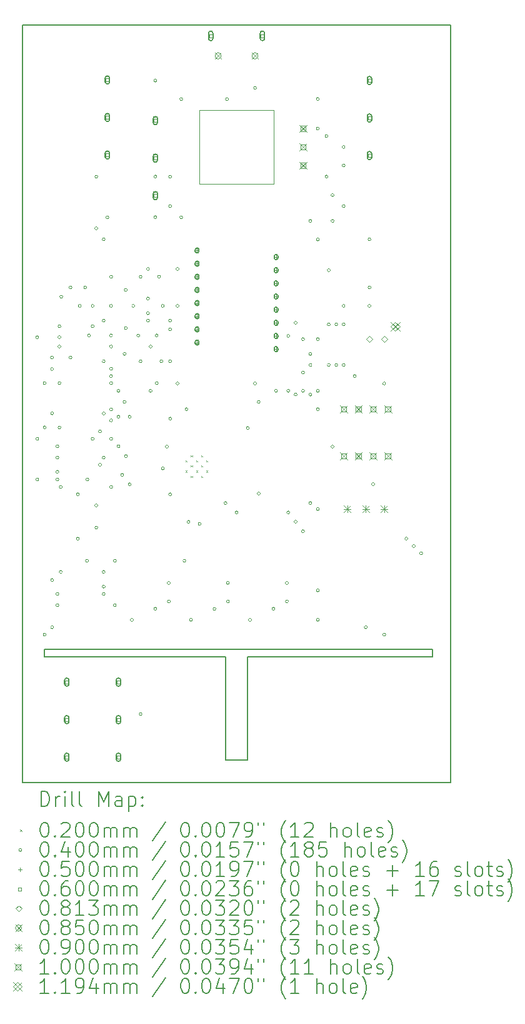
<source format=gbr>
%TF.GenerationSoftware,KiCad,Pcbnew,7.0.7*%
%TF.CreationDate,2023-11-24T19:35:17-07:00*%
%TF.ProjectId,mouse,6d6f7573-652e-46b6-9963-61645f706362,rev?*%
%TF.SameCoordinates,Original*%
%TF.FileFunction,Drillmap*%
%TF.FilePolarity,Positive*%
%FSLAX45Y45*%
G04 Gerber Fmt 4.5, Leading zero omitted, Abs format (unit mm)*
G04 Created by KiCad (PCBNEW 7.0.7) date 2023-11-24 19:35:17*
%MOMM*%
%LPD*%
G01*
G04 APERTURE LIST*
%ADD10C,0.100000*%
%ADD11C,0.200000*%
%ADD12C,0.020000*%
%ADD13C,0.040000*%
%ADD14C,0.050000*%
%ADD15C,0.060000*%
%ADD16C,0.081280*%
%ADD17C,0.085000*%
%ADD18C,0.090000*%
%ADD19C,0.119380*%
G04 APERTURE END LIST*
D10*
X7120000Y-3195000D02*
X8120000Y-3195000D01*
X8120000Y-4195000D01*
X7120000Y-4195000D01*
X7120000Y-3195000D01*
D11*
X10270000Y-10595000D02*
X7770000Y-10595000D01*
X7770000Y-11995000D01*
X7470000Y-11995000D01*
X7470000Y-10595000D01*
X5020000Y-10595000D01*
X5020000Y-10495000D01*
X7370000Y-10495000D01*
X10270000Y-10495000D01*
X10270000Y-10595000D01*
X4720000Y-2045000D02*
X10520000Y-2045000D01*
X10520000Y-12295000D01*
X4720000Y-12295000D01*
X4720000Y-2045000D01*
D12*
X6930000Y-7935000D02*
X6950000Y-7955000D01*
X6950000Y-7935000D02*
X6930000Y-7955000D01*
X6930000Y-8075000D02*
X6950000Y-8095000D01*
X6950000Y-8075000D02*
X6930000Y-8095000D01*
X7000000Y-7865000D02*
X7020000Y-7885000D01*
X7020000Y-7865000D02*
X7000000Y-7885000D01*
X7000000Y-8005000D02*
X7020000Y-8025000D01*
X7020000Y-8005000D02*
X7000000Y-8025000D01*
X7000000Y-8145000D02*
X7020000Y-8165000D01*
X7020000Y-8145000D02*
X7000000Y-8165000D01*
X7070000Y-7935000D02*
X7090000Y-7955000D01*
X7090000Y-7935000D02*
X7070000Y-7955000D01*
X7070000Y-8075000D02*
X7090000Y-8095000D01*
X7090000Y-8075000D02*
X7070000Y-8095000D01*
X7140000Y-7865000D02*
X7160000Y-7885000D01*
X7160000Y-7865000D02*
X7140000Y-7885000D01*
X7140000Y-8005000D02*
X7160000Y-8025000D01*
X7160000Y-8005000D02*
X7140000Y-8025000D01*
X7140000Y-8145000D02*
X7160000Y-8165000D01*
X7160000Y-8145000D02*
X7140000Y-8165000D01*
X7210000Y-7935000D02*
X7230000Y-7955000D01*
X7230000Y-7935000D02*
X7210000Y-7955000D01*
X7210000Y-8075000D02*
X7230000Y-8095000D01*
X7230000Y-8075000D02*
X7210000Y-8095000D01*
D13*
X4940000Y-6269000D02*
G75*
G03*
X4940000Y-6269000I-20000J0D01*
G01*
X4940000Y-7645000D02*
G75*
G03*
X4940000Y-7645000I-20000J0D01*
G01*
X4940000Y-8195000D02*
G75*
G03*
X4940000Y-8195000I-20000J0D01*
G01*
X5040000Y-6890000D02*
G75*
G03*
X5040000Y-6890000I-20000J0D01*
G01*
X5040000Y-7490000D02*
G75*
G03*
X5040000Y-7490000I-20000J0D01*
G01*
X5040000Y-10295000D02*
G75*
G03*
X5040000Y-10295000I-20000J0D01*
G01*
X5140000Y-6545000D02*
G75*
G03*
X5140000Y-6545000I-20000J0D01*
G01*
X5140000Y-6700000D02*
G75*
G03*
X5140000Y-6700000I-20000J0D01*
G01*
X5140000Y-7300000D02*
G75*
G03*
X5140000Y-7300000I-20000J0D01*
G01*
X5140000Y-9555000D02*
G75*
G03*
X5140000Y-9555000I-20000J0D01*
G01*
X5140000Y-10195000D02*
G75*
G03*
X5140000Y-10195000I-20000J0D01*
G01*
X5212450Y-7745000D02*
G75*
G03*
X5212450Y-7745000I-20000J0D01*
G01*
X5212450Y-7900000D02*
G75*
G03*
X5212450Y-7900000I-20000J0D01*
G01*
X5212450Y-8090000D02*
G75*
G03*
X5212450Y-8090000I-20000J0D01*
G01*
X5212450Y-8195000D02*
G75*
G03*
X5212450Y-8195000I-20000J0D01*
G01*
X5212450Y-9745000D02*
G75*
G03*
X5212450Y-9745000I-20000J0D01*
G01*
X5212450Y-9895000D02*
G75*
G03*
X5212450Y-9895000I-20000J0D01*
G01*
X5240000Y-6121000D02*
G75*
G03*
X5240000Y-6121000I-20000J0D01*
G01*
X5240000Y-6269000D02*
G75*
G03*
X5240000Y-6269000I-20000J0D01*
G01*
X5240000Y-6395000D02*
G75*
G03*
X5240000Y-6395000I-20000J0D01*
G01*
X5240000Y-6890000D02*
G75*
G03*
X5240000Y-6890000I-20000J0D01*
G01*
X5240000Y-7490000D02*
G75*
G03*
X5240000Y-7490000I-20000J0D01*
G01*
X5258000Y-8295000D02*
G75*
G03*
X5258000Y-8295000I-20000J0D01*
G01*
X5258000Y-9445000D02*
G75*
G03*
X5258000Y-9445000I-20000J0D01*
G01*
X5265000Y-5720000D02*
G75*
G03*
X5265000Y-5720000I-20000J0D01*
G01*
X5390000Y-5595000D02*
G75*
G03*
X5390000Y-5595000I-20000J0D01*
G01*
X5390000Y-6545000D02*
G75*
G03*
X5390000Y-6545000I-20000J0D01*
G01*
X5490000Y-8395000D02*
G75*
G03*
X5490000Y-8395000I-20000J0D01*
G01*
X5490000Y-8995000D02*
G75*
G03*
X5490000Y-8995000I-20000J0D01*
G01*
X5515000Y-5845000D02*
G75*
G03*
X5515000Y-5845000I-20000J0D01*
G01*
X5590000Y-5595000D02*
G75*
G03*
X5590000Y-5595000I-20000J0D01*
G01*
X5613050Y-9295000D02*
G75*
G03*
X5613050Y-9295000I-20000J0D01*
G01*
X5619540Y-8195000D02*
G75*
G03*
X5619540Y-8195000I-20000J0D01*
G01*
X5640000Y-6245000D02*
G75*
G03*
X5640000Y-6245000I-20000J0D01*
G01*
X5690000Y-5845000D02*
G75*
G03*
X5690000Y-5845000I-20000J0D01*
G01*
X5690000Y-6121000D02*
G75*
G03*
X5690000Y-6121000I-20000J0D01*
G01*
X5690000Y-7645000D02*
G75*
G03*
X5690000Y-7645000I-20000J0D01*
G01*
X5740000Y-4095000D02*
G75*
G03*
X5740000Y-4095000I-20000J0D01*
G01*
X5740000Y-4795000D02*
G75*
G03*
X5740000Y-4795000I-20000J0D01*
G01*
X5740000Y-8545000D02*
G75*
G03*
X5740000Y-8545000I-20000J0D01*
G01*
X5740000Y-8845000D02*
G75*
G03*
X5740000Y-8845000I-20000J0D01*
G01*
X5790000Y-7545000D02*
G75*
G03*
X5790000Y-7545000I-20000J0D01*
G01*
X5790000Y-7995000D02*
G75*
G03*
X5790000Y-7995000I-20000J0D01*
G01*
X5840000Y-4945000D02*
G75*
G03*
X5840000Y-4945000I-20000J0D01*
G01*
X5840000Y-6045000D02*
G75*
G03*
X5840000Y-6045000I-20000J0D01*
G01*
X5840000Y-6595000D02*
G75*
G03*
X5840000Y-6595000I-20000J0D01*
G01*
X5840000Y-7300000D02*
G75*
G03*
X5840000Y-7300000I-20000J0D01*
G01*
X5840000Y-7900000D02*
G75*
G03*
X5840000Y-7900000I-20000J0D01*
G01*
X5840000Y-9445000D02*
G75*
G03*
X5840000Y-9445000I-20000J0D01*
G01*
X5840000Y-9645000D02*
G75*
G03*
X5840000Y-9645000I-20000J0D01*
G01*
X5840000Y-9745000D02*
G75*
G03*
X5840000Y-9745000I-20000J0D01*
G01*
X5890000Y-4645000D02*
G75*
G03*
X5890000Y-4645000I-20000J0D01*
G01*
X5940000Y-5451000D02*
G75*
G03*
X5940000Y-5451000I-20000J0D01*
G01*
X5940000Y-5845000D02*
G75*
G03*
X5940000Y-5845000I-20000J0D01*
G01*
X5940000Y-6245000D02*
G75*
G03*
X5940000Y-6245000I-20000J0D01*
G01*
X5940000Y-6395000D02*
G75*
G03*
X5940000Y-6395000I-20000J0D01*
G01*
X5940000Y-6695000D02*
G75*
G03*
X5940000Y-6695000I-20000J0D01*
G01*
X5940000Y-6795000D02*
G75*
G03*
X5940000Y-6795000I-20000J0D01*
G01*
X5940000Y-6890000D02*
G75*
G03*
X5940000Y-6890000I-20000J0D01*
G01*
X5940000Y-7245000D02*
G75*
G03*
X5940000Y-7245000I-20000J0D01*
G01*
X5940000Y-7395000D02*
G75*
G03*
X5940000Y-7395000I-20000J0D01*
G01*
X5940000Y-7645000D02*
G75*
G03*
X5940000Y-7645000I-20000J0D01*
G01*
X5940000Y-8295000D02*
G75*
G03*
X5940000Y-8295000I-20000J0D01*
G01*
X5990000Y-9895000D02*
G75*
G03*
X5990000Y-9895000I-20000J0D01*
G01*
X5991230Y-9295000D02*
G75*
G03*
X5991230Y-9295000I-20000J0D01*
G01*
X6040000Y-6995000D02*
G75*
G03*
X6040000Y-6995000I-20000J0D01*
G01*
X6040000Y-7345000D02*
G75*
G03*
X6040000Y-7345000I-20000J0D01*
G01*
X6040000Y-7745000D02*
G75*
G03*
X6040000Y-7745000I-20000J0D01*
G01*
X6090000Y-8132000D02*
G75*
G03*
X6090000Y-8132000I-20000J0D01*
G01*
X6122000Y-6495000D02*
G75*
G03*
X6122000Y-6495000I-20000J0D01*
G01*
X6122000Y-7145000D02*
G75*
G03*
X6122000Y-7145000I-20000J0D01*
G01*
X6140000Y-5629000D02*
G75*
G03*
X6140000Y-5629000I-20000J0D01*
G01*
X6140000Y-6145000D02*
G75*
G03*
X6140000Y-6145000I-20000J0D01*
G01*
X6140000Y-7878000D02*
G75*
G03*
X6140000Y-7878000I-20000J0D01*
G01*
X6190000Y-7345000D02*
G75*
G03*
X6190000Y-7345000I-20000J0D01*
G01*
X6190000Y-8259000D02*
G75*
G03*
X6190000Y-8259000I-20000J0D01*
G01*
X6222000Y-10095000D02*
G75*
G03*
X6222000Y-10095000I-20000J0D01*
G01*
X6240000Y-5845000D02*
G75*
G03*
X6240000Y-5845000I-20000J0D01*
G01*
X6308000Y-6245000D02*
G75*
G03*
X6308000Y-6245000I-20000J0D01*
G01*
X6340000Y-5451000D02*
G75*
G03*
X6340000Y-5451000I-20000J0D01*
G01*
X6340000Y-6595000D02*
G75*
G03*
X6340000Y-6595000I-20000J0D01*
G01*
X6340000Y-11370000D02*
G75*
G03*
X6340000Y-11370000I-20000J0D01*
G01*
X6440000Y-5345000D02*
G75*
G03*
X6440000Y-5345000I-20000J0D01*
G01*
X6440000Y-5745000D02*
G75*
G03*
X6440000Y-5745000I-20000J0D01*
G01*
X6440000Y-5945000D02*
G75*
G03*
X6440000Y-5945000I-20000J0D01*
G01*
X6440000Y-6045000D02*
G75*
G03*
X6440000Y-6045000I-20000J0D01*
G01*
X6475050Y-6395000D02*
G75*
G03*
X6475050Y-6395000I-20000J0D01*
G01*
X6475050Y-6995000D02*
G75*
G03*
X6475050Y-6995000I-20000J0D01*
G01*
X6540000Y-2795000D02*
G75*
G03*
X6540000Y-2795000I-20000J0D01*
G01*
X6540000Y-4095000D02*
G75*
G03*
X6540000Y-4095000I-20000J0D01*
G01*
X6540000Y-4645000D02*
G75*
G03*
X6540000Y-4645000I-20000J0D01*
G01*
X6540000Y-9945000D02*
G75*
G03*
X6540000Y-9945000I-20000J0D01*
G01*
X6558000Y-6245000D02*
G75*
G03*
X6558000Y-6245000I-20000J0D01*
G01*
X6558000Y-6890000D02*
G75*
G03*
X6558000Y-6890000I-20000J0D01*
G01*
X6590000Y-5451000D02*
G75*
G03*
X6590000Y-5451000I-20000J0D01*
G01*
X6622000Y-6595000D02*
G75*
G03*
X6622000Y-6595000I-20000J0D01*
G01*
X6640000Y-5845000D02*
G75*
G03*
X6640000Y-5845000I-20000J0D01*
G01*
X6640000Y-8045000D02*
G75*
G03*
X6640000Y-8045000I-20000J0D01*
G01*
X6696000Y-7751000D02*
G75*
G03*
X6696000Y-7751000I-20000J0D01*
G01*
X6722000Y-9595000D02*
G75*
G03*
X6722000Y-9595000I-20000J0D01*
G01*
X6722000Y-9845000D02*
G75*
G03*
X6722000Y-9845000I-20000J0D01*
G01*
X6740000Y-4095000D02*
G75*
G03*
X6740000Y-4095000I-20000J0D01*
G01*
X6740000Y-4495000D02*
G75*
G03*
X6740000Y-4495000I-20000J0D01*
G01*
X6740000Y-6045000D02*
G75*
G03*
X6740000Y-6045000I-20000J0D01*
G01*
X6740000Y-6163000D02*
G75*
G03*
X6740000Y-6163000I-20000J0D01*
G01*
X6740000Y-6595000D02*
G75*
G03*
X6740000Y-6595000I-20000J0D01*
G01*
X6740000Y-7370000D02*
G75*
G03*
X6740000Y-7370000I-20000J0D01*
G01*
X6740000Y-8395000D02*
G75*
G03*
X6740000Y-8395000I-20000J0D01*
G01*
X6840000Y-5345000D02*
G75*
G03*
X6840000Y-5345000I-20000J0D01*
G01*
X6840000Y-5845000D02*
G75*
G03*
X6840000Y-5845000I-20000J0D01*
G01*
X6840000Y-6895000D02*
G75*
G03*
X6840000Y-6895000I-20000J0D01*
G01*
X6890000Y-3045000D02*
G75*
G03*
X6890000Y-3045000I-20000J0D01*
G01*
X6890000Y-4645000D02*
G75*
G03*
X6890000Y-4645000I-20000J0D01*
G01*
X6932500Y-9295000D02*
G75*
G03*
X6932500Y-9295000I-20000J0D01*
G01*
X6960000Y-7243000D02*
G75*
G03*
X6960000Y-7243000I-20000J0D01*
G01*
X6990000Y-8767000D02*
G75*
G03*
X6990000Y-8767000I-20000J0D01*
G01*
X7022000Y-10095000D02*
G75*
G03*
X7022000Y-10095000I-20000J0D01*
G01*
X7140000Y-8795000D02*
G75*
G03*
X7140000Y-8795000I-20000J0D01*
G01*
X7340000Y-9945000D02*
G75*
G03*
X7340000Y-9945000I-20000J0D01*
G01*
X7490000Y-8513000D02*
G75*
G03*
X7490000Y-8513000I-20000J0D01*
G01*
X7510000Y-3045000D02*
G75*
G03*
X7510000Y-3045000I-20000J0D01*
G01*
X7522000Y-9595000D02*
G75*
G03*
X7522000Y-9595000I-20000J0D01*
G01*
X7522000Y-9845000D02*
G75*
G03*
X7522000Y-9845000I-20000J0D01*
G01*
X7640000Y-8640000D02*
G75*
G03*
X7640000Y-8640000I-20000J0D01*
G01*
X7790000Y-7497000D02*
G75*
G03*
X7790000Y-7497000I-20000J0D01*
G01*
X7822000Y-10095000D02*
G75*
G03*
X7822000Y-10095000I-20000J0D01*
G01*
X7890000Y-2895000D02*
G75*
G03*
X7890000Y-2895000I-20000J0D01*
G01*
X7890000Y-6895000D02*
G75*
G03*
X7890000Y-6895000I-20000J0D01*
G01*
X7940000Y-7145000D02*
G75*
G03*
X7940000Y-7145000I-20000J0D01*
G01*
X7940000Y-8386000D02*
G75*
G03*
X7940000Y-8386000I-20000J0D01*
G01*
X8140000Y-9945000D02*
G75*
G03*
X8140000Y-9945000I-20000J0D01*
G01*
X8175000Y-6995000D02*
G75*
G03*
X8175000Y-6995000I-20000J0D01*
G01*
X8322000Y-9595000D02*
G75*
G03*
X8322000Y-9595000I-20000J0D01*
G01*
X8322000Y-9845000D02*
G75*
G03*
X8322000Y-9845000I-20000J0D01*
G01*
X8340000Y-6252000D02*
G75*
G03*
X8340000Y-6252000I-20000J0D01*
G01*
X8340000Y-6995000D02*
G75*
G03*
X8340000Y-6995000I-20000J0D01*
G01*
X8340000Y-8640000D02*
G75*
G03*
X8340000Y-8640000I-20000J0D01*
G01*
X8440000Y-6074000D02*
G75*
G03*
X8440000Y-6074000I-20000J0D01*
G01*
X8440000Y-7045000D02*
G75*
G03*
X8440000Y-7045000I-20000J0D01*
G01*
X8440000Y-8767000D02*
G75*
G03*
X8440000Y-8767000I-20000J0D01*
G01*
X8540000Y-6295000D02*
G75*
G03*
X8540000Y-6295000I-20000J0D01*
G01*
X8540000Y-6745000D02*
G75*
G03*
X8540000Y-6745000I-20000J0D01*
G01*
X8540000Y-6995000D02*
G75*
G03*
X8540000Y-6995000I-20000J0D01*
G01*
X8540000Y-8895000D02*
G75*
G03*
X8540000Y-8895000I-20000J0D01*
G01*
X8640000Y-4695000D02*
G75*
G03*
X8640000Y-4695000I-20000J0D01*
G01*
X8640000Y-6495000D02*
G75*
G03*
X8640000Y-6495000I-20000J0D01*
G01*
X8640000Y-6645000D02*
G75*
G03*
X8640000Y-6645000I-20000J0D01*
G01*
X8640000Y-7045000D02*
G75*
G03*
X8640000Y-7045000I-20000J0D01*
G01*
X8640000Y-8513000D02*
G75*
G03*
X8640000Y-8513000I-20000J0D01*
G01*
X8740000Y-3045000D02*
G75*
G03*
X8740000Y-3045000I-20000J0D01*
G01*
X8740000Y-3445000D02*
G75*
G03*
X8740000Y-3445000I-20000J0D01*
G01*
X8740000Y-4945000D02*
G75*
G03*
X8740000Y-4945000I-20000J0D01*
G01*
X8740000Y-6295000D02*
G75*
G03*
X8740000Y-6295000I-20000J0D01*
G01*
X8740000Y-6995000D02*
G75*
G03*
X8740000Y-6995000I-20000J0D01*
G01*
X8740000Y-7243000D02*
G75*
G03*
X8740000Y-7243000I-20000J0D01*
G01*
X8740000Y-8595000D02*
G75*
G03*
X8740000Y-8595000I-20000J0D01*
G01*
X8740000Y-9695000D02*
G75*
G03*
X8740000Y-9695000I-20000J0D01*
G01*
X8740000Y-10095000D02*
G75*
G03*
X8740000Y-10095000I-20000J0D01*
G01*
X8858000Y-3545000D02*
G75*
G03*
X8858000Y-3545000I-20000J0D01*
G01*
X8858000Y-4095000D02*
G75*
G03*
X8858000Y-4095000I-20000J0D01*
G01*
X8888770Y-6096230D02*
G75*
G03*
X8888770Y-6096230I-20000J0D01*
G01*
X8888770Y-6643770D02*
G75*
G03*
X8888770Y-6643770I-20000J0D01*
G01*
X8890000Y-5362000D02*
G75*
G03*
X8890000Y-5362000I-20000J0D01*
G01*
X8940000Y-4345000D02*
G75*
G03*
X8940000Y-4345000I-20000J0D01*
G01*
X8940000Y-4695000D02*
G75*
G03*
X8940000Y-4695000I-20000J0D01*
G01*
X8940000Y-7751000D02*
G75*
G03*
X8940000Y-7751000I-20000J0D01*
G01*
X8990000Y-6095000D02*
G75*
G03*
X8990000Y-6095000I-20000J0D01*
G01*
X8990000Y-6645000D02*
G75*
G03*
X8990000Y-6645000I-20000J0D01*
G01*
X9090000Y-3695000D02*
G75*
G03*
X9090000Y-3695000I-20000J0D01*
G01*
X9090000Y-3945000D02*
G75*
G03*
X9090000Y-3945000I-20000J0D01*
G01*
X9090000Y-4495000D02*
G75*
G03*
X9090000Y-4495000I-20000J0D01*
G01*
X9090000Y-5845000D02*
G75*
G03*
X9090000Y-5845000I-20000J0D01*
G01*
X9090000Y-6095000D02*
G75*
G03*
X9090000Y-6095000I-20000J0D01*
G01*
X9090000Y-6645000D02*
G75*
G03*
X9090000Y-6645000I-20000J0D01*
G01*
X9240000Y-6795000D02*
G75*
G03*
X9240000Y-6795000I-20000J0D01*
G01*
X9390000Y-10195000D02*
G75*
G03*
X9390000Y-10195000I-20000J0D01*
G01*
X9440000Y-4945000D02*
G75*
G03*
X9440000Y-4945000I-20000J0D01*
G01*
X9440000Y-5595000D02*
G75*
G03*
X9440000Y-5595000I-20000J0D01*
G01*
X9440000Y-5845000D02*
G75*
G03*
X9440000Y-5845000I-20000J0D01*
G01*
X9490000Y-8259000D02*
G75*
G03*
X9490000Y-8259000I-20000J0D01*
G01*
X9640000Y-6895000D02*
G75*
G03*
X9640000Y-6895000I-20000J0D01*
G01*
X9640000Y-10295000D02*
G75*
G03*
X9640000Y-10295000I-20000J0D01*
G01*
X9940000Y-8995000D02*
G75*
G03*
X9940000Y-8995000I-20000J0D01*
G01*
X10040000Y-9095000D02*
G75*
G03*
X10040000Y-9095000I-20000J0D01*
G01*
X10140000Y-9195000D02*
G75*
G03*
X10140000Y-9195000I-20000J0D01*
G01*
D14*
X7085000Y-5070000D02*
X7085000Y-5120000D01*
X7060000Y-5095000D02*
X7110000Y-5095000D01*
D11*
X7060000Y-5085000D02*
X7060000Y-5105000D01*
X7060000Y-5105000D02*
G75*
G03*
X7110000Y-5105000I25000J0D01*
G01*
X7110000Y-5105000D02*
X7110000Y-5085000D01*
X7110000Y-5085000D02*
G75*
G03*
X7060000Y-5085000I-25000J0D01*
G01*
D14*
X7085000Y-5248000D02*
X7085000Y-5298000D01*
X7060000Y-5273000D02*
X7110000Y-5273000D01*
D11*
X7060000Y-5263000D02*
X7060000Y-5283000D01*
X7060000Y-5283000D02*
G75*
G03*
X7110000Y-5283000I25000J0D01*
G01*
X7110000Y-5283000D02*
X7110000Y-5263000D01*
X7110000Y-5263000D02*
G75*
G03*
X7060000Y-5263000I-25000J0D01*
G01*
D14*
X7085000Y-5426000D02*
X7085000Y-5476000D01*
X7060000Y-5451000D02*
X7110000Y-5451000D01*
D11*
X7060000Y-5441000D02*
X7060000Y-5461000D01*
X7060000Y-5461000D02*
G75*
G03*
X7110000Y-5461000I25000J0D01*
G01*
X7110000Y-5461000D02*
X7110000Y-5441000D01*
X7110000Y-5441000D02*
G75*
G03*
X7060000Y-5441000I-25000J0D01*
G01*
D14*
X7085000Y-5604000D02*
X7085000Y-5654000D01*
X7060000Y-5629000D02*
X7110000Y-5629000D01*
D11*
X7060000Y-5619000D02*
X7060000Y-5639000D01*
X7060000Y-5639000D02*
G75*
G03*
X7110000Y-5639000I25000J0D01*
G01*
X7110000Y-5639000D02*
X7110000Y-5619000D01*
X7110000Y-5619000D02*
G75*
G03*
X7060000Y-5619000I-25000J0D01*
G01*
D14*
X7085000Y-5782000D02*
X7085000Y-5832000D01*
X7060000Y-5807000D02*
X7110000Y-5807000D01*
D11*
X7060000Y-5797000D02*
X7060000Y-5817000D01*
X7060000Y-5817000D02*
G75*
G03*
X7110000Y-5817000I25000J0D01*
G01*
X7110000Y-5817000D02*
X7110000Y-5797000D01*
X7110000Y-5797000D02*
G75*
G03*
X7060000Y-5797000I-25000J0D01*
G01*
D14*
X7085000Y-5960000D02*
X7085000Y-6010000D01*
X7060000Y-5985000D02*
X7110000Y-5985000D01*
D11*
X7060000Y-5975000D02*
X7060000Y-5995000D01*
X7060000Y-5995000D02*
G75*
G03*
X7110000Y-5995000I25000J0D01*
G01*
X7110000Y-5995000D02*
X7110000Y-5975000D01*
X7110000Y-5975000D02*
G75*
G03*
X7060000Y-5975000I-25000J0D01*
G01*
D14*
X7085000Y-6138000D02*
X7085000Y-6188000D01*
X7060000Y-6163000D02*
X7110000Y-6163000D01*
D11*
X7060000Y-6153000D02*
X7060000Y-6173000D01*
X7060000Y-6173000D02*
G75*
G03*
X7110000Y-6173000I25000J0D01*
G01*
X7110000Y-6173000D02*
X7110000Y-6153000D01*
X7110000Y-6153000D02*
G75*
G03*
X7060000Y-6153000I-25000J0D01*
G01*
D14*
X7085000Y-6316000D02*
X7085000Y-6366000D01*
X7060000Y-6341000D02*
X7110000Y-6341000D01*
D11*
X7060000Y-6331000D02*
X7060000Y-6351000D01*
X7060000Y-6351000D02*
G75*
G03*
X7110000Y-6351000I25000J0D01*
G01*
X7110000Y-6351000D02*
X7110000Y-6331000D01*
X7110000Y-6331000D02*
G75*
G03*
X7060000Y-6331000I-25000J0D01*
G01*
D14*
X8155000Y-5159000D02*
X8155000Y-5209000D01*
X8130000Y-5184000D02*
X8180000Y-5184000D01*
D11*
X8130000Y-5174000D02*
X8130000Y-5194000D01*
X8130000Y-5194000D02*
G75*
G03*
X8180000Y-5194000I25000J0D01*
G01*
X8180000Y-5194000D02*
X8180000Y-5174000D01*
X8180000Y-5174000D02*
G75*
G03*
X8130000Y-5174000I-25000J0D01*
G01*
D14*
X8155000Y-5337000D02*
X8155000Y-5387000D01*
X8130000Y-5362000D02*
X8180000Y-5362000D01*
D11*
X8130000Y-5352000D02*
X8130000Y-5372000D01*
X8130000Y-5372000D02*
G75*
G03*
X8180000Y-5372000I25000J0D01*
G01*
X8180000Y-5372000D02*
X8180000Y-5352000D01*
X8180000Y-5352000D02*
G75*
G03*
X8130000Y-5352000I-25000J0D01*
G01*
D14*
X8155000Y-5515000D02*
X8155000Y-5565000D01*
X8130000Y-5540000D02*
X8180000Y-5540000D01*
D11*
X8130000Y-5530000D02*
X8130000Y-5550000D01*
X8130000Y-5550000D02*
G75*
G03*
X8180000Y-5550000I25000J0D01*
G01*
X8180000Y-5550000D02*
X8180000Y-5530000D01*
X8180000Y-5530000D02*
G75*
G03*
X8130000Y-5530000I-25000J0D01*
G01*
D14*
X8155000Y-5693000D02*
X8155000Y-5743000D01*
X8130000Y-5718000D02*
X8180000Y-5718000D01*
D11*
X8130000Y-5708000D02*
X8130000Y-5728000D01*
X8130000Y-5728000D02*
G75*
G03*
X8180000Y-5728000I25000J0D01*
G01*
X8180000Y-5728000D02*
X8180000Y-5708000D01*
X8180000Y-5708000D02*
G75*
G03*
X8130000Y-5708000I-25000J0D01*
G01*
D14*
X8155000Y-5871000D02*
X8155000Y-5921000D01*
X8130000Y-5896000D02*
X8180000Y-5896000D01*
D11*
X8130000Y-5886000D02*
X8130000Y-5906000D01*
X8130000Y-5906000D02*
G75*
G03*
X8180000Y-5906000I25000J0D01*
G01*
X8180000Y-5906000D02*
X8180000Y-5886000D01*
X8180000Y-5886000D02*
G75*
G03*
X8130000Y-5886000I-25000J0D01*
G01*
D14*
X8155000Y-6049000D02*
X8155000Y-6099000D01*
X8130000Y-6074000D02*
X8180000Y-6074000D01*
D11*
X8130000Y-6064000D02*
X8130000Y-6084000D01*
X8130000Y-6084000D02*
G75*
G03*
X8180000Y-6084000I25000J0D01*
G01*
X8180000Y-6084000D02*
X8180000Y-6064000D01*
X8180000Y-6064000D02*
G75*
G03*
X8130000Y-6064000I-25000J0D01*
G01*
D14*
X8155000Y-6227000D02*
X8155000Y-6277000D01*
X8130000Y-6252000D02*
X8180000Y-6252000D01*
D11*
X8130000Y-6242000D02*
X8130000Y-6262000D01*
X8130000Y-6262000D02*
G75*
G03*
X8180000Y-6262000I25000J0D01*
G01*
X8180000Y-6262000D02*
X8180000Y-6242000D01*
X8180000Y-6242000D02*
G75*
G03*
X8130000Y-6242000I-25000J0D01*
G01*
D14*
X8155000Y-6405000D02*
X8155000Y-6455000D01*
X8130000Y-6430000D02*
X8180000Y-6430000D01*
D11*
X8130000Y-6420000D02*
X8130000Y-6440000D01*
X8130000Y-6440000D02*
G75*
G03*
X8180000Y-6440000I25000J0D01*
G01*
X8180000Y-6440000D02*
X8180000Y-6420000D01*
X8180000Y-6420000D02*
G75*
G03*
X8130000Y-6420000I-25000J0D01*
G01*
D15*
X5341213Y-10958213D02*
X5341213Y-10915787D01*
X5298787Y-10915787D01*
X5298787Y-10958213D01*
X5341213Y-10958213D01*
D11*
X5290000Y-10912000D02*
X5290000Y-10962000D01*
X5290000Y-10962000D02*
G75*
G03*
X5350000Y-10962000I30000J0D01*
G01*
X5350000Y-10962000D02*
X5350000Y-10912000D01*
X5350000Y-10912000D02*
G75*
G03*
X5290000Y-10912000I-30000J0D01*
G01*
D15*
X5341213Y-11466213D02*
X5341213Y-11423787D01*
X5298787Y-11423787D01*
X5298787Y-11466213D01*
X5341213Y-11466213D01*
D11*
X5290000Y-11420000D02*
X5290000Y-11470000D01*
X5290000Y-11470000D02*
G75*
G03*
X5350000Y-11470000I30000J0D01*
G01*
X5350000Y-11470000D02*
X5350000Y-11420000D01*
X5350000Y-11420000D02*
G75*
G03*
X5290000Y-11420000I-30000J0D01*
G01*
D15*
X5341213Y-11974213D02*
X5341213Y-11931787D01*
X5298787Y-11931787D01*
X5298787Y-11974213D01*
X5341213Y-11974213D01*
D11*
X5290000Y-11928000D02*
X5290000Y-11978000D01*
X5290000Y-11978000D02*
G75*
G03*
X5350000Y-11978000I30000J0D01*
G01*
X5350000Y-11978000D02*
X5350000Y-11928000D01*
X5350000Y-11928000D02*
G75*
G03*
X5290000Y-11928000I-30000J0D01*
G01*
D15*
X5891213Y-2808213D02*
X5891213Y-2765787D01*
X5848787Y-2765787D01*
X5848787Y-2808213D01*
X5891213Y-2808213D01*
D11*
X5840000Y-2762000D02*
X5840000Y-2812000D01*
X5840000Y-2812000D02*
G75*
G03*
X5900000Y-2812000I30000J0D01*
G01*
X5900000Y-2812000D02*
X5900000Y-2762000D01*
X5900000Y-2762000D02*
G75*
G03*
X5840000Y-2762000I-30000J0D01*
G01*
D15*
X5891213Y-3316213D02*
X5891213Y-3273787D01*
X5848787Y-3273787D01*
X5848787Y-3316213D01*
X5891213Y-3316213D01*
D11*
X5840000Y-3270000D02*
X5840000Y-3320000D01*
X5840000Y-3320000D02*
G75*
G03*
X5900000Y-3320000I30000J0D01*
G01*
X5900000Y-3320000D02*
X5900000Y-3270000D01*
X5900000Y-3270000D02*
G75*
G03*
X5840000Y-3270000I-30000J0D01*
G01*
D15*
X5891213Y-3824213D02*
X5891213Y-3781787D01*
X5848787Y-3781787D01*
X5848787Y-3824213D01*
X5891213Y-3824213D01*
D11*
X5840000Y-3778000D02*
X5840000Y-3828000D01*
X5840000Y-3828000D02*
G75*
G03*
X5900000Y-3828000I30000J0D01*
G01*
X5900000Y-3828000D02*
X5900000Y-3778000D01*
X5900000Y-3778000D02*
G75*
G03*
X5840000Y-3778000I-30000J0D01*
G01*
D15*
X6041213Y-10958213D02*
X6041213Y-10915787D01*
X5998787Y-10915787D01*
X5998787Y-10958213D01*
X6041213Y-10958213D01*
D11*
X5990000Y-10912000D02*
X5990000Y-10962000D01*
X5990000Y-10962000D02*
G75*
G03*
X6050000Y-10962000I30000J0D01*
G01*
X6050000Y-10962000D02*
X6050000Y-10912000D01*
X6050000Y-10912000D02*
G75*
G03*
X5990000Y-10912000I-30000J0D01*
G01*
D15*
X6041213Y-11466213D02*
X6041213Y-11423787D01*
X5998787Y-11423787D01*
X5998787Y-11466213D01*
X6041213Y-11466213D01*
D11*
X5990000Y-11420000D02*
X5990000Y-11470000D01*
X5990000Y-11470000D02*
G75*
G03*
X6050000Y-11470000I30000J0D01*
G01*
X6050000Y-11470000D02*
X6050000Y-11420000D01*
X6050000Y-11420000D02*
G75*
G03*
X5990000Y-11420000I-30000J0D01*
G01*
D15*
X6041213Y-11974213D02*
X6041213Y-11931787D01*
X5998787Y-11931787D01*
X5998787Y-11974213D01*
X6041213Y-11974213D01*
D11*
X5990000Y-11928000D02*
X5990000Y-11978000D01*
X5990000Y-11978000D02*
G75*
G03*
X6050000Y-11978000I30000J0D01*
G01*
X6050000Y-11978000D02*
X6050000Y-11928000D01*
X6050000Y-11928000D02*
G75*
G03*
X5990000Y-11928000I-30000J0D01*
G01*
D15*
X6541213Y-3358213D02*
X6541213Y-3315787D01*
X6498787Y-3315787D01*
X6498787Y-3358213D01*
X6541213Y-3358213D01*
D11*
X6490000Y-3312000D02*
X6490000Y-3362000D01*
X6490000Y-3362000D02*
G75*
G03*
X6550000Y-3362000I30000J0D01*
G01*
X6550000Y-3362000D02*
X6550000Y-3312000D01*
X6550000Y-3312000D02*
G75*
G03*
X6490000Y-3312000I-30000J0D01*
G01*
D15*
X6541213Y-3866213D02*
X6541213Y-3823787D01*
X6498787Y-3823787D01*
X6498787Y-3866213D01*
X6541213Y-3866213D01*
D11*
X6490000Y-3820000D02*
X6490000Y-3870000D01*
X6490000Y-3870000D02*
G75*
G03*
X6550000Y-3870000I30000J0D01*
G01*
X6550000Y-3870000D02*
X6550000Y-3820000D01*
X6550000Y-3820000D02*
G75*
G03*
X6490000Y-3820000I-30000J0D01*
G01*
D15*
X6541213Y-4374213D02*
X6541213Y-4331787D01*
X6498787Y-4331787D01*
X6498787Y-4374213D01*
X6541213Y-4374213D01*
D11*
X6490000Y-4328000D02*
X6490000Y-4378000D01*
X6490000Y-4378000D02*
G75*
G03*
X6550000Y-4378000I30000J0D01*
G01*
X6550000Y-4378000D02*
X6550000Y-4328000D01*
X6550000Y-4328000D02*
G75*
G03*
X6490000Y-4328000I-30000J0D01*
G01*
D15*
X7291213Y-2211213D02*
X7291213Y-2168787D01*
X7248787Y-2168787D01*
X7248787Y-2211213D01*
X7291213Y-2211213D01*
D11*
X7300000Y-2225000D02*
X7300000Y-2155000D01*
X7300000Y-2155000D02*
G75*
G03*
X7240000Y-2155000I-30000J0D01*
G01*
X7240000Y-2155000D02*
X7240000Y-2225000D01*
X7240000Y-2225000D02*
G75*
G03*
X7300000Y-2225000I30000J0D01*
G01*
D15*
X7991213Y-2211213D02*
X7991213Y-2168787D01*
X7948787Y-2168787D01*
X7948787Y-2211213D01*
X7991213Y-2211213D01*
D11*
X8000000Y-2225000D02*
X8000000Y-2155000D01*
X8000000Y-2155000D02*
G75*
G03*
X7940000Y-2155000I-30000J0D01*
G01*
X7940000Y-2155000D02*
X7940000Y-2225000D01*
X7940000Y-2225000D02*
G75*
G03*
X8000000Y-2225000I30000J0D01*
G01*
D15*
X9441213Y-2815213D02*
X9441213Y-2772787D01*
X9398787Y-2772787D01*
X9398787Y-2815213D01*
X9441213Y-2815213D01*
D11*
X9390000Y-2769000D02*
X9390000Y-2819000D01*
X9390000Y-2819000D02*
G75*
G03*
X9450000Y-2819000I30000J0D01*
G01*
X9450000Y-2819000D02*
X9450000Y-2769000D01*
X9450000Y-2769000D02*
G75*
G03*
X9390000Y-2769000I-30000J0D01*
G01*
D15*
X9441213Y-3323213D02*
X9441213Y-3280787D01*
X9398787Y-3280787D01*
X9398787Y-3323213D01*
X9441213Y-3323213D01*
D11*
X9390000Y-3277000D02*
X9390000Y-3327000D01*
X9390000Y-3327000D02*
G75*
G03*
X9450000Y-3327000I30000J0D01*
G01*
X9450000Y-3327000D02*
X9450000Y-3277000D01*
X9450000Y-3277000D02*
G75*
G03*
X9390000Y-3277000I-30000J0D01*
G01*
D15*
X9441213Y-3831213D02*
X9441213Y-3788787D01*
X9398787Y-3788787D01*
X9398787Y-3831213D01*
X9441213Y-3831213D01*
D11*
X9390000Y-3785000D02*
X9390000Y-3835000D01*
X9390000Y-3835000D02*
G75*
G03*
X9450000Y-3835000I30000J0D01*
G01*
X9450000Y-3835000D02*
X9450000Y-3785000D01*
X9450000Y-3785000D02*
G75*
G03*
X9390000Y-3785000I-30000J0D01*
G01*
D16*
X9420000Y-6335640D02*
X9460640Y-6295000D01*
X9420000Y-6254360D01*
X9379360Y-6295000D01*
X9420000Y-6335640D01*
X9620000Y-6335640D02*
X9660640Y-6295000D01*
X9620000Y-6254360D01*
X9579360Y-6295000D01*
X9620000Y-6335640D01*
D17*
X7327500Y-2417500D02*
X7412500Y-2502500D01*
X7412500Y-2417500D02*
X7327500Y-2502500D01*
X7412500Y-2460000D02*
G75*
G03*
X7412500Y-2460000I-42500J0D01*
G01*
X7827500Y-2417500D02*
X7912500Y-2502500D01*
X7912500Y-2417500D02*
X7827500Y-2502500D01*
X7912500Y-2460000D02*
G75*
G03*
X7912500Y-2460000I-42500J0D01*
G01*
D18*
X9075000Y-8550000D02*
X9165000Y-8640000D01*
X9165000Y-8550000D02*
X9075000Y-8640000D01*
X9120000Y-8550000D02*
X9120000Y-8640000D01*
X9075000Y-8595000D02*
X9165000Y-8595000D01*
X9325000Y-8550000D02*
X9415000Y-8640000D01*
X9415000Y-8550000D02*
X9325000Y-8640000D01*
X9370000Y-8550000D02*
X9370000Y-8640000D01*
X9325000Y-8595000D02*
X9415000Y-8595000D01*
X9575000Y-8550000D02*
X9665000Y-8640000D01*
X9665000Y-8550000D02*
X9575000Y-8640000D01*
X9620000Y-8550000D02*
X9620000Y-8640000D01*
X9575000Y-8595000D02*
X9665000Y-8595000D01*
D10*
X8470000Y-3395000D02*
X8570000Y-3495000D01*
X8570000Y-3395000D02*
X8470000Y-3495000D01*
X8555356Y-3480356D02*
X8555356Y-3409644D01*
X8484644Y-3409644D01*
X8484644Y-3480356D01*
X8555356Y-3480356D01*
X8470000Y-3645000D02*
X8570000Y-3745000D01*
X8570000Y-3645000D02*
X8470000Y-3745000D01*
X8555356Y-3730356D02*
X8555356Y-3659644D01*
X8484644Y-3659644D01*
X8484644Y-3730356D01*
X8555356Y-3730356D01*
X8470000Y-3895000D02*
X8570000Y-3995000D01*
X8570000Y-3895000D02*
X8470000Y-3995000D01*
X8555356Y-3980356D02*
X8555356Y-3909644D01*
X8484644Y-3909644D01*
X8484644Y-3980356D01*
X8555356Y-3980356D01*
X9020000Y-7193000D02*
X9120000Y-7293000D01*
X9120000Y-7193000D02*
X9020000Y-7293000D01*
X9105356Y-7278356D02*
X9105356Y-7207644D01*
X9034644Y-7207644D01*
X9034644Y-7278356D01*
X9105356Y-7278356D01*
X9020000Y-7828000D02*
X9120000Y-7928000D01*
X9120000Y-7828000D02*
X9020000Y-7928000D01*
X9105356Y-7913356D02*
X9105356Y-7842644D01*
X9034644Y-7842644D01*
X9034644Y-7913356D01*
X9105356Y-7913356D01*
X9220000Y-7193000D02*
X9320000Y-7293000D01*
X9320000Y-7193000D02*
X9220000Y-7293000D01*
X9305356Y-7278356D02*
X9305356Y-7207644D01*
X9234644Y-7207644D01*
X9234644Y-7278356D01*
X9305356Y-7278356D01*
X9220000Y-7828000D02*
X9320000Y-7928000D01*
X9320000Y-7828000D02*
X9220000Y-7928000D01*
X9305356Y-7913356D02*
X9305356Y-7842644D01*
X9234644Y-7842644D01*
X9234644Y-7913356D01*
X9305356Y-7913356D01*
X9420000Y-7193000D02*
X9520000Y-7293000D01*
X9520000Y-7193000D02*
X9420000Y-7293000D01*
X9505356Y-7278356D02*
X9505356Y-7207644D01*
X9434644Y-7207644D01*
X9434644Y-7278356D01*
X9505356Y-7278356D01*
X9420000Y-7828000D02*
X9520000Y-7928000D01*
X9520000Y-7828000D02*
X9420000Y-7928000D01*
X9505356Y-7913356D02*
X9505356Y-7842644D01*
X9434644Y-7842644D01*
X9434644Y-7913356D01*
X9505356Y-7913356D01*
X9620000Y-7193000D02*
X9720000Y-7293000D01*
X9720000Y-7193000D02*
X9620000Y-7293000D01*
X9705356Y-7278356D02*
X9705356Y-7207644D01*
X9634644Y-7207644D01*
X9634644Y-7278356D01*
X9705356Y-7278356D01*
X9620000Y-7828000D02*
X9720000Y-7928000D01*
X9720000Y-7828000D02*
X9620000Y-7928000D01*
X9705356Y-7913356D02*
X9705356Y-7842644D01*
X9634644Y-7842644D01*
X9634644Y-7913356D01*
X9705356Y-7913356D01*
D19*
X9710310Y-6065310D02*
X9829690Y-6184690D01*
X9829690Y-6065310D02*
X9710310Y-6184690D01*
X9770000Y-6184690D02*
X9829690Y-6125000D01*
X9770000Y-6065310D01*
X9710310Y-6125000D01*
X9770000Y-6184690D01*
D11*
X4970777Y-12616484D02*
X4970777Y-12416484D01*
X4970777Y-12416484D02*
X5018396Y-12416484D01*
X5018396Y-12416484D02*
X5046967Y-12426008D01*
X5046967Y-12426008D02*
X5066015Y-12445055D01*
X5066015Y-12445055D02*
X5075539Y-12464103D01*
X5075539Y-12464103D02*
X5085063Y-12502198D01*
X5085063Y-12502198D02*
X5085063Y-12530769D01*
X5085063Y-12530769D02*
X5075539Y-12568865D01*
X5075539Y-12568865D02*
X5066015Y-12587912D01*
X5066015Y-12587912D02*
X5046967Y-12606960D01*
X5046967Y-12606960D02*
X5018396Y-12616484D01*
X5018396Y-12616484D02*
X4970777Y-12616484D01*
X5170777Y-12616484D02*
X5170777Y-12483150D01*
X5170777Y-12521246D02*
X5180301Y-12502198D01*
X5180301Y-12502198D02*
X5189824Y-12492674D01*
X5189824Y-12492674D02*
X5208872Y-12483150D01*
X5208872Y-12483150D02*
X5227920Y-12483150D01*
X5294586Y-12616484D02*
X5294586Y-12483150D01*
X5294586Y-12416484D02*
X5285063Y-12426008D01*
X5285063Y-12426008D02*
X5294586Y-12435531D01*
X5294586Y-12435531D02*
X5304110Y-12426008D01*
X5304110Y-12426008D02*
X5294586Y-12416484D01*
X5294586Y-12416484D02*
X5294586Y-12435531D01*
X5418396Y-12616484D02*
X5399348Y-12606960D01*
X5399348Y-12606960D02*
X5389824Y-12587912D01*
X5389824Y-12587912D02*
X5389824Y-12416484D01*
X5523158Y-12616484D02*
X5504110Y-12606960D01*
X5504110Y-12606960D02*
X5494586Y-12587912D01*
X5494586Y-12587912D02*
X5494586Y-12416484D01*
X5751729Y-12616484D02*
X5751729Y-12416484D01*
X5751729Y-12416484D02*
X5818396Y-12559341D01*
X5818396Y-12559341D02*
X5885062Y-12416484D01*
X5885062Y-12416484D02*
X5885062Y-12616484D01*
X6066015Y-12616484D02*
X6066015Y-12511722D01*
X6066015Y-12511722D02*
X6056491Y-12492674D01*
X6056491Y-12492674D02*
X6037443Y-12483150D01*
X6037443Y-12483150D02*
X5999348Y-12483150D01*
X5999348Y-12483150D02*
X5980301Y-12492674D01*
X6066015Y-12606960D02*
X6046967Y-12616484D01*
X6046967Y-12616484D02*
X5999348Y-12616484D01*
X5999348Y-12616484D02*
X5980301Y-12606960D01*
X5980301Y-12606960D02*
X5970777Y-12587912D01*
X5970777Y-12587912D02*
X5970777Y-12568865D01*
X5970777Y-12568865D02*
X5980301Y-12549817D01*
X5980301Y-12549817D02*
X5999348Y-12540293D01*
X5999348Y-12540293D02*
X6046967Y-12540293D01*
X6046967Y-12540293D02*
X6066015Y-12530769D01*
X6161253Y-12483150D02*
X6161253Y-12683150D01*
X6161253Y-12492674D02*
X6180301Y-12483150D01*
X6180301Y-12483150D02*
X6218396Y-12483150D01*
X6218396Y-12483150D02*
X6237443Y-12492674D01*
X6237443Y-12492674D02*
X6246967Y-12502198D01*
X6246967Y-12502198D02*
X6256491Y-12521246D01*
X6256491Y-12521246D02*
X6256491Y-12578388D01*
X6256491Y-12578388D02*
X6246967Y-12597436D01*
X6246967Y-12597436D02*
X6237443Y-12606960D01*
X6237443Y-12606960D02*
X6218396Y-12616484D01*
X6218396Y-12616484D02*
X6180301Y-12616484D01*
X6180301Y-12616484D02*
X6161253Y-12606960D01*
X6342205Y-12597436D02*
X6351729Y-12606960D01*
X6351729Y-12606960D02*
X6342205Y-12616484D01*
X6342205Y-12616484D02*
X6332682Y-12606960D01*
X6332682Y-12606960D02*
X6342205Y-12597436D01*
X6342205Y-12597436D02*
X6342205Y-12616484D01*
X6342205Y-12492674D02*
X6351729Y-12502198D01*
X6351729Y-12502198D02*
X6342205Y-12511722D01*
X6342205Y-12511722D02*
X6332682Y-12502198D01*
X6332682Y-12502198D02*
X6342205Y-12492674D01*
X6342205Y-12492674D02*
X6342205Y-12511722D01*
D12*
X4690000Y-12935000D02*
X4710000Y-12955000D01*
X4710000Y-12935000D02*
X4690000Y-12955000D01*
D11*
X5008872Y-12836484D02*
X5027920Y-12836484D01*
X5027920Y-12836484D02*
X5046967Y-12846008D01*
X5046967Y-12846008D02*
X5056491Y-12855531D01*
X5056491Y-12855531D02*
X5066015Y-12874579D01*
X5066015Y-12874579D02*
X5075539Y-12912674D01*
X5075539Y-12912674D02*
X5075539Y-12960293D01*
X5075539Y-12960293D02*
X5066015Y-12998388D01*
X5066015Y-12998388D02*
X5056491Y-13017436D01*
X5056491Y-13017436D02*
X5046967Y-13026960D01*
X5046967Y-13026960D02*
X5027920Y-13036484D01*
X5027920Y-13036484D02*
X5008872Y-13036484D01*
X5008872Y-13036484D02*
X4989824Y-13026960D01*
X4989824Y-13026960D02*
X4980301Y-13017436D01*
X4980301Y-13017436D02*
X4970777Y-12998388D01*
X4970777Y-12998388D02*
X4961253Y-12960293D01*
X4961253Y-12960293D02*
X4961253Y-12912674D01*
X4961253Y-12912674D02*
X4970777Y-12874579D01*
X4970777Y-12874579D02*
X4980301Y-12855531D01*
X4980301Y-12855531D02*
X4989824Y-12846008D01*
X4989824Y-12846008D02*
X5008872Y-12836484D01*
X5161253Y-13017436D02*
X5170777Y-13026960D01*
X5170777Y-13026960D02*
X5161253Y-13036484D01*
X5161253Y-13036484D02*
X5151729Y-13026960D01*
X5151729Y-13026960D02*
X5161253Y-13017436D01*
X5161253Y-13017436D02*
X5161253Y-13036484D01*
X5246967Y-12855531D02*
X5256491Y-12846008D01*
X5256491Y-12846008D02*
X5275539Y-12836484D01*
X5275539Y-12836484D02*
X5323158Y-12836484D01*
X5323158Y-12836484D02*
X5342205Y-12846008D01*
X5342205Y-12846008D02*
X5351729Y-12855531D01*
X5351729Y-12855531D02*
X5361253Y-12874579D01*
X5361253Y-12874579D02*
X5361253Y-12893627D01*
X5361253Y-12893627D02*
X5351729Y-12922198D01*
X5351729Y-12922198D02*
X5237444Y-13036484D01*
X5237444Y-13036484D02*
X5361253Y-13036484D01*
X5485063Y-12836484D02*
X5504110Y-12836484D01*
X5504110Y-12836484D02*
X5523158Y-12846008D01*
X5523158Y-12846008D02*
X5532682Y-12855531D01*
X5532682Y-12855531D02*
X5542205Y-12874579D01*
X5542205Y-12874579D02*
X5551729Y-12912674D01*
X5551729Y-12912674D02*
X5551729Y-12960293D01*
X5551729Y-12960293D02*
X5542205Y-12998388D01*
X5542205Y-12998388D02*
X5532682Y-13017436D01*
X5532682Y-13017436D02*
X5523158Y-13026960D01*
X5523158Y-13026960D02*
X5504110Y-13036484D01*
X5504110Y-13036484D02*
X5485063Y-13036484D01*
X5485063Y-13036484D02*
X5466015Y-13026960D01*
X5466015Y-13026960D02*
X5456491Y-13017436D01*
X5456491Y-13017436D02*
X5446967Y-12998388D01*
X5446967Y-12998388D02*
X5437444Y-12960293D01*
X5437444Y-12960293D02*
X5437444Y-12912674D01*
X5437444Y-12912674D02*
X5446967Y-12874579D01*
X5446967Y-12874579D02*
X5456491Y-12855531D01*
X5456491Y-12855531D02*
X5466015Y-12846008D01*
X5466015Y-12846008D02*
X5485063Y-12836484D01*
X5675539Y-12836484D02*
X5694586Y-12836484D01*
X5694586Y-12836484D02*
X5713634Y-12846008D01*
X5713634Y-12846008D02*
X5723158Y-12855531D01*
X5723158Y-12855531D02*
X5732682Y-12874579D01*
X5732682Y-12874579D02*
X5742205Y-12912674D01*
X5742205Y-12912674D02*
X5742205Y-12960293D01*
X5742205Y-12960293D02*
X5732682Y-12998388D01*
X5732682Y-12998388D02*
X5723158Y-13017436D01*
X5723158Y-13017436D02*
X5713634Y-13026960D01*
X5713634Y-13026960D02*
X5694586Y-13036484D01*
X5694586Y-13036484D02*
X5675539Y-13036484D01*
X5675539Y-13036484D02*
X5656491Y-13026960D01*
X5656491Y-13026960D02*
X5646967Y-13017436D01*
X5646967Y-13017436D02*
X5637443Y-12998388D01*
X5637443Y-12998388D02*
X5627920Y-12960293D01*
X5627920Y-12960293D02*
X5627920Y-12912674D01*
X5627920Y-12912674D02*
X5637443Y-12874579D01*
X5637443Y-12874579D02*
X5646967Y-12855531D01*
X5646967Y-12855531D02*
X5656491Y-12846008D01*
X5656491Y-12846008D02*
X5675539Y-12836484D01*
X5827920Y-13036484D02*
X5827920Y-12903150D01*
X5827920Y-12922198D02*
X5837443Y-12912674D01*
X5837443Y-12912674D02*
X5856491Y-12903150D01*
X5856491Y-12903150D02*
X5885063Y-12903150D01*
X5885063Y-12903150D02*
X5904110Y-12912674D01*
X5904110Y-12912674D02*
X5913634Y-12931722D01*
X5913634Y-12931722D02*
X5913634Y-13036484D01*
X5913634Y-12931722D02*
X5923158Y-12912674D01*
X5923158Y-12912674D02*
X5942205Y-12903150D01*
X5942205Y-12903150D02*
X5970777Y-12903150D01*
X5970777Y-12903150D02*
X5989824Y-12912674D01*
X5989824Y-12912674D02*
X5999348Y-12931722D01*
X5999348Y-12931722D02*
X5999348Y-13036484D01*
X6094586Y-13036484D02*
X6094586Y-12903150D01*
X6094586Y-12922198D02*
X6104110Y-12912674D01*
X6104110Y-12912674D02*
X6123158Y-12903150D01*
X6123158Y-12903150D02*
X6151729Y-12903150D01*
X6151729Y-12903150D02*
X6170777Y-12912674D01*
X6170777Y-12912674D02*
X6180301Y-12931722D01*
X6180301Y-12931722D02*
X6180301Y-13036484D01*
X6180301Y-12931722D02*
X6189824Y-12912674D01*
X6189824Y-12912674D02*
X6208872Y-12903150D01*
X6208872Y-12903150D02*
X6237443Y-12903150D01*
X6237443Y-12903150D02*
X6256491Y-12912674D01*
X6256491Y-12912674D02*
X6266015Y-12931722D01*
X6266015Y-12931722D02*
X6266015Y-13036484D01*
X6656491Y-12826960D02*
X6485063Y-13084103D01*
X6913634Y-12836484D02*
X6932682Y-12836484D01*
X6932682Y-12836484D02*
X6951729Y-12846008D01*
X6951729Y-12846008D02*
X6961253Y-12855531D01*
X6961253Y-12855531D02*
X6970777Y-12874579D01*
X6970777Y-12874579D02*
X6980301Y-12912674D01*
X6980301Y-12912674D02*
X6980301Y-12960293D01*
X6980301Y-12960293D02*
X6970777Y-12998388D01*
X6970777Y-12998388D02*
X6961253Y-13017436D01*
X6961253Y-13017436D02*
X6951729Y-13026960D01*
X6951729Y-13026960D02*
X6932682Y-13036484D01*
X6932682Y-13036484D02*
X6913634Y-13036484D01*
X6913634Y-13036484D02*
X6894586Y-13026960D01*
X6894586Y-13026960D02*
X6885063Y-13017436D01*
X6885063Y-13017436D02*
X6875539Y-12998388D01*
X6875539Y-12998388D02*
X6866015Y-12960293D01*
X6866015Y-12960293D02*
X6866015Y-12912674D01*
X6866015Y-12912674D02*
X6875539Y-12874579D01*
X6875539Y-12874579D02*
X6885063Y-12855531D01*
X6885063Y-12855531D02*
X6894586Y-12846008D01*
X6894586Y-12846008D02*
X6913634Y-12836484D01*
X7066015Y-13017436D02*
X7075539Y-13026960D01*
X7075539Y-13026960D02*
X7066015Y-13036484D01*
X7066015Y-13036484D02*
X7056491Y-13026960D01*
X7056491Y-13026960D02*
X7066015Y-13017436D01*
X7066015Y-13017436D02*
X7066015Y-13036484D01*
X7199348Y-12836484D02*
X7218396Y-12836484D01*
X7218396Y-12836484D02*
X7237444Y-12846008D01*
X7237444Y-12846008D02*
X7246967Y-12855531D01*
X7246967Y-12855531D02*
X7256491Y-12874579D01*
X7256491Y-12874579D02*
X7266015Y-12912674D01*
X7266015Y-12912674D02*
X7266015Y-12960293D01*
X7266015Y-12960293D02*
X7256491Y-12998388D01*
X7256491Y-12998388D02*
X7246967Y-13017436D01*
X7246967Y-13017436D02*
X7237444Y-13026960D01*
X7237444Y-13026960D02*
X7218396Y-13036484D01*
X7218396Y-13036484D02*
X7199348Y-13036484D01*
X7199348Y-13036484D02*
X7180301Y-13026960D01*
X7180301Y-13026960D02*
X7170777Y-13017436D01*
X7170777Y-13017436D02*
X7161253Y-12998388D01*
X7161253Y-12998388D02*
X7151729Y-12960293D01*
X7151729Y-12960293D02*
X7151729Y-12912674D01*
X7151729Y-12912674D02*
X7161253Y-12874579D01*
X7161253Y-12874579D02*
X7170777Y-12855531D01*
X7170777Y-12855531D02*
X7180301Y-12846008D01*
X7180301Y-12846008D02*
X7199348Y-12836484D01*
X7389825Y-12836484D02*
X7408872Y-12836484D01*
X7408872Y-12836484D02*
X7427920Y-12846008D01*
X7427920Y-12846008D02*
X7437444Y-12855531D01*
X7437444Y-12855531D02*
X7446967Y-12874579D01*
X7446967Y-12874579D02*
X7456491Y-12912674D01*
X7456491Y-12912674D02*
X7456491Y-12960293D01*
X7456491Y-12960293D02*
X7446967Y-12998388D01*
X7446967Y-12998388D02*
X7437444Y-13017436D01*
X7437444Y-13017436D02*
X7427920Y-13026960D01*
X7427920Y-13026960D02*
X7408872Y-13036484D01*
X7408872Y-13036484D02*
X7389825Y-13036484D01*
X7389825Y-13036484D02*
X7370777Y-13026960D01*
X7370777Y-13026960D02*
X7361253Y-13017436D01*
X7361253Y-13017436D02*
X7351729Y-12998388D01*
X7351729Y-12998388D02*
X7342206Y-12960293D01*
X7342206Y-12960293D02*
X7342206Y-12912674D01*
X7342206Y-12912674D02*
X7351729Y-12874579D01*
X7351729Y-12874579D02*
X7361253Y-12855531D01*
X7361253Y-12855531D02*
X7370777Y-12846008D01*
X7370777Y-12846008D02*
X7389825Y-12836484D01*
X7523158Y-12836484D02*
X7656491Y-12836484D01*
X7656491Y-12836484D02*
X7570777Y-13036484D01*
X7742206Y-13036484D02*
X7780301Y-13036484D01*
X7780301Y-13036484D02*
X7799348Y-13026960D01*
X7799348Y-13026960D02*
X7808872Y-13017436D01*
X7808872Y-13017436D02*
X7827920Y-12988865D01*
X7827920Y-12988865D02*
X7837444Y-12950769D01*
X7837444Y-12950769D02*
X7837444Y-12874579D01*
X7837444Y-12874579D02*
X7827920Y-12855531D01*
X7827920Y-12855531D02*
X7818396Y-12846008D01*
X7818396Y-12846008D02*
X7799348Y-12836484D01*
X7799348Y-12836484D02*
X7761253Y-12836484D01*
X7761253Y-12836484D02*
X7742206Y-12846008D01*
X7742206Y-12846008D02*
X7732682Y-12855531D01*
X7732682Y-12855531D02*
X7723158Y-12874579D01*
X7723158Y-12874579D02*
X7723158Y-12922198D01*
X7723158Y-12922198D02*
X7732682Y-12941246D01*
X7732682Y-12941246D02*
X7742206Y-12950769D01*
X7742206Y-12950769D02*
X7761253Y-12960293D01*
X7761253Y-12960293D02*
X7799348Y-12960293D01*
X7799348Y-12960293D02*
X7818396Y-12950769D01*
X7818396Y-12950769D02*
X7827920Y-12941246D01*
X7827920Y-12941246D02*
X7837444Y-12922198D01*
X7913634Y-12836484D02*
X7913634Y-12874579D01*
X7989825Y-12836484D02*
X7989825Y-12874579D01*
X8285063Y-13112674D02*
X8275539Y-13103150D01*
X8275539Y-13103150D02*
X8256491Y-13074579D01*
X8256491Y-13074579D02*
X8246968Y-13055531D01*
X8246968Y-13055531D02*
X8237444Y-13026960D01*
X8237444Y-13026960D02*
X8227920Y-12979341D01*
X8227920Y-12979341D02*
X8227920Y-12941246D01*
X8227920Y-12941246D02*
X8237444Y-12893627D01*
X8237444Y-12893627D02*
X8246968Y-12865055D01*
X8246968Y-12865055D02*
X8256491Y-12846008D01*
X8256491Y-12846008D02*
X8275539Y-12817436D01*
X8275539Y-12817436D02*
X8285063Y-12807912D01*
X8466015Y-13036484D02*
X8351729Y-13036484D01*
X8408872Y-13036484D02*
X8408872Y-12836484D01*
X8408872Y-12836484D02*
X8389825Y-12865055D01*
X8389825Y-12865055D02*
X8370777Y-12884103D01*
X8370777Y-12884103D02*
X8351729Y-12893627D01*
X8542206Y-12855531D02*
X8551730Y-12846008D01*
X8551730Y-12846008D02*
X8570777Y-12836484D01*
X8570777Y-12836484D02*
X8618396Y-12836484D01*
X8618396Y-12836484D02*
X8637444Y-12846008D01*
X8637444Y-12846008D02*
X8646968Y-12855531D01*
X8646968Y-12855531D02*
X8656491Y-12874579D01*
X8656491Y-12874579D02*
X8656491Y-12893627D01*
X8656491Y-12893627D02*
X8646968Y-12922198D01*
X8646968Y-12922198D02*
X8532682Y-13036484D01*
X8532682Y-13036484D02*
X8656491Y-13036484D01*
X8894587Y-13036484D02*
X8894587Y-12836484D01*
X8980301Y-13036484D02*
X8980301Y-12931722D01*
X8980301Y-12931722D02*
X8970777Y-12912674D01*
X8970777Y-12912674D02*
X8951730Y-12903150D01*
X8951730Y-12903150D02*
X8923158Y-12903150D01*
X8923158Y-12903150D02*
X8904111Y-12912674D01*
X8904111Y-12912674D02*
X8894587Y-12922198D01*
X9104111Y-13036484D02*
X9085063Y-13026960D01*
X9085063Y-13026960D02*
X9075539Y-13017436D01*
X9075539Y-13017436D02*
X9066015Y-12998388D01*
X9066015Y-12998388D02*
X9066015Y-12941246D01*
X9066015Y-12941246D02*
X9075539Y-12922198D01*
X9075539Y-12922198D02*
X9085063Y-12912674D01*
X9085063Y-12912674D02*
X9104111Y-12903150D01*
X9104111Y-12903150D02*
X9132682Y-12903150D01*
X9132682Y-12903150D02*
X9151730Y-12912674D01*
X9151730Y-12912674D02*
X9161253Y-12922198D01*
X9161253Y-12922198D02*
X9170777Y-12941246D01*
X9170777Y-12941246D02*
X9170777Y-12998388D01*
X9170777Y-12998388D02*
X9161253Y-13017436D01*
X9161253Y-13017436D02*
X9151730Y-13026960D01*
X9151730Y-13026960D02*
X9132682Y-13036484D01*
X9132682Y-13036484D02*
X9104111Y-13036484D01*
X9285063Y-13036484D02*
X9266015Y-13026960D01*
X9266015Y-13026960D02*
X9256492Y-13007912D01*
X9256492Y-13007912D02*
X9256492Y-12836484D01*
X9437444Y-13026960D02*
X9418396Y-13036484D01*
X9418396Y-13036484D02*
X9380301Y-13036484D01*
X9380301Y-13036484D02*
X9361253Y-13026960D01*
X9361253Y-13026960D02*
X9351730Y-13007912D01*
X9351730Y-13007912D02*
X9351730Y-12931722D01*
X9351730Y-12931722D02*
X9361253Y-12912674D01*
X9361253Y-12912674D02*
X9380301Y-12903150D01*
X9380301Y-12903150D02*
X9418396Y-12903150D01*
X9418396Y-12903150D02*
X9437444Y-12912674D01*
X9437444Y-12912674D02*
X9446968Y-12931722D01*
X9446968Y-12931722D02*
X9446968Y-12950769D01*
X9446968Y-12950769D02*
X9351730Y-12969817D01*
X9523158Y-13026960D02*
X9542206Y-13036484D01*
X9542206Y-13036484D02*
X9580301Y-13036484D01*
X9580301Y-13036484D02*
X9599349Y-13026960D01*
X9599349Y-13026960D02*
X9608873Y-13007912D01*
X9608873Y-13007912D02*
X9608873Y-12998388D01*
X9608873Y-12998388D02*
X9599349Y-12979341D01*
X9599349Y-12979341D02*
X9580301Y-12969817D01*
X9580301Y-12969817D02*
X9551730Y-12969817D01*
X9551730Y-12969817D02*
X9532682Y-12960293D01*
X9532682Y-12960293D02*
X9523158Y-12941246D01*
X9523158Y-12941246D02*
X9523158Y-12931722D01*
X9523158Y-12931722D02*
X9532682Y-12912674D01*
X9532682Y-12912674D02*
X9551730Y-12903150D01*
X9551730Y-12903150D02*
X9580301Y-12903150D01*
X9580301Y-12903150D02*
X9599349Y-12912674D01*
X9675539Y-13112674D02*
X9685063Y-13103150D01*
X9685063Y-13103150D02*
X9704111Y-13074579D01*
X9704111Y-13074579D02*
X9713634Y-13055531D01*
X9713634Y-13055531D02*
X9723158Y-13026960D01*
X9723158Y-13026960D02*
X9732682Y-12979341D01*
X9732682Y-12979341D02*
X9732682Y-12941246D01*
X9732682Y-12941246D02*
X9723158Y-12893627D01*
X9723158Y-12893627D02*
X9713634Y-12865055D01*
X9713634Y-12865055D02*
X9704111Y-12846008D01*
X9704111Y-12846008D02*
X9685063Y-12817436D01*
X9685063Y-12817436D02*
X9675539Y-12807912D01*
D13*
X4710000Y-13209000D02*
G75*
G03*
X4710000Y-13209000I-20000J0D01*
G01*
D11*
X5008872Y-13100484D02*
X5027920Y-13100484D01*
X5027920Y-13100484D02*
X5046967Y-13110008D01*
X5046967Y-13110008D02*
X5056491Y-13119531D01*
X5056491Y-13119531D02*
X5066015Y-13138579D01*
X5066015Y-13138579D02*
X5075539Y-13176674D01*
X5075539Y-13176674D02*
X5075539Y-13224293D01*
X5075539Y-13224293D02*
X5066015Y-13262388D01*
X5066015Y-13262388D02*
X5056491Y-13281436D01*
X5056491Y-13281436D02*
X5046967Y-13290960D01*
X5046967Y-13290960D02*
X5027920Y-13300484D01*
X5027920Y-13300484D02*
X5008872Y-13300484D01*
X5008872Y-13300484D02*
X4989824Y-13290960D01*
X4989824Y-13290960D02*
X4980301Y-13281436D01*
X4980301Y-13281436D02*
X4970777Y-13262388D01*
X4970777Y-13262388D02*
X4961253Y-13224293D01*
X4961253Y-13224293D02*
X4961253Y-13176674D01*
X4961253Y-13176674D02*
X4970777Y-13138579D01*
X4970777Y-13138579D02*
X4980301Y-13119531D01*
X4980301Y-13119531D02*
X4989824Y-13110008D01*
X4989824Y-13110008D02*
X5008872Y-13100484D01*
X5161253Y-13281436D02*
X5170777Y-13290960D01*
X5170777Y-13290960D02*
X5161253Y-13300484D01*
X5161253Y-13300484D02*
X5151729Y-13290960D01*
X5151729Y-13290960D02*
X5161253Y-13281436D01*
X5161253Y-13281436D02*
X5161253Y-13300484D01*
X5342205Y-13167150D02*
X5342205Y-13300484D01*
X5294586Y-13090960D02*
X5246967Y-13233817D01*
X5246967Y-13233817D02*
X5370777Y-13233817D01*
X5485063Y-13100484D02*
X5504110Y-13100484D01*
X5504110Y-13100484D02*
X5523158Y-13110008D01*
X5523158Y-13110008D02*
X5532682Y-13119531D01*
X5532682Y-13119531D02*
X5542205Y-13138579D01*
X5542205Y-13138579D02*
X5551729Y-13176674D01*
X5551729Y-13176674D02*
X5551729Y-13224293D01*
X5551729Y-13224293D02*
X5542205Y-13262388D01*
X5542205Y-13262388D02*
X5532682Y-13281436D01*
X5532682Y-13281436D02*
X5523158Y-13290960D01*
X5523158Y-13290960D02*
X5504110Y-13300484D01*
X5504110Y-13300484D02*
X5485063Y-13300484D01*
X5485063Y-13300484D02*
X5466015Y-13290960D01*
X5466015Y-13290960D02*
X5456491Y-13281436D01*
X5456491Y-13281436D02*
X5446967Y-13262388D01*
X5446967Y-13262388D02*
X5437444Y-13224293D01*
X5437444Y-13224293D02*
X5437444Y-13176674D01*
X5437444Y-13176674D02*
X5446967Y-13138579D01*
X5446967Y-13138579D02*
X5456491Y-13119531D01*
X5456491Y-13119531D02*
X5466015Y-13110008D01*
X5466015Y-13110008D02*
X5485063Y-13100484D01*
X5675539Y-13100484D02*
X5694586Y-13100484D01*
X5694586Y-13100484D02*
X5713634Y-13110008D01*
X5713634Y-13110008D02*
X5723158Y-13119531D01*
X5723158Y-13119531D02*
X5732682Y-13138579D01*
X5732682Y-13138579D02*
X5742205Y-13176674D01*
X5742205Y-13176674D02*
X5742205Y-13224293D01*
X5742205Y-13224293D02*
X5732682Y-13262388D01*
X5732682Y-13262388D02*
X5723158Y-13281436D01*
X5723158Y-13281436D02*
X5713634Y-13290960D01*
X5713634Y-13290960D02*
X5694586Y-13300484D01*
X5694586Y-13300484D02*
X5675539Y-13300484D01*
X5675539Y-13300484D02*
X5656491Y-13290960D01*
X5656491Y-13290960D02*
X5646967Y-13281436D01*
X5646967Y-13281436D02*
X5637443Y-13262388D01*
X5637443Y-13262388D02*
X5627920Y-13224293D01*
X5627920Y-13224293D02*
X5627920Y-13176674D01*
X5627920Y-13176674D02*
X5637443Y-13138579D01*
X5637443Y-13138579D02*
X5646967Y-13119531D01*
X5646967Y-13119531D02*
X5656491Y-13110008D01*
X5656491Y-13110008D02*
X5675539Y-13100484D01*
X5827920Y-13300484D02*
X5827920Y-13167150D01*
X5827920Y-13186198D02*
X5837443Y-13176674D01*
X5837443Y-13176674D02*
X5856491Y-13167150D01*
X5856491Y-13167150D02*
X5885063Y-13167150D01*
X5885063Y-13167150D02*
X5904110Y-13176674D01*
X5904110Y-13176674D02*
X5913634Y-13195722D01*
X5913634Y-13195722D02*
X5913634Y-13300484D01*
X5913634Y-13195722D02*
X5923158Y-13176674D01*
X5923158Y-13176674D02*
X5942205Y-13167150D01*
X5942205Y-13167150D02*
X5970777Y-13167150D01*
X5970777Y-13167150D02*
X5989824Y-13176674D01*
X5989824Y-13176674D02*
X5999348Y-13195722D01*
X5999348Y-13195722D02*
X5999348Y-13300484D01*
X6094586Y-13300484D02*
X6094586Y-13167150D01*
X6094586Y-13186198D02*
X6104110Y-13176674D01*
X6104110Y-13176674D02*
X6123158Y-13167150D01*
X6123158Y-13167150D02*
X6151729Y-13167150D01*
X6151729Y-13167150D02*
X6170777Y-13176674D01*
X6170777Y-13176674D02*
X6180301Y-13195722D01*
X6180301Y-13195722D02*
X6180301Y-13300484D01*
X6180301Y-13195722D02*
X6189824Y-13176674D01*
X6189824Y-13176674D02*
X6208872Y-13167150D01*
X6208872Y-13167150D02*
X6237443Y-13167150D01*
X6237443Y-13167150D02*
X6256491Y-13176674D01*
X6256491Y-13176674D02*
X6266015Y-13195722D01*
X6266015Y-13195722D02*
X6266015Y-13300484D01*
X6656491Y-13090960D02*
X6485063Y-13348103D01*
X6913634Y-13100484D02*
X6932682Y-13100484D01*
X6932682Y-13100484D02*
X6951729Y-13110008D01*
X6951729Y-13110008D02*
X6961253Y-13119531D01*
X6961253Y-13119531D02*
X6970777Y-13138579D01*
X6970777Y-13138579D02*
X6980301Y-13176674D01*
X6980301Y-13176674D02*
X6980301Y-13224293D01*
X6980301Y-13224293D02*
X6970777Y-13262388D01*
X6970777Y-13262388D02*
X6961253Y-13281436D01*
X6961253Y-13281436D02*
X6951729Y-13290960D01*
X6951729Y-13290960D02*
X6932682Y-13300484D01*
X6932682Y-13300484D02*
X6913634Y-13300484D01*
X6913634Y-13300484D02*
X6894586Y-13290960D01*
X6894586Y-13290960D02*
X6885063Y-13281436D01*
X6885063Y-13281436D02*
X6875539Y-13262388D01*
X6875539Y-13262388D02*
X6866015Y-13224293D01*
X6866015Y-13224293D02*
X6866015Y-13176674D01*
X6866015Y-13176674D02*
X6875539Y-13138579D01*
X6875539Y-13138579D02*
X6885063Y-13119531D01*
X6885063Y-13119531D02*
X6894586Y-13110008D01*
X6894586Y-13110008D02*
X6913634Y-13100484D01*
X7066015Y-13281436D02*
X7075539Y-13290960D01*
X7075539Y-13290960D02*
X7066015Y-13300484D01*
X7066015Y-13300484D02*
X7056491Y-13290960D01*
X7056491Y-13290960D02*
X7066015Y-13281436D01*
X7066015Y-13281436D02*
X7066015Y-13300484D01*
X7199348Y-13100484D02*
X7218396Y-13100484D01*
X7218396Y-13100484D02*
X7237444Y-13110008D01*
X7237444Y-13110008D02*
X7246967Y-13119531D01*
X7246967Y-13119531D02*
X7256491Y-13138579D01*
X7256491Y-13138579D02*
X7266015Y-13176674D01*
X7266015Y-13176674D02*
X7266015Y-13224293D01*
X7266015Y-13224293D02*
X7256491Y-13262388D01*
X7256491Y-13262388D02*
X7246967Y-13281436D01*
X7246967Y-13281436D02*
X7237444Y-13290960D01*
X7237444Y-13290960D02*
X7218396Y-13300484D01*
X7218396Y-13300484D02*
X7199348Y-13300484D01*
X7199348Y-13300484D02*
X7180301Y-13290960D01*
X7180301Y-13290960D02*
X7170777Y-13281436D01*
X7170777Y-13281436D02*
X7161253Y-13262388D01*
X7161253Y-13262388D02*
X7151729Y-13224293D01*
X7151729Y-13224293D02*
X7151729Y-13176674D01*
X7151729Y-13176674D02*
X7161253Y-13138579D01*
X7161253Y-13138579D02*
X7170777Y-13119531D01*
X7170777Y-13119531D02*
X7180301Y-13110008D01*
X7180301Y-13110008D02*
X7199348Y-13100484D01*
X7456491Y-13300484D02*
X7342206Y-13300484D01*
X7399348Y-13300484D02*
X7399348Y-13100484D01*
X7399348Y-13100484D02*
X7380301Y-13129055D01*
X7380301Y-13129055D02*
X7361253Y-13148103D01*
X7361253Y-13148103D02*
X7342206Y-13157627D01*
X7637444Y-13100484D02*
X7542206Y-13100484D01*
X7542206Y-13100484D02*
X7532682Y-13195722D01*
X7532682Y-13195722D02*
X7542206Y-13186198D01*
X7542206Y-13186198D02*
X7561253Y-13176674D01*
X7561253Y-13176674D02*
X7608872Y-13176674D01*
X7608872Y-13176674D02*
X7627920Y-13186198D01*
X7627920Y-13186198D02*
X7637444Y-13195722D01*
X7637444Y-13195722D02*
X7646967Y-13214769D01*
X7646967Y-13214769D02*
X7646967Y-13262388D01*
X7646967Y-13262388D02*
X7637444Y-13281436D01*
X7637444Y-13281436D02*
X7627920Y-13290960D01*
X7627920Y-13290960D02*
X7608872Y-13300484D01*
X7608872Y-13300484D02*
X7561253Y-13300484D01*
X7561253Y-13300484D02*
X7542206Y-13290960D01*
X7542206Y-13290960D02*
X7532682Y-13281436D01*
X7713634Y-13100484D02*
X7846967Y-13100484D01*
X7846967Y-13100484D02*
X7761253Y-13300484D01*
X7913634Y-13100484D02*
X7913634Y-13138579D01*
X7989825Y-13100484D02*
X7989825Y-13138579D01*
X8285063Y-13376674D02*
X8275539Y-13367150D01*
X8275539Y-13367150D02*
X8256491Y-13338579D01*
X8256491Y-13338579D02*
X8246968Y-13319531D01*
X8246968Y-13319531D02*
X8237444Y-13290960D01*
X8237444Y-13290960D02*
X8227920Y-13243341D01*
X8227920Y-13243341D02*
X8227920Y-13205246D01*
X8227920Y-13205246D02*
X8237444Y-13157627D01*
X8237444Y-13157627D02*
X8246968Y-13129055D01*
X8246968Y-13129055D02*
X8256491Y-13110008D01*
X8256491Y-13110008D02*
X8275539Y-13081436D01*
X8275539Y-13081436D02*
X8285063Y-13071912D01*
X8466015Y-13300484D02*
X8351729Y-13300484D01*
X8408872Y-13300484D02*
X8408872Y-13100484D01*
X8408872Y-13100484D02*
X8389825Y-13129055D01*
X8389825Y-13129055D02*
X8370777Y-13148103D01*
X8370777Y-13148103D02*
X8351729Y-13157627D01*
X8580301Y-13186198D02*
X8561253Y-13176674D01*
X8561253Y-13176674D02*
X8551730Y-13167150D01*
X8551730Y-13167150D02*
X8542206Y-13148103D01*
X8542206Y-13148103D02*
X8542206Y-13138579D01*
X8542206Y-13138579D02*
X8551730Y-13119531D01*
X8551730Y-13119531D02*
X8561253Y-13110008D01*
X8561253Y-13110008D02*
X8580301Y-13100484D01*
X8580301Y-13100484D02*
X8618396Y-13100484D01*
X8618396Y-13100484D02*
X8637444Y-13110008D01*
X8637444Y-13110008D02*
X8646968Y-13119531D01*
X8646968Y-13119531D02*
X8656491Y-13138579D01*
X8656491Y-13138579D02*
X8656491Y-13148103D01*
X8656491Y-13148103D02*
X8646968Y-13167150D01*
X8646968Y-13167150D02*
X8637444Y-13176674D01*
X8637444Y-13176674D02*
X8618396Y-13186198D01*
X8618396Y-13186198D02*
X8580301Y-13186198D01*
X8580301Y-13186198D02*
X8561253Y-13195722D01*
X8561253Y-13195722D02*
X8551730Y-13205246D01*
X8551730Y-13205246D02*
X8542206Y-13224293D01*
X8542206Y-13224293D02*
X8542206Y-13262388D01*
X8542206Y-13262388D02*
X8551730Y-13281436D01*
X8551730Y-13281436D02*
X8561253Y-13290960D01*
X8561253Y-13290960D02*
X8580301Y-13300484D01*
X8580301Y-13300484D02*
X8618396Y-13300484D01*
X8618396Y-13300484D02*
X8637444Y-13290960D01*
X8637444Y-13290960D02*
X8646968Y-13281436D01*
X8646968Y-13281436D02*
X8656491Y-13262388D01*
X8656491Y-13262388D02*
X8656491Y-13224293D01*
X8656491Y-13224293D02*
X8646968Y-13205246D01*
X8646968Y-13205246D02*
X8637444Y-13195722D01*
X8637444Y-13195722D02*
X8618396Y-13186198D01*
X8837444Y-13100484D02*
X8742206Y-13100484D01*
X8742206Y-13100484D02*
X8732682Y-13195722D01*
X8732682Y-13195722D02*
X8742206Y-13186198D01*
X8742206Y-13186198D02*
X8761253Y-13176674D01*
X8761253Y-13176674D02*
X8808872Y-13176674D01*
X8808872Y-13176674D02*
X8827920Y-13186198D01*
X8827920Y-13186198D02*
X8837444Y-13195722D01*
X8837444Y-13195722D02*
X8846968Y-13214769D01*
X8846968Y-13214769D02*
X8846968Y-13262388D01*
X8846968Y-13262388D02*
X8837444Y-13281436D01*
X8837444Y-13281436D02*
X8827920Y-13290960D01*
X8827920Y-13290960D02*
X8808872Y-13300484D01*
X8808872Y-13300484D02*
X8761253Y-13300484D01*
X8761253Y-13300484D02*
X8742206Y-13290960D01*
X8742206Y-13290960D02*
X8732682Y-13281436D01*
X9085063Y-13300484D02*
X9085063Y-13100484D01*
X9170777Y-13300484D02*
X9170777Y-13195722D01*
X9170777Y-13195722D02*
X9161253Y-13176674D01*
X9161253Y-13176674D02*
X9142206Y-13167150D01*
X9142206Y-13167150D02*
X9113634Y-13167150D01*
X9113634Y-13167150D02*
X9094587Y-13176674D01*
X9094587Y-13176674D02*
X9085063Y-13186198D01*
X9294587Y-13300484D02*
X9275539Y-13290960D01*
X9275539Y-13290960D02*
X9266015Y-13281436D01*
X9266015Y-13281436D02*
X9256492Y-13262388D01*
X9256492Y-13262388D02*
X9256492Y-13205246D01*
X9256492Y-13205246D02*
X9266015Y-13186198D01*
X9266015Y-13186198D02*
X9275539Y-13176674D01*
X9275539Y-13176674D02*
X9294587Y-13167150D01*
X9294587Y-13167150D02*
X9323158Y-13167150D01*
X9323158Y-13167150D02*
X9342206Y-13176674D01*
X9342206Y-13176674D02*
X9351730Y-13186198D01*
X9351730Y-13186198D02*
X9361253Y-13205246D01*
X9361253Y-13205246D02*
X9361253Y-13262388D01*
X9361253Y-13262388D02*
X9351730Y-13281436D01*
X9351730Y-13281436D02*
X9342206Y-13290960D01*
X9342206Y-13290960D02*
X9323158Y-13300484D01*
X9323158Y-13300484D02*
X9294587Y-13300484D01*
X9475539Y-13300484D02*
X9456492Y-13290960D01*
X9456492Y-13290960D02*
X9446968Y-13271912D01*
X9446968Y-13271912D02*
X9446968Y-13100484D01*
X9627920Y-13290960D02*
X9608873Y-13300484D01*
X9608873Y-13300484D02*
X9570777Y-13300484D01*
X9570777Y-13300484D02*
X9551730Y-13290960D01*
X9551730Y-13290960D02*
X9542206Y-13271912D01*
X9542206Y-13271912D02*
X9542206Y-13195722D01*
X9542206Y-13195722D02*
X9551730Y-13176674D01*
X9551730Y-13176674D02*
X9570777Y-13167150D01*
X9570777Y-13167150D02*
X9608873Y-13167150D01*
X9608873Y-13167150D02*
X9627920Y-13176674D01*
X9627920Y-13176674D02*
X9637444Y-13195722D01*
X9637444Y-13195722D02*
X9637444Y-13214769D01*
X9637444Y-13214769D02*
X9542206Y-13233817D01*
X9713634Y-13290960D02*
X9732682Y-13300484D01*
X9732682Y-13300484D02*
X9770777Y-13300484D01*
X9770777Y-13300484D02*
X9789825Y-13290960D01*
X9789825Y-13290960D02*
X9799349Y-13271912D01*
X9799349Y-13271912D02*
X9799349Y-13262388D01*
X9799349Y-13262388D02*
X9789825Y-13243341D01*
X9789825Y-13243341D02*
X9770777Y-13233817D01*
X9770777Y-13233817D02*
X9742206Y-13233817D01*
X9742206Y-13233817D02*
X9723158Y-13224293D01*
X9723158Y-13224293D02*
X9713634Y-13205246D01*
X9713634Y-13205246D02*
X9713634Y-13195722D01*
X9713634Y-13195722D02*
X9723158Y-13176674D01*
X9723158Y-13176674D02*
X9742206Y-13167150D01*
X9742206Y-13167150D02*
X9770777Y-13167150D01*
X9770777Y-13167150D02*
X9789825Y-13176674D01*
X9866015Y-13376674D02*
X9875539Y-13367150D01*
X9875539Y-13367150D02*
X9894587Y-13338579D01*
X9894587Y-13338579D02*
X9904111Y-13319531D01*
X9904111Y-13319531D02*
X9913634Y-13290960D01*
X9913634Y-13290960D02*
X9923158Y-13243341D01*
X9923158Y-13243341D02*
X9923158Y-13205246D01*
X9923158Y-13205246D02*
X9913634Y-13157627D01*
X9913634Y-13157627D02*
X9904111Y-13129055D01*
X9904111Y-13129055D02*
X9894587Y-13110008D01*
X9894587Y-13110008D02*
X9875539Y-13081436D01*
X9875539Y-13081436D02*
X9866015Y-13071912D01*
D14*
X4685000Y-13448000D02*
X4685000Y-13498000D01*
X4660000Y-13473000D02*
X4710000Y-13473000D01*
D11*
X5008872Y-13364484D02*
X5027920Y-13364484D01*
X5027920Y-13364484D02*
X5046967Y-13374008D01*
X5046967Y-13374008D02*
X5056491Y-13383531D01*
X5056491Y-13383531D02*
X5066015Y-13402579D01*
X5066015Y-13402579D02*
X5075539Y-13440674D01*
X5075539Y-13440674D02*
X5075539Y-13488293D01*
X5075539Y-13488293D02*
X5066015Y-13526388D01*
X5066015Y-13526388D02*
X5056491Y-13545436D01*
X5056491Y-13545436D02*
X5046967Y-13554960D01*
X5046967Y-13554960D02*
X5027920Y-13564484D01*
X5027920Y-13564484D02*
X5008872Y-13564484D01*
X5008872Y-13564484D02*
X4989824Y-13554960D01*
X4989824Y-13554960D02*
X4980301Y-13545436D01*
X4980301Y-13545436D02*
X4970777Y-13526388D01*
X4970777Y-13526388D02*
X4961253Y-13488293D01*
X4961253Y-13488293D02*
X4961253Y-13440674D01*
X4961253Y-13440674D02*
X4970777Y-13402579D01*
X4970777Y-13402579D02*
X4980301Y-13383531D01*
X4980301Y-13383531D02*
X4989824Y-13374008D01*
X4989824Y-13374008D02*
X5008872Y-13364484D01*
X5161253Y-13545436D02*
X5170777Y-13554960D01*
X5170777Y-13554960D02*
X5161253Y-13564484D01*
X5161253Y-13564484D02*
X5151729Y-13554960D01*
X5151729Y-13554960D02*
X5161253Y-13545436D01*
X5161253Y-13545436D02*
X5161253Y-13564484D01*
X5351729Y-13364484D02*
X5256491Y-13364484D01*
X5256491Y-13364484D02*
X5246967Y-13459722D01*
X5246967Y-13459722D02*
X5256491Y-13450198D01*
X5256491Y-13450198D02*
X5275539Y-13440674D01*
X5275539Y-13440674D02*
X5323158Y-13440674D01*
X5323158Y-13440674D02*
X5342205Y-13450198D01*
X5342205Y-13450198D02*
X5351729Y-13459722D01*
X5351729Y-13459722D02*
X5361253Y-13478769D01*
X5361253Y-13478769D02*
X5361253Y-13526388D01*
X5361253Y-13526388D02*
X5351729Y-13545436D01*
X5351729Y-13545436D02*
X5342205Y-13554960D01*
X5342205Y-13554960D02*
X5323158Y-13564484D01*
X5323158Y-13564484D02*
X5275539Y-13564484D01*
X5275539Y-13564484D02*
X5256491Y-13554960D01*
X5256491Y-13554960D02*
X5246967Y-13545436D01*
X5485063Y-13364484D02*
X5504110Y-13364484D01*
X5504110Y-13364484D02*
X5523158Y-13374008D01*
X5523158Y-13374008D02*
X5532682Y-13383531D01*
X5532682Y-13383531D02*
X5542205Y-13402579D01*
X5542205Y-13402579D02*
X5551729Y-13440674D01*
X5551729Y-13440674D02*
X5551729Y-13488293D01*
X5551729Y-13488293D02*
X5542205Y-13526388D01*
X5542205Y-13526388D02*
X5532682Y-13545436D01*
X5532682Y-13545436D02*
X5523158Y-13554960D01*
X5523158Y-13554960D02*
X5504110Y-13564484D01*
X5504110Y-13564484D02*
X5485063Y-13564484D01*
X5485063Y-13564484D02*
X5466015Y-13554960D01*
X5466015Y-13554960D02*
X5456491Y-13545436D01*
X5456491Y-13545436D02*
X5446967Y-13526388D01*
X5446967Y-13526388D02*
X5437444Y-13488293D01*
X5437444Y-13488293D02*
X5437444Y-13440674D01*
X5437444Y-13440674D02*
X5446967Y-13402579D01*
X5446967Y-13402579D02*
X5456491Y-13383531D01*
X5456491Y-13383531D02*
X5466015Y-13374008D01*
X5466015Y-13374008D02*
X5485063Y-13364484D01*
X5675539Y-13364484D02*
X5694586Y-13364484D01*
X5694586Y-13364484D02*
X5713634Y-13374008D01*
X5713634Y-13374008D02*
X5723158Y-13383531D01*
X5723158Y-13383531D02*
X5732682Y-13402579D01*
X5732682Y-13402579D02*
X5742205Y-13440674D01*
X5742205Y-13440674D02*
X5742205Y-13488293D01*
X5742205Y-13488293D02*
X5732682Y-13526388D01*
X5732682Y-13526388D02*
X5723158Y-13545436D01*
X5723158Y-13545436D02*
X5713634Y-13554960D01*
X5713634Y-13554960D02*
X5694586Y-13564484D01*
X5694586Y-13564484D02*
X5675539Y-13564484D01*
X5675539Y-13564484D02*
X5656491Y-13554960D01*
X5656491Y-13554960D02*
X5646967Y-13545436D01*
X5646967Y-13545436D02*
X5637443Y-13526388D01*
X5637443Y-13526388D02*
X5627920Y-13488293D01*
X5627920Y-13488293D02*
X5627920Y-13440674D01*
X5627920Y-13440674D02*
X5637443Y-13402579D01*
X5637443Y-13402579D02*
X5646967Y-13383531D01*
X5646967Y-13383531D02*
X5656491Y-13374008D01*
X5656491Y-13374008D02*
X5675539Y-13364484D01*
X5827920Y-13564484D02*
X5827920Y-13431150D01*
X5827920Y-13450198D02*
X5837443Y-13440674D01*
X5837443Y-13440674D02*
X5856491Y-13431150D01*
X5856491Y-13431150D02*
X5885063Y-13431150D01*
X5885063Y-13431150D02*
X5904110Y-13440674D01*
X5904110Y-13440674D02*
X5913634Y-13459722D01*
X5913634Y-13459722D02*
X5913634Y-13564484D01*
X5913634Y-13459722D02*
X5923158Y-13440674D01*
X5923158Y-13440674D02*
X5942205Y-13431150D01*
X5942205Y-13431150D02*
X5970777Y-13431150D01*
X5970777Y-13431150D02*
X5989824Y-13440674D01*
X5989824Y-13440674D02*
X5999348Y-13459722D01*
X5999348Y-13459722D02*
X5999348Y-13564484D01*
X6094586Y-13564484D02*
X6094586Y-13431150D01*
X6094586Y-13450198D02*
X6104110Y-13440674D01*
X6104110Y-13440674D02*
X6123158Y-13431150D01*
X6123158Y-13431150D02*
X6151729Y-13431150D01*
X6151729Y-13431150D02*
X6170777Y-13440674D01*
X6170777Y-13440674D02*
X6180301Y-13459722D01*
X6180301Y-13459722D02*
X6180301Y-13564484D01*
X6180301Y-13459722D02*
X6189824Y-13440674D01*
X6189824Y-13440674D02*
X6208872Y-13431150D01*
X6208872Y-13431150D02*
X6237443Y-13431150D01*
X6237443Y-13431150D02*
X6256491Y-13440674D01*
X6256491Y-13440674D02*
X6266015Y-13459722D01*
X6266015Y-13459722D02*
X6266015Y-13564484D01*
X6656491Y-13354960D02*
X6485063Y-13612103D01*
X6913634Y-13364484D02*
X6932682Y-13364484D01*
X6932682Y-13364484D02*
X6951729Y-13374008D01*
X6951729Y-13374008D02*
X6961253Y-13383531D01*
X6961253Y-13383531D02*
X6970777Y-13402579D01*
X6970777Y-13402579D02*
X6980301Y-13440674D01*
X6980301Y-13440674D02*
X6980301Y-13488293D01*
X6980301Y-13488293D02*
X6970777Y-13526388D01*
X6970777Y-13526388D02*
X6961253Y-13545436D01*
X6961253Y-13545436D02*
X6951729Y-13554960D01*
X6951729Y-13554960D02*
X6932682Y-13564484D01*
X6932682Y-13564484D02*
X6913634Y-13564484D01*
X6913634Y-13564484D02*
X6894586Y-13554960D01*
X6894586Y-13554960D02*
X6885063Y-13545436D01*
X6885063Y-13545436D02*
X6875539Y-13526388D01*
X6875539Y-13526388D02*
X6866015Y-13488293D01*
X6866015Y-13488293D02*
X6866015Y-13440674D01*
X6866015Y-13440674D02*
X6875539Y-13402579D01*
X6875539Y-13402579D02*
X6885063Y-13383531D01*
X6885063Y-13383531D02*
X6894586Y-13374008D01*
X6894586Y-13374008D02*
X6913634Y-13364484D01*
X7066015Y-13545436D02*
X7075539Y-13554960D01*
X7075539Y-13554960D02*
X7066015Y-13564484D01*
X7066015Y-13564484D02*
X7056491Y-13554960D01*
X7056491Y-13554960D02*
X7066015Y-13545436D01*
X7066015Y-13545436D02*
X7066015Y-13564484D01*
X7199348Y-13364484D02*
X7218396Y-13364484D01*
X7218396Y-13364484D02*
X7237444Y-13374008D01*
X7237444Y-13374008D02*
X7246967Y-13383531D01*
X7246967Y-13383531D02*
X7256491Y-13402579D01*
X7256491Y-13402579D02*
X7266015Y-13440674D01*
X7266015Y-13440674D02*
X7266015Y-13488293D01*
X7266015Y-13488293D02*
X7256491Y-13526388D01*
X7256491Y-13526388D02*
X7246967Y-13545436D01*
X7246967Y-13545436D02*
X7237444Y-13554960D01*
X7237444Y-13554960D02*
X7218396Y-13564484D01*
X7218396Y-13564484D02*
X7199348Y-13564484D01*
X7199348Y-13564484D02*
X7180301Y-13554960D01*
X7180301Y-13554960D02*
X7170777Y-13545436D01*
X7170777Y-13545436D02*
X7161253Y-13526388D01*
X7161253Y-13526388D02*
X7151729Y-13488293D01*
X7151729Y-13488293D02*
X7151729Y-13440674D01*
X7151729Y-13440674D02*
X7161253Y-13402579D01*
X7161253Y-13402579D02*
X7170777Y-13383531D01*
X7170777Y-13383531D02*
X7180301Y-13374008D01*
X7180301Y-13374008D02*
X7199348Y-13364484D01*
X7456491Y-13564484D02*
X7342206Y-13564484D01*
X7399348Y-13564484D02*
X7399348Y-13364484D01*
X7399348Y-13364484D02*
X7380301Y-13393055D01*
X7380301Y-13393055D02*
X7361253Y-13412103D01*
X7361253Y-13412103D02*
X7342206Y-13421627D01*
X7551729Y-13564484D02*
X7589825Y-13564484D01*
X7589825Y-13564484D02*
X7608872Y-13554960D01*
X7608872Y-13554960D02*
X7618396Y-13545436D01*
X7618396Y-13545436D02*
X7637444Y-13516865D01*
X7637444Y-13516865D02*
X7646967Y-13478769D01*
X7646967Y-13478769D02*
X7646967Y-13402579D01*
X7646967Y-13402579D02*
X7637444Y-13383531D01*
X7637444Y-13383531D02*
X7627920Y-13374008D01*
X7627920Y-13374008D02*
X7608872Y-13364484D01*
X7608872Y-13364484D02*
X7570777Y-13364484D01*
X7570777Y-13364484D02*
X7551729Y-13374008D01*
X7551729Y-13374008D02*
X7542206Y-13383531D01*
X7542206Y-13383531D02*
X7532682Y-13402579D01*
X7532682Y-13402579D02*
X7532682Y-13450198D01*
X7532682Y-13450198D02*
X7542206Y-13469246D01*
X7542206Y-13469246D02*
X7551729Y-13478769D01*
X7551729Y-13478769D02*
X7570777Y-13488293D01*
X7570777Y-13488293D02*
X7608872Y-13488293D01*
X7608872Y-13488293D02*
X7627920Y-13478769D01*
X7627920Y-13478769D02*
X7637444Y-13469246D01*
X7637444Y-13469246D02*
X7646967Y-13450198D01*
X7713634Y-13364484D02*
X7846967Y-13364484D01*
X7846967Y-13364484D02*
X7761253Y-13564484D01*
X7913634Y-13364484D02*
X7913634Y-13402579D01*
X7989825Y-13364484D02*
X7989825Y-13402579D01*
X8285063Y-13640674D02*
X8275539Y-13631150D01*
X8275539Y-13631150D02*
X8256491Y-13602579D01*
X8256491Y-13602579D02*
X8246968Y-13583531D01*
X8246968Y-13583531D02*
X8237444Y-13554960D01*
X8237444Y-13554960D02*
X8227920Y-13507341D01*
X8227920Y-13507341D02*
X8227920Y-13469246D01*
X8227920Y-13469246D02*
X8237444Y-13421627D01*
X8237444Y-13421627D02*
X8246968Y-13393055D01*
X8246968Y-13393055D02*
X8256491Y-13374008D01*
X8256491Y-13374008D02*
X8275539Y-13345436D01*
X8275539Y-13345436D02*
X8285063Y-13335912D01*
X8399349Y-13364484D02*
X8418396Y-13364484D01*
X8418396Y-13364484D02*
X8437444Y-13374008D01*
X8437444Y-13374008D02*
X8446968Y-13383531D01*
X8446968Y-13383531D02*
X8456491Y-13402579D01*
X8456491Y-13402579D02*
X8466015Y-13440674D01*
X8466015Y-13440674D02*
X8466015Y-13488293D01*
X8466015Y-13488293D02*
X8456491Y-13526388D01*
X8456491Y-13526388D02*
X8446968Y-13545436D01*
X8446968Y-13545436D02*
X8437444Y-13554960D01*
X8437444Y-13554960D02*
X8418396Y-13564484D01*
X8418396Y-13564484D02*
X8399349Y-13564484D01*
X8399349Y-13564484D02*
X8380301Y-13554960D01*
X8380301Y-13554960D02*
X8370777Y-13545436D01*
X8370777Y-13545436D02*
X8361253Y-13526388D01*
X8361253Y-13526388D02*
X8351729Y-13488293D01*
X8351729Y-13488293D02*
X8351729Y-13440674D01*
X8351729Y-13440674D02*
X8361253Y-13402579D01*
X8361253Y-13402579D02*
X8370777Y-13383531D01*
X8370777Y-13383531D02*
X8380301Y-13374008D01*
X8380301Y-13374008D02*
X8399349Y-13364484D01*
X8704111Y-13564484D02*
X8704111Y-13364484D01*
X8789825Y-13564484D02*
X8789825Y-13459722D01*
X8789825Y-13459722D02*
X8780301Y-13440674D01*
X8780301Y-13440674D02*
X8761253Y-13431150D01*
X8761253Y-13431150D02*
X8732682Y-13431150D01*
X8732682Y-13431150D02*
X8713634Y-13440674D01*
X8713634Y-13440674D02*
X8704111Y-13450198D01*
X8913634Y-13564484D02*
X8894587Y-13554960D01*
X8894587Y-13554960D02*
X8885063Y-13545436D01*
X8885063Y-13545436D02*
X8875539Y-13526388D01*
X8875539Y-13526388D02*
X8875539Y-13469246D01*
X8875539Y-13469246D02*
X8885063Y-13450198D01*
X8885063Y-13450198D02*
X8894587Y-13440674D01*
X8894587Y-13440674D02*
X8913634Y-13431150D01*
X8913634Y-13431150D02*
X8942206Y-13431150D01*
X8942206Y-13431150D02*
X8961253Y-13440674D01*
X8961253Y-13440674D02*
X8970777Y-13450198D01*
X8970777Y-13450198D02*
X8980301Y-13469246D01*
X8980301Y-13469246D02*
X8980301Y-13526388D01*
X8980301Y-13526388D02*
X8970777Y-13545436D01*
X8970777Y-13545436D02*
X8961253Y-13554960D01*
X8961253Y-13554960D02*
X8942206Y-13564484D01*
X8942206Y-13564484D02*
X8913634Y-13564484D01*
X9094587Y-13564484D02*
X9075539Y-13554960D01*
X9075539Y-13554960D02*
X9066015Y-13535912D01*
X9066015Y-13535912D02*
X9066015Y-13364484D01*
X9246968Y-13554960D02*
X9227920Y-13564484D01*
X9227920Y-13564484D02*
X9189825Y-13564484D01*
X9189825Y-13564484D02*
X9170777Y-13554960D01*
X9170777Y-13554960D02*
X9161253Y-13535912D01*
X9161253Y-13535912D02*
X9161253Y-13459722D01*
X9161253Y-13459722D02*
X9170777Y-13440674D01*
X9170777Y-13440674D02*
X9189825Y-13431150D01*
X9189825Y-13431150D02*
X9227920Y-13431150D01*
X9227920Y-13431150D02*
X9246968Y-13440674D01*
X9246968Y-13440674D02*
X9256492Y-13459722D01*
X9256492Y-13459722D02*
X9256492Y-13478769D01*
X9256492Y-13478769D02*
X9161253Y-13497817D01*
X9332682Y-13554960D02*
X9351730Y-13564484D01*
X9351730Y-13564484D02*
X9389825Y-13564484D01*
X9389825Y-13564484D02*
X9408873Y-13554960D01*
X9408873Y-13554960D02*
X9418396Y-13535912D01*
X9418396Y-13535912D02*
X9418396Y-13526388D01*
X9418396Y-13526388D02*
X9408873Y-13507341D01*
X9408873Y-13507341D02*
X9389825Y-13497817D01*
X9389825Y-13497817D02*
X9361253Y-13497817D01*
X9361253Y-13497817D02*
X9342206Y-13488293D01*
X9342206Y-13488293D02*
X9332682Y-13469246D01*
X9332682Y-13469246D02*
X9332682Y-13459722D01*
X9332682Y-13459722D02*
X9342206Y-13440674D01*
X9342206Y-13440674D02*
X9361253Y-13431150D01*
X9361253Y-13431150D02*
X9389825Y-13431150D01*
X9389825Y-13431150D02*
X9408873Y-13440674D01*
X9656492Y-13488293D02*
X9808873Y-13488293D01*
X9732682Y-13564484D02*
X9732682Y-13412103D01*
X10161254Y-13564484D02*
X10046968Y-13564484D01*
X10104111Y-13564484D02*
X10104111Y-13364484D01*
X10104111Y-13364484D02*
X10085063Y-13393055D01*
X10085063Y-13393055D02*
X10066015Y-13412103D01*
X10066015Y-13412103D02*
X10046968Y-13421627D01*
X10332682Y-13364484D02*
X10294587Y-13364484D01*
X10294587Y-13364484D02*
X10275539Y-13374008D01*
X10275539Y-13374008D02*
X10266015Y-13383531D01*
X10266015Y-13383531D02*
X10246968Y-13412103D01*
X10246968Y-13412103D02*
X10237444Y-13450198D01*
X10237444Y-13450198D02*
X10237444Y-13526388D01*
X10237444Y-13526388D02*
X10246968Y-13545436D01*
X10246968Y-13545436D02*
X10256492Y-13554960D01*
X10256492Y-13554960D02*
X10275539Y-13564484D01*
X10275539Y-13564484D02*
X10313635Y-13564484D01*
X10313635Y-13564484D02*
X10332682Y-13554960D01*
X10332682Y-13554960D02*
X10342206Y-13545436D01*
X10342206Y-13545436D02*
X10351730Y-13526388D01*
X10351730Y-13526388D02*
X10351730Y-13478769D01*
X10351730Y-13478769D02*
X10342206Y-13459722D01*
X10342206Y-13459722D02*
X10332682Y-13450198D01*
X10332682Y-13450198D02*
X10313635Y-13440674D01*
X10313635Y-13440674D02*
X10275539Y-13440674D01*
X10275539Y-13440674D02*
X10256492Y-13450198D01*
X10256492Y-13450198D02*
X10246968Y-13459722D01*
X10246968Y-13459722D02*
X10237444Y-13478769D01*
X10580301Y-13554960D02*
X10599349Y-13564484D01*
X10599349Y-13564484D02*
X10637444Y-13564484D01*
X10637444Y-13564484D02*
X10656492Y-13554960D01*
X10656492Y-13554960D02*
X10666016Y-13535912D01*
X10666016Y-13535912D02*
X10666016Y-13526388D01*
X10666016Y-13526388D02*
X10656492Y-13507341D01*
X10656492Y-13507341D02*
X10637444Y-13497817D01*
X10637444Y-13497817D02*
X10608873Y-13497817D01*
X10608873Y-13497817D02*
X10589825Y-13488293D01*
X10589825Y-13488293D02*
X10580301Y-13469246D01*
X10580301Y-13469246D02*
X10580301Y-13459722D01*
X10580301Y-13459722D02*
X10589825Y-13440674D01*
X10589825Y-13440674D02*
X10608873Y-13431150D01*
X10608873Y-13431150D02*
X10637444Y-13431150D01*
X10637444Y-13431150D02*
X10656492Y-13440674D01*
X10780301Y-13564484D02*
X10761254Y-13554960D01*
X10761254Y-13554960D02*
X10751730Y-13535912D01*
X10751730Y-13535912D02*
X10751730Y-13364484D01*
X10885063Y-13564484D02*
X10866016Y-13554960D01*
X10866016Y-13554960D02*
X10856492Y-13545436D01*
X10856492Y-13545436D02*
X10846968Y-13526388D01*
X10846968Y-13526388D02*
X10846968Y-13469246D01*
X10846968Y-13469246D02*
X10856492Y-13450198D01*
X10856492Y-13450198D02*
X10866016Y-13440674D01*
X10866016Y-13440674D02*
X10885063Y-13431150D01*
X10885063Y-13431150D02*
X10913635Y-13431150D01*
X10913635Y-13431150D02*
X10932682Y-13440674D01*
X10932682Y-13440674D02*
X10942206Y-13450198D01*
X10942206Y-13450198D02*
X10951730Y-13469246D01*
X10951730Y-13469246D02*
X10951730Y-13526388D01*
X10951730Y-13526388D02*
X10942206Y-13545436D01*
X10942206Y-13545436D02*
X10932682Y-13554960D01*
X10932682Y-13554960D02*
X10913635Y-13564484D01*
X10913635Y-13564484D02*
X10885063Y-13564484D01*
X11008873Y-13431150D02*
X11085063Y-13431150D01*
X11037444Y-13364484D02*
X11037444Y-13535912D01*
X11037444Y-13535912D02*
X11046968Y-13554960D01*
X11046968Y-13554960D02*
X11066016Y-13564484D01*
X11066016Y-13564484D02*
X11085063Y-13564484D01*
X11142206Y-13554960D02*
X11161254Y-13564484D01*
X11161254Y-13564484D02*
X11199349Y-13564484D01*
X11199349Y-13564484D02*
X11218396Y-13554960D01*
X11218396Y-13554960D02*
X11227920Y-13535912D01*
X11227920Y-13535912D02*
X11227920Y-13526388D01*
X11227920Y-13526388D02*
X11218396Y-13507341D01*
X11218396Y-13507341D02*
X11199349Y-13497817D01*
X11199349Y-13497817D02*
X11170777Y-13497817D01*
X11170777Y-13497817D02*
X11151730Y-13488293D01*
X11151730Y-13488293D02*
X11142206Y-13469246D01*
X11142206Y-13469246D02*
X11142206Y-13459722D01*
X11142206Y-13459722D02*
X11151730Y-13440674D01*
X11151730Y-13440674D02*
X11170777Y-13431150D01*
X11170777Y-13431150D02*
X11199349Y-13431150D01*
X11199349Y-13431150D02*
X11218396Y-13440674D01*
X11294587Y-13640674D02*
X11304111Y-13631150D01*
X11304111Y-13631150D02*
X11323158Y-13602579D01*
X11323158Y-13602579D02*
X11332682Y-13583531D01*
X11332682Y-13583531D02*
X11342206Y-13554960D01*
X11342206Y-13554960D02*
X11351730Y-13507341D01*
X11351730Y-13507341D02*
X11351730Y-13469246D01*
X11351730Y-13469246D02*
X11342206Y-13421627D01*
X11342206Y-13421627D02*
X11332682Y-13393055D01*
X11332682Y-13393055D02*
X11323158Y-13374008D01*
X11323158Y-13374008D02*
X11304111Y-13345436D01*
X11304111Y-13345436D02*
X11294587Y-13335912D01*
D15*
X4701213Y-13758213D02*
X4701213Y-13715787D01*
X4658787Y-13715787D01*
X4658787Y-13758213D01*
X4701213Y-13758213D01*
D11*
X5008872Y-13628484D02*
X5027920Y-13628484D01*
X5027920Y-13628484D02*
X5046967Y-13638008D01*
X5046967Y-13638008D02*
X5056491Y-13647531D01*
X5056491Y-13647531D02*
X5066015Y-13666579D01*
X5066015Y-13666579D02*
X5075539Y-13704674D01*
X5075539Y-13704674D02*
X5075539Y-13752293D01*
X5075539Y-13752293D02*
X5066015Y-13790388D01*
X5066015Y-13790388D02*
X5056491Y-13809436D01*
X5056491Y-13809436D02*
X5046967Y-13818960D01*
X5046967Y-13818960D02*
X5027920Y-13828484D01*
X5027920Y-13828484D02*
X5008872Y-13828484D01*
X5008872Y-13828484D02*
X4989824Y-13818960D01*
X4989824Y-13818960D02*
X4980301Y-13809436D01*
X4980301Y-13809436D02*
X4970777Y-13790388D01*
X4970777Y-13790388D02*
X4961253Y-13752293D01*
X4961253Y-13752293D02*
X4961253Y-13704674D01*
X4961253Y-13704674D02*
X4970777Y-13666579D01*
X4970777Y-13666579D02*
X4980301Y-13647531D01*
X4980301Y-13647531D02*
X4989824Y-13638008D01*
X4989824Y-13638008D02*
X5008872Y-13628484D01*
X5161253Y-13809436D02*
X5170777Y-13818960D01*
X5170777Y-13818960D02*
X5161253Y-13828484D01*
X5161253Y-13828484D02*
X5151729Y-13818960D01*
X5151729Y-13818960D02*
X5161253Y-13809436D01*
X5161253Y-13809436D02*
X5161253Y-13828484D01*
X5342205Y-13628484D02*
X5304110Y-13628484D01*
X5304110Y-13628484D02*
X5285063Y-13638008D01*
X5285063Y-13638008D02*
X5275539Y-13647531D01*
X5275539Y-13647531D02*
X5256491Y-13676103D01*
X5256491Y-13676103D02*
X5246967Y-13714198D01*
X5246967Y-13714198D02*
X5246967Y-13790388D01*
X5246967Y-13790388D02*
X5256491Y-13809436D01*
X5256491Y-13809436D02*
X5266015Y-13818960D01*
X5266015Y-13818960D02*
X5285063Y-13828484D01*
X5285063Y-13828484D02*
X5323158Y-13828484D01*
X5323158Y-13828484D02*
X5342205Y-13818960D01*
X5342205Y-13818960D02*
X5351729Y-13809436D01*
X5351729Y-13809436D02*
X5361253Y-13790388D01*
X5361253Y-13790388D02*
X5361253Y-13742769D01*
X5361253Y-13742769D02*
X5351729Y-13723722D01*
X5351729Y-13723722D02*
X5342205Y-13714198D01*
X5342205Y-13714198D02*
X5323158Y-13704674D01*
X5323158Y-13704674D02*
X5285063Y-13704674D01*
X5285063Y-13704674D02*
X5266015Y-13714198D01*
X5266015Y-13714198D02*
X5256491Y-13723722D01*
X5256491Y-13723722D02*
X5246967Y-13742769D01*
X5485063Y-13628484D02*
X5504110Y-13628484D01*
X5504110Y-13628484D02*
X5523158Y-13638008D01*
X5523158Y-13638008D02*
X5532682Y-13647531D01*
X5532682Y-13647531D02*
X5542205Y-13666579D01*
X5542205Y-13666579D02*
X5551729Y-13704674D01*
X5551729Y-13704674D02*
X5551729Y-13752293D01*
X5551729Y-13752293D02*
X5542205Y-13790388D01*
X5542205Y-13790388D02*
X5532682Y-13809436D01*
X5532682Y-13809436D02*
X5523158Y-13818960D01*
X5523158Y-13818960D02*
X5504110Y-13828484D01*
X5504110Y-13828484D02*
X5485063Y-13828484D01*
X5485063Y-13828484D02*
X5466015Y-13818960D01*
X5466015Y-13818960D02*
X5456491Y-13809436D01*
X5456491Y-13809436D02*
X5446967Y-13790388D01*
X5446967Y-13790388D02*
X5437444Y-13752293D01*
X5437444Y-13752293D02*
X5437444Y-13704674D01*
X5437444Y-13704674D02*
X5446967Y-13666579D01*
X5446967Y-13666579D02*
X5456491Y-13647531D01*
X5456491Y-13647531D02*
X5466015Y-13638008D01*
X5466015Y-13638008D02*
X5485063Y-13628484D01*
X5675539Y-13628484D02*
X5694586Y-13628484D01*
X5694586Y-13628484D02*
X5713634Y-13638008D01*
X5713634Y-13638008D02*
X5723158Y-13647531D01*
X5723158Y-13647531D02*
X5732682Y-13666579D01*
X5732682Y-13666579D02*
X5742205Y-13704674D01*
X5742205Y-13704674D02*
X5742205Y-13752293D01*
X5742205Y-13752293D02*
X5732682Y-13790388D01*
X5732682Y-13790388D02*
X5723158Y-13809436D01*
X5723158Y-13809436D02*
X5713634Y-13818960D01*
X5713634Y-13818960D02*
X5694586Y-13828484D01*
X5694586Y-13828484D02*
X5675539Y-13828484D01*
X5675539Y-13828484D02*
X5656491Y-13818960D01*
X5656491Y-13818960D02*
X5646967Y-13809436D01*
X5646967Y-13809436D02*
X5637443Y-13790388D01*
X5637443Y-13790388D02*
X5627920Y-13752293D01*
X5627920Y-13752293D02*
X5627920Y-13704674D01*
X5627920Y-13704674D02*
X5637443Y-13666579D01*
X5637443Y-13666579D02*
X5646967Y-13647531D01*
X5646967Y-13647531D02*
X5656491Y-13638008D01*
X5656491Y-13638008D02*
X5675539Y-13628484D01*
X5827920Y-13828484D02*
X5827920Y-13695150D01*
X5827920Y-13714198D02*
X5837443Y-13704674D01*
X5837443Y-13704674D02*
X5856491Y-13695150D01*
X5856491Y-13695150D02*
X5885063Y-13695150D01*
X5885063Y-13695150D02*
X5904110Y-13704674D01*
X5904110Y-13704674D02*
X5913634Y-13723722D01*
X5913634Y-13723722D02*
X5913634Y-13828484D01*
X5913634Y-13723722D02*
X5923158Y-13704674D01*
X5923158Y-13704674D02*
X5942205Y-13695150D01*
X5942205Y-13695150D02*
X5970777Y-13695150D01*
X5970777Y-13695150D02*
X5989824Y-13704674D01*
X5989824Y-13704674D02*
X5999348Y-13723722D01*
X5999348Y-13723722D02*
X5999348Y-13828484D01*
X6094586Y-13828484D02*
X6094586Y-13695150D01*
X6094586Y-13714198D02*
X6104110Y-13704674D01*
X6104110Y-13704674D02*
X6123158Y-13695150D01*
X6123158Y-13695150D02*
X6151729Y-13695150D01*
X6151729Y-13695150D02*
X6170777Y-13704674D01*
X6170777Y-13704674D02*
X6180301Y-13723722D01*
X6180301Y-13723722D02*
X6180301Y-13828484D01*
X6180301Y-13723722D02*
X6189824Y-13704674D01*
X6189824Y-13704674D02*
X6208872Y-13695150D01*
X6208872Y-13695150D02*
X6237443Y-13695150D01*
X6237443Y-13695150D02*
X6256491Y-13704674D01*
X6256491Y-13704674D02*
X6266015Y-13723722D01*
X6266015Y-13723722D02*
X6266015Y-13828484D01*
X6656491Y-13618960D02*
X6485063Y-13876103D01*
X6913634Y-13628484D02*
X6932682Y-13628484D01*
X6932682Y-13628484D02*
X6951729Y-13638008D01*
X6951729Y-13638008D02*
X6961253Y-13647531D01*
X6961253Y-13647531D02*
X6970777Y-13666579D01*
X6970777Y-13666579D02*
X6980301Y-13704674D01*
X6980301Y-13704674D02*
X6980301Y-13752293D01*
X6980301Y-13752293D02*
X6970777Y-13790388D01*
X6970777Y-13790388D02*
X6961253Y-13809436D01*
X6961253Y-13809436D02*
X6951729Y-13818960D01*
X6951729Y-13818960D02*
X6932682Y-13828484D01*
X6932682Y-13828484D02*
X6913634Y-13828484D01*
X6913634Y-13828484D02*
X6894586Y-13818960D01*
X6894586Y-13818960D02*
X6885063Y-13809436D01*
X6885063Y-13809436D02*
X6875539Y-13790388D01*
X6875539Y-13790388D02*
X6866015Y-13752293D01*
X6866015Y-13752293D02*
X6866015Y-13704674D01*
X6866015Y-13704674D02*
X6875539Y-13666579D01*
X6875539Y-13666579D02*
X6885063Y-13647531D01*
X6885063Y-13647531D02*
X6894586Y-13638008D01*
X6894586Y-13638008D02*
X6913634Y-13628484D01*
X7066015Y-13809436D02*
X7075539Y-13818960D01*
X7075539Y-13818960D02*
X7066015Y-13828484D01*
X7066015Y-13828484D02*
X7056491Y-13818960D01*
X7056491Y-13818960D02*
X7066015Y-13809436D01*
X7066015Y-13809436D02*
X7066015Y-13828484D01*
X7199348Y-13628484D02*
X7218396Y-13628484D01*
X7218396Y-13628484D02*
X7237444Y-13638008D01*
X7237444Y-13638008D02*
X7246967Y-13647531D01*
X7246967Y-13647531D02*
X7256491Y-13666579D01*
X7256491Y-13666579D02*
X7266015Y-13704674D01*
X7266015Y-13704674D02*
X7266015Y-13752293D01*
X7266015Y-13752293D02*
X7256491Y-13790388D01*
X7256491Y-13790388D02*
X7246967Y-13809436D01*
X7246967Y-13809436D02*
X7237444Y-13818960D01*
X7237444Y-13818960D02*
X7218396Y-13828484D01*
X7218396Y-13828484D02*
X7199348Y-13828484D01*
X7199348Y-13828484D02*
X7180301Y-13818960D01*
X7180301Y-13818960D02*
X7170777Y-13809436D01*
X7170777Y-13809436D02*
X7161253Y-13790388D01*
X7161253Y-13790388D02*
X7151729Y-13752293D01*
X7151729Y-13752293D02*
X7151729Y-13704674D01*
X7151729Y-13704674D02*
X7161253Y-13666579D01*
X7161253Y-13666579D02*
X7170777Y-13647531D01*
X7170777Y-13647531D02*
X7180301Y-13638008D01*
X7180301Y-13638008D02*
X7199348Y-13628484D01*
X7342206Y-13647531D02*
X7351729Y-13638008D01*
X7351729Y-13638008D02*
X7370777Y-13628484D01*
X7370777Y-13628484D02*
X7418396Y-13628484D01*
X7418396Y-13628484D02*
X7437444Y-13638008D01*
X7437444Y-13638008D02*
X7446967Y-13647531D01*
X7446967Y-13647531D02*
X7456491Y-13666579D01*
X7456491Y-13666579D02*
X7456491Y-13685627D01*
X7456491Y-13685627D02*
X7446967Y-13714198D01*
X7446967Y-13714198D02*
X7332682Y-13828484D01*
X7332682Y-13828484D02*
X7456491Y-13828484D01*
X7523158Y-13628484D02*
X7646967Y-13628484D01*
X7646967Y-13628484D02*
X7580301Y-13704674D01*
X7580301Y-13704674D02*
X7608872Y-13704674D01*
X7608872Y-13704674D02*
X7627920Y-13714198D01*
X7627920Y-13714198D02*
X7637444Y-13723722D01*
X7637444Y-13723722D02*
X7646967Y-13742769D01*
X7646967Y-13742769D02*
X7646967Y-13790388D01*
X7646967Y-13790388D02*
X7637444Y-13809436D01*
X7637444Y-13809436D02*
X7627920Y-13818960D01*
X7627920Y-13818960D02*
X7608872Y-13828484D01*
X7608872Y-13828484D02*
X7551729Y-13828484D01*
X7551729Y-13828484D02*
X7532682Y-13818960D01*
X7532682Y-13818960D02*
X7523158Y-13809436D01*
X7818396Y-13628484D02*
X7780301Y-13628484D01*
X7780301Y-13628484D02*
X7761253Y-13638008D01*
X7761253Y-13638008D02*
X7751729Y-13647531D01*
X7751729Y-13647531D02*
X7732682Y-13676103D01*
X7732682Y-13676103D02*
X7723158Y-13714198D01*
X7723158Y-13714198D02*
X7723158Y-13790388D01*
X7723158Y-13790388D02*
X7732682Y-13809436D01*
X7732682Y-13809436D02*
X7742206Y-13818960D01*
X7742206Y-13818960D02*
X7761253Y-13828484D01*
X7761253Y-13828484D02*
X7799348Y-13828484D01*
X7799348Y-13828484D02*
X7818396Y-13818960D01*
X7818396Y-13818960D02*
X7827920Y-13809436D01*
X7827920Y-13809436D02*
X7837444Y-13790388D01*
X7837444Y-13790388D02*
X7837444Y-13742769D01*
X7837444Y-13742769D02*
X7827920Y-13723722D01*
X7827920Y-13723722D02*
X7818396Y-13714198D01*
X7818396Y-13714198D02*
X7799348Y-13704674D01*
X7799348Y-13704674D02*
X7761253Y-13704674D01*
X7761253Y-13704674D02*
X7742206Y-13714198D01*
X7742206Y-13714198D02*
X7732682Y-13723722D01*
X7732682Y-13723722D02*
X7723158Y-13742769D01*
X7913634Y-13628484D02*
X7913634Y-13666579D01*
X7989825Y-13628484D02*
X7989825Y-13666579D01*
X8285063Y-13904674D02*
X8275539Y-13895150D01*
X8275539Y-13895150D02*
X8256491Y-13866579D01*
X8256491Y-13866579D02*
X8246968Y-13847531D01*
X8246968Y-13847531D02*
X8237444Y-13818960D01*
X8237444Y-13818960D02*
X8227920Y-13771341D01*
X8227920Y-13771341D02*
X8227920Y-13733246D01*
X8227920Y-13733246D02*
X8237444Y-13685627D01*
X8237444Y-13685627D02*
X8246968Y-13657055D01*
X8246968Y-13657055D02*
X8256491Y-13638008D01*
X8256491Y-13638008D02*
X8275539Y-13609436D01*
X8275539Y-13609436D02*
X8285063Y-13599912D01*
X8399349Y-13628484D02*
X8418396Y-13628484D01*
X8418396Y-13628484D02*
X8437444Y-13638008D01*
X8437444Y-13638008D02*
X8446968Y-13647531D01*
X8446968Y-13647531D02*
X8456491Y-13666579D01*
X8456491Y-13666579D02*
X8466015Y-13704674D01*
X8466015Y-13704674D02*
X8466015Y-13752293D01*
X8466015Y-13752293D02*
X8456491Y-13790388D01*
X8456491Y-13790388D02*
X8446968Y-13809436D01*
X8446968Y-13809436D02*
X8437444Y-13818960D01*
X8437444Y-13818960D02*
X8418396Y-13828484D01*
X8418396Y-13828484D02*
X8399349Y-13828484D01*
X8399349Y-13828484D02*
X8380301Y-13818960D01*
X8380301Y-13818960D02*
X8370777Y-13809436D01*
X8370777Y-13809436D02*
X8361253Y-13790388D01*
X8361253Y-13790388D02*
X8351729Y-13752293D01*
X8351729Y-13752293D02*
X8351729Y-13704674D01*
X8351729Y-13704674D02*
X8361253Y-13666579D01*
X8361253Y-13666579D02*
X8370777Y-13647531D01*
X8370777Y-13647531D02*
X8380301Y-13638008D01*
X8380301Y-13638008D02*
X8399349Y-13628484D01*
X8704111Y-13828484D02*
X8704111Y-13628484D01*
X8789825Y-13828484D02*
X8789825Y-13723722D01*
X8789825Y-13723722D02*
X8780301Y-13704674D01*
X8780301Y-13704674D02*
X8761253Y-13695150D01*
X8761253Y-13695150D02*
X8732682Y-13695150D01*
X8732682Y-13695150D02*
X8713634Y-13704674D01*
X8713634Y-13704674D02*
X8704111Y-13714198D01*
X8913634Y-13828484D02*
X8894587Y-13818960D01*
X8894587Y-13818960D02*
X8885063Y-13809436D01*
X8885063Y-13809436D02*
X8875539Y-13790388D01*
X8875539Y-13790388D02*
X8875539Y-13733246D01*
X8875539Y-13733246D02*
X8885063Y-13714198D01*
X8885063Y-13714198D02*
X8894587Y-13704674D01*
X8894587Y-13704674D02*
X8913634Y-13695150D01*
X8913634Y-13695150D02*
X8942206Y-13695150D01*
X8942206Y-13695150D02*
X8961253Y-13704674D01*
X8961253Y-13704674D02*
X8970777Y-13714198D01*
X8970777Y-13714198D02*
X8980301Y-13733246D01*
X8980301Y-13733246D02*
X8980301Y-13790388D01*
X8980301Y-13790388D02*
X8970777Y-13809436D01*
X8970777Y-13809436D02*
X8961253Y-13818960D01*
X8961253Y-13818960D02*
X8942206Y-13828484D01*
X8942206Y-13828484D02*
X8913634Y-13828484D01*
X9094587Y-13828484D02*
X9075539Y-13818960D01*
X9075539Y-13818960D02*
X9066015Y-13799912D01*
X9066015Y-13799912D02*
X9066015Y-13628484D01*
X9246968Y-13818960D02*
X9227920Y-13828484D01*
X9227920Y-13828484D02*
X9189825Y-13828484D01*
X9189825Y-13828484D02*
X9170777Y-13818960D01*
X9170777Y-13818960D02*
X9161253Y-13799912D01*
X9161253Y-13799912D02*
X9161253Y-13723722D01*
X9161253Y-13723722D02*
X9170777Y-13704674D01*
X9170777Y-13704674D02*
X9189825Y-13695150D01*
X9189825Y-13695150D02*
X9227920Y-13695150D01*
X9227920Y-13695150D02*
X9246968Y-13704674D01*
X9246968Y-13704674D02*
X9256492Y-13723722D01*
X9256492Y-13723722D02*
X9256492Y-13742769D01*
X9256492Y-13742769D02*
X9161253Y-13761817D01*
X9332682Y-13818960D02*
X9351730Y-13828484D01*
X9351730Y-13828484D02*
X9389825Y-13828484D01*
X9389825Y-13828484D02*
X9408873Y-13818960D01*
X9408873Y-13818960D02*
X9418396Y-13799912D01*
X9418396Y-13799912D02*
X9418396Y-13790388D01*
X9418396Y-13790388D02*
X9408873Y-13771341D01*
X9408873Y-13771341D02*
X9389825Y-13761817D01*
X9389825Y-13761817D02*
X9361253Y-13761817D01*
X9361253Y-13761817D02*
X9342206Y-13752293D01*
X9342206Y-13752293D02*
X9332682Y-13733246D01*
X9332682Y-13733246D02*
X9332682Y-13723722D01*
X9332682Y-13723722D02*
X9342206Y-13704674D01*
X9342206Y-13704674D02*
X9361253Y-13695150D01*
X9361253Y-13695150D02*
X9389825Y-13695150D01*
X9389825Y-13695150D02*
X9408873Y-13704674D01*
X9656492Y-13752293D02*
X9808873Y-13752293D01*
X9732682Y-13828484D02*
X9732682Y-13676103D01*
X10161254Y-13828484D02*
X10046968Y-13828484D01*
X10104111Y-13828484D02*
X10104111Y-13628484D01*
X10104111Y-13628484D02*
X10085063Y-13657055D01*
X10085063Y-13657055D02*
X10066015Y-13676103D01*
X10066015Y-13676103D02*
X10046968Y-13685627D01*
X10227920Y-13628484D02*
X10361254Y-13628484D01*
X10361254Y-13628484D02*
X10275539Y-13828484D01*
X10580301Y-13818960D02*
X10599349Y-13828484D01*
X10599349Y-13828484D02*
X10637444Y-13828484D01*
X10637444Y-13828484D02*
X10656492Y-13818960D01*
X10656492Y-13818960D02*
X10666016Y-13799912D01*
X10666016Y-13799912D02*
X10666016Y-13790388D01*
X10666016Y-13790388D02*
X10656492Y-13771341D01*
X10656492Y-13771341D02*
X10637444Y-13761817D01*
X10637444Y-13761817D02*
X10608873Y-13761817D01*
X10608873Y-13761817D02*
X10589825Y-13752293D01*
X10589825Y-13752293D02*
X10580301Y-13733246D01*
X10580301Y-13733246D02*
X10580301Y-13723722D01*
X10580301Y-13723722D02*
X10589825Y-13704674D01*
X10589825Y-13704674D02*
X10608873Y-13695150D01*
X10608873Y-13695150D02*
X10637444Y-13695150D01*
X10637444Y-13695150D02*
X10656492Y-13704674D01*
X10780301Y-13828484D02*
X10761254Y-13818960D01*
X10761254Y-13818960D02*
X10751730Y-13799912D01*
X10751730Y-13799912D02*
X10751730Y-13628484D01*
X10885063Y-13828484D02*
X10866016Y-13818960D01*
X10866016Y-13818960D02*
X10856492Y-13809436D01*
X10856492Y-13809436D02*
X10846968Y-13790388D01*
X10846968Y-13790388D02*
X10846968Y-13733246D01*
X10846968Y-13733246D02*
X10856492Y-13714198D01*
X10856492Y-13714198D02*
X10866016Y-13704674D01*
X10866016Y-13704674D02*
X10885063Y-13695150D01*
X10885063Y-13695150D02*
X10913635Y-13695150D01*
X10913635Y-13695150D02*
X10932682Y-13704674D01*
X10932682Y-13704674D02*
X10942206Y-13714198D01*
X10942206Y-13714198D02*
X10951730Y-13733246D01*
X10951730Y-13733246D02*
X10951730Y-13790388D01*
X10951730Y-13790388D02*
X10942206Y-13809436D01*
X10942206Y-13809436D02*
X10932682Y-13818960D01*
X10932682Y-13818960D02*
X10913635Y-13828484D01*
X10913635Y-13828484D02*
X10885063Y-13828484D01*
X11008873Y-13695150D02*
X11085063Y-13695150D01*
X11037444Y-13628484D02*
X11037444Y-13799912D01*
X11037444Y-13799912D02*
X11046968Y-13818960D01*
X11046968Y-13818960D02*
X11066016Y-13828484D01*
X11066016Y-13828484D02*
X11085063Y-13828484D01*
X11142206Y-13818960D02*
X11161254Y-13828484D01*
X11161254Y-13828484D02*
X11199349Y-13828484D01*
X11199349Y-13828484D02*
X11218396Y-13818960D01*
X11218396Y-13818960D02*
X11227920Y-13799912D01*
X11227920Y-13799912D02*
X11227920Y-13790388D01*
X11227920Y-13790388D02*
X11218396Y-13771341D01*
X11218396Y-13771341D02*
X11199349Y-13761817D01*
X11199349Y-13761817D02*
X11170777Y-13761817D01*
X11170777Y-13761817D02*
X11151730Y-13752293D01*
X11151730Y-13752293D02*
X11142206Y-13733246D01*
X11142206Y-13733246D02*
X11142206Y-13723722D01*
X11142206Y-13723722D02*
X11151730Y-13704674D01*
X11151730Y-13704674D02*
X11170777Y-13695150D01*
X11170777Y-13695150D02*
X11199349Y-13695150D01*
X11199349Y-13695150D02*
X11218396Y-13704674D01*
X11294587Y-13904674D02*
X11304111Y-13895150D01*
X11304111Y-13895150D02*
X11323158Y-13866579D01*
X11323158Y-13866579D02*
X11332682Y-13847531D01*
X11332682Y-13847531D02*
X11342206Y-13818960D01*
X11342206Y-13818960D02*
X11351730Y-13771341D01*
X11351730Y-13771341D02*
X11351730Y-13733246D01*
X11351730Y-13733246D02*
X11342206Y-13685627D01*
X11342206Y-13685627D02*
X11332682Y-13657055D01*
X11332682Y-13657055D02*
X11323158Y-13638008D01*
X11323158Y-13638008D02*
X11304111Y-13609436D01*
X11304111Y-13609436D02*
X11294587Y-13599912D01*
D16*
X4669360Y-14041640D02*
X4710000Y-14001000D01*
X4669360Y-13960360D01*
X4628720Y-14001000D01*
X4669360Y-14041640D01*
D11*
X5008872Y-13892484D02*
X5027920Y-13892484D01*
X5027920Y-13892484D02*
X5046967Y-13902008D01*
X5046967Y-13902008D02*
X5056491Y-13911531D01*
X5056491Y-13911531D02*
X5066015Y-13930579D01*
X5066015Y-13930579D02*
X5075539Y-13968674D01*
X5075539Y-13968674D02*
X5075539Y-14016293D01*
X5075539Y-14016293D02*
X5066015Y-14054388D01*
X5066015Y-14054388D02*
X5056491Y-14073436D01*
X5056491Y-14073436D02*
X5046967Y-14082960D01*
X5046967Y-14082960D02*
X5027920Y-14092484D01*
X5027920Y-14092484D02*
X5008872Y-14092484D01*
X5008872Y-14092484D02*
X4989824Y-14082960D01*
X4989824Y-14082960D02*
X4980301Y-14073436D01*
X4980301Y-14073436D02*
X4970777Y-14054388D01*
X4970777Y-14054388D02*
X4961253Y-14016293D01*
X4961253Y-14016293D02*
X4961253Y-13968674D01*
X4961253Y-13968674D02*
X4970777Y-13930579D01*
X4970777Y-13930579D02*
X4980301Y-13911531D01*
X4980301Y-13911531D02*
X4989824Y-13902008D01*
X4989824Y-13902008D02*
X5008872Y-13892484D01*
X5161253Y-14073436D02*
X5170777Y-14082960D01*
X5170777Y-14082960D02*
X5161253Y-14092484D01*
X5161253Y-14092484D02*
X5151729Y-14082960D01*
X5151729Y-14082960D02*
X5161253Y-14073436D01*
X5161253Y-14073436D02*
X5161253Y-14092484D01*
X5285063Y-13978198D02*
X5266015Y-13968674D01*
X5266015Y-13968674D02*
X5256491Y-13959150D01*
X5256491Y-13959150D02*
X5246967Y-13940103D01*
X5246967Y-13940103D02*
X5246967Y-13930579D01*
X5246967Y-13930579D02*
X5256491Y-13911531D01*
X5256491Y-13911531D02*
X5266015Y-13902008D01*
X5266015Y-13902008D02*
X5285063Y-13892484D01*
X5285063Y-13892484D02*
X5323158Y-13892484D01*
X5323158Y-13892484D02*
X5342205Y-13902008D01*
X5342205Y-13902008D02*
X5351729Y-13911531D01*
X5351729Y-13911531D02*
X5361253Y-13930579D01*
X5361253Y-13930579D02*
X5361253Y-13940103D01*
X5361253Y-13940103D02*
X5351729Y-13959150D01*
X5351729Y-13959150D02*
X5342205Y-13968674D01*
X5342205Y-13968674D02*
X5323158Y-13978198D01*
X5323158Y-13978198D02*
X5285063Y-13978198D01*
X5285063Y-13978198D02*
X5266015Y-13987722D01*
X5266015Y-13987722D02*
X5256491Y-13997246D01*
X5256491Y-13997246D02*
X5246967Y-14016293D01*
X5246967Y-14016293D02*
X5246967Y-14054388D01*
X5246967Y-14054388D02*
X5256491Y-14073436D01*
X5256491Y-14073436D02*
X5266015Y-14082960D01*
X5266015Y-14082960D02*
X5285063Y-14092484D01*
X5285063Y-14092484D02*
X5323158Y-14092484D01*
X5323158Y-14092484D02*
X5342205Y-14082960D01*
X5342205Y-14082960D02*
X5351729Y-14073436D01*
X5351729Y-14073436D02*
X5361253Y-14054388D01*
X5361253Y-14054388D02*
X5361253Y-14016293D01*
X5361253Y-14016293D02*
X5351729Y-13997246D01*
X5351729Y-13997246D02*
X5342205Y-13987722D01*
X5342205Y-13987722D02*
X5323158Y-13978198D01*
X5551729Y-14092484D02*
X5437444Y-14092484D01*
X5494586Y-14092484D02*
X5494586Y-13892484D01*
X5494586Y-13892484D02*
X5475539Y-13921055D01*
X5475539Y-13921055D02*
X5456491Y-13940103D01*
X5456491Y-13940103D02*
X5437444Y-13949627D01*
X5618396Y-13892484D02*
X5742205Y-13892484D01*
X5742205Y-13892484D02*
X5675539Y-13968674D01*
X5675539Y-13968674D02*
X5704110Y-13968674D01*
X5704110Y-13968674D02*
X5723158Y-13978198D01*
X5723158Y-13978198D02*
X5732682Y-13987722D01*
X5732682Y-13987722D02*
X5742205Y-14006769D01*
X5742205Y-14006769D02*
X5742205Y-14054388D01*
X5742205Y-14054388D02*
X5732682Y-14073436D01*
X5732682Y-14073436D02*
X5723158Y-14082960D01*
X5723158Y-14082960D02*
X5704110Y-14092484D01*
X5704110Y-14092484D02*
X5646967Y-14092484D01*
X5646967Y-14092484D02*
X5627920Y-14082960D01*
X5627920Y-14082960D02*
X5618396Y-14073436D01*
X5827920Y-14092484D02*
X5827920Y-13959150D01*
X5827920Y-13978198D02*
X5837443Y-13968674D01*
X5837443Y-13968674D02*
X5856491Y-13959150D01*
X5856491Y-13959150D02*
X5885063Y-13959150D01*
X5885063Y-13959150D02*
X5904110Y-13968674D01*
X5904110Y-13968674D02*
X5913634Y-13987722D01*
X5913634Y-13987722D02*
X5913634Y-14092484D01*
X5913634Y-13987722D02*
X5923158Y-13968674D01*
X5923158Y-13968674D02*
X5942205Y-13959150D01*
X5942205Y-13959150D02*
X5970777Y-13959150D01*
X5970777Y-13959150D02*
X5989824Y-13968674D01*
X5989824Y-13968674D02*
X5999348Y-13987722D01*
X5999348Y-13987722D02*
X5999348Y-14092484D01*
X6094586Y-14092484D02*
X6094586Y-13959150D01*
X6094586Y-13978198D02*
X6104110Y-13968674D01*
X6104110Y-13968674D02*
X6123158Y-13959150D01*
X6123158Y-13959150D02*
X6151729Y-13959150D01*
X6151729Y-13959150D02*
X6170777Y-13968674D01*
X6170777Y-13968674D02*
X6180301Y-13987722D01*
X6180301Y-13987722D02*
X6180301Y-14092484D01*
X6180301Y-13987722D02*
X6189824Y-13968674D01*
X6189824Y-13968674D02*
X6208872Y-13959150D01*
X6208872Y-13959150D02*
X6237443Y-13959150D01*
X6237443Y-13959150D02*
X6256491Y-13968674D01*
X6256491Y-13968674D02*
X6266015Y-13987722D01*
X6266015Y-13987722D02*
X6266015Y-14092484D01*
X6656491Y-13882960D02*
X6485063Y-14140103D01*
X6913634Y-13892484D02*
X6932682Y-13892484D01*
X6932682Y-13892484D02*
X6951729Y-13902008D01*
X6951729Y-13902008D02*
X6961253Y-13911531D01*
X6961253Y-13911531D02*
X6970777Y-13930579D01*
X6970777Y-13930579D02*
X6980301Y-13968674D01*
X6980301Y-13968674D02*
X6980301Y-14016293D01*
X6980301Y-14016293D02*
X6970777Y-14054388D01*
X6970777Y-14054388D02*
X6961253Y-14073436D01*
X6961253Y-14073436D02*
X6951729Y-14082960D01*
X6951729Y-14082960D02*
X6932682Y-14092484D01*
X6932682Y-14092484D02*
X6913634Y-14092484D01*
X6913634Y-14092484D02*
X6894586Y-14082960D01*
X6894586Y-14082960D02*
X6885063Y-14073436D01*
X6885063Y-14073436D02*
X6875539Y-14054388D01*
X6875539Y-14054388D02*
X6866015Y-14016293D01*
X6866015Y-14016293D02*
X6866015Y-13968674D01*
X6866015Y-13968674D02*
X6875539Y-13930579D01*
X6875539Y-13930579D02*
X6885063Y-13911531D01*
X6885063Y-13911531D02*
X6894586Y-13902008D01*
X6894586Y-13902008D02*
X6913634Y-13892484D01*
X7066015Y-14073436D02*
X7075539Y-14082960D01*
X7075539Y-14082960D02*
X7066015Y-14092484D01*
X7066015Y-14092484D02*
X7056491Y-14082960D01*
X7056491Y-14082960D02*
X7066015Y-14073436D01*
X7066015Y-14073436D02*
X7066015Y-14092484D01*
X7199348Y-13892484D02*
X7218396Y-13892484D01*
X7218396Y-13892484D02*
X7237444Y-13902008D01*
X7237444Y-13902008D02*
X7246967Y-13911531D01*
X7246967Y-13911531D02*
X7256491Y-13930579D01*
X7256491Y-13930579D02*
X7266015Y-13968674D01*
X7266015Y-13968674D02*
X7266015Y-14016293D01*
X7266015Y-14016293D02*
X7256491Y-14054388D01*
X7256491Y-14054388D02*
X7246967Y-14073436D01*
X7246967Y-14073436D02*
X7237444Y-14082960D01*
X7237444Y-14082960D02*
X7218396Y-14092484D01*
X7218396Y-14092484D02*
X7199348Y-14092484D01*
X7199348Y-14092484D02*
X7180301Y-14082960D01*
X7180301Y-14082960D02*
X7170777Y-14073436D01*
X7170777Y-14073436D02*
X7161253Y-14054388D01*
X7161253Y-14054388D02*
X7151729Y-14016293D01*
X7151729Y-14016293D02*
X7151729Y-13968674D01*
X7151729Y-13968674D02*
X7161253Y-13930579D01*
X7161253Y-13930579D02*
X7170777Y-13911531D01*
X7170777Y-13911531D02*
X7180301Y-13902008D01*
X7180301Y-13902008D02*
X7199348Y-13892484D01*
X7332682Y-13892484D02*
X7456491Y-13892484D01*
X7456491Y-13892484D02*
X7389825Y-13968674D01*
X7389825Y-13968674D02*
X7418396Y-13968674D01*
X7418396Y-13968674D02*
X7437444Y-13978198D01*
X7437444Y-13978198D02*
X7446967Y-13987722D01*
X7446967Y-13987722D02*
X7456491Y-14006769D01*
X7456491Y-14006769D02*
X7456491Y-14054388D01*
X7456491Y-14054388D02*
X7446967Y-14073436D01*
X7446967Y-14073436D02*
X7437444Y-14082960D01*
X7437444Y-14082960D02*
X7418396Y-14092484D01*
X7418396Y-14092484D02*
X7361253Y-14092484D01*
X7361253Y-14092484D02*
X7342206Y-14082960D01*
X7342206Y-14082960D02*
X7332682Y-14073436D01*
X7532682Y-13911531D02*
X7542206Y-13902008D01*
X7542206Y-13902008D02*
X7561253Y-13892484D01*
X7561253Y-13892484D02*
X7608872Y-13892484D01*
X7608872Y-13892484D02*
X7627920Y-13902008D01*
X7627920Y-13902008D02*
X7637444Y-13911531D01*
X7637444Y-13911531D02*
X7646967Y-13930579D01*
X7646967Y-13930579D02*
X7646967Y-13949627D01*
X7646967Y-13949627D02*
X7637444Y-13978198D01*
X7637444Y-13978198D02*
X7523158Y-14092484D01*
X7523158Y-14092484D02*
X7646967Y-14092484D01*
X7770777Y-13892484D02*
X7789825Y-13892484D01*
X7789825Y-13892484D02*
X7808872Y-13902008D01*
X7808872Y-13902008D02*
X7818396Y-13911531D01*
X7818396Y-13911531D02*
X7827920Y-13930579D01*
X7827920Y-13930579D02*
X7837444Y-13968674D01*
X7837444Y-13968674D02*
X7837444Y-14016293D01*
X7837444Y-14016293D02*
X7827920Y-14054388D01*
X7827920Y-14054388D02*
X7818396Y-14073436D01*
X7818396Y-14073436D02*
X7808872Y-14082960D01*
X7808872Y-14082960D02*
X7789825Y-14092484D01*
X7789825Y-14092484D02*
X7770777Y-14092484D01*
X7770777Y-14092484D02*
X7751729Y-14082960D01*
X7751729Y-14082960D02*
X7742206Y-14073436D01*
X7742206Y-14073436D02*
X7732682Y-14054388D01*
X7732682Y-14054388D02*
X7723158Y-14016293D01*
X7723158Y-14016293D02*
X7723158Y-13968674D01*
X7723158Y-13968674D02*
X7732682Y-13930579D01*
X7732682Y-13930579D02*
X7742206Y-13911531D01*
X7742206Y-13911531D02*
X7751729Y-13902008D01*
X7751729Y-13902008D02*
X7770777Y-13892484D01*
X7913634Y-13892484D02*
X7913634Y-13930579D01*
X7989825Y-13892484D02*
X7989825Y-13930579D01*
X8285063Y-14168674D02*
X8275539Y-14159150D01*
X8275539Y-14159150D02*
X8256491Y-14130579D01*
X8256491Y-14130579D02*
X8246968Y-14111531D01*
X8246968Y-14111531D02*
X8237444Y-14082960D01*
X8237444Y-14082960D02*
X8227920Y-14035341D01*
X8227920Y-14035341D02*
X8227920Y-13997246D01*
X8227920Y-13997246D02*
X8237444Y-13949627D01*
X8237444Y-13949627D02*
X8246968Y-13921055D01*
X8246968Y-13921055D02*
X8256491Y-13902008D01*
X8256491Y-13902008D02*
X8275539Y-13873436D01*
X8275539Y-13873436D02*
X8285063Y-13863912D01*
X8351729Y-13911531D02*
X8361253Y-13902008D01*
X8361253Y-13902008D02*
X8380301Y-13892484D01*
X8380301Y-13892484D02*
X8427920Y-13892484D01*
X8427920Y-13892484D02*
X8446968Y-13902008D01*
X8446968Y-13902008D02*
X8456491Y-13911531D01*
X8456491Y-13911531D02*
X8466015Y-13930579D01*
X8466015Y-13930579D02*
X8466015Y-13949627D01*
X8466015Y-13949627D02*
X8456491Y-13978198D01*
X8456491Y-13978198D02*
X8342206Y-14092484D01*
X8342206Y-14092484D02*
X8466015Y-14092484D01*
X8704111Y-14092484D02*
X8704111Y-13892484D01*
X8789825Y-14092484D02*
X8789825Y-13987722D01*
X8789825Y-13987722D02*
X8780301Y-13968674D01*
X8780301Y-13968674D02*
X8761253Y-13959150D01*
X8761253Y-13959150D02*
X8732682Y-13959150D01*
X8732682Y-13959150D02*
X8713634Y-13968674D01*
X8713634Y-13968674D02*
X8704111Y-13978198D01*
X8913634Y-14092484D02*
X8894587Y-14082960D01*
X8894587Y-14082960D02*
X8885063Y-14073436D01*
X8885063Y-14073436D02*
X8875539Y-14054388D01*
X8875539Y-14054388D02*
X8875539Y-13997246D01*
X8875539Y-13997246D02*
X8885063Y-13978198D01*
X8885063Y-13978198D02*
X8894587Y-13968674D01*
X8894587Y-13968674D02*
X8913634Y-13959150D01*
X8913634Y-13959150D02*
X8942206Y-13959150D01*
X8942206Y-13959150D02*
X8961253Y-13968674D01*
X8961253Y-13968674D02*
X8970777Y-13978198D01*
X8970777Y-13978198D02*
X8980301Y-13997246D01*
X8980301Y-13997246D02*
X8980301Y-14054388D01*
X8980301Y-14054388D02*
X8970777Y-14073436D01*
X8970777Y-14073436D02*
X8961253Y-14082960D01*
X8961253Y-14082960D02*
X8942206Y-14092484D01*
X8942206Y-14092484D02*
X8913634Y-14092484D01*
X9094587Y-14092484D02*
X9075539Y-14082960D01*
X9075539Y-14082960D02*
X9066015Y-14063912D01*
X9066015Y-14063912D02*
X9066015Y-13892484D01*
X9246968Y-14082960D02*
X9227920Y-14092484D01*
X9227920Y-14092484D02*
X9189825Y-14092484D01*
X9189825Y-14092484D02*
X9170777Y-14082960D01*
X9170777Y-14082960D02*
X9161253Y-14063912D01*
X9161253Y-14063912D02*
X9161253Y-13987722D01*
X9161253Y-13987722D02*
X9170777Y-13968674D01*
X9170777Y-13968674D02*
X9189825Y-13959150D01*
X9189825Y-13959150D02*
X9227920Y-13959150D01*
X9227920Y-13959150D02*
X9246968Y-13968674D01*
X9246968Y-13968674D02*
X9256492Y-13987722D01*
X9256492Y-13987722D02*
X9256492Y-14006769D01*
X9256492Y-14006769D02*
X9161253Y-14025817D01*
X9332682Y-14082960D02*
X9351730Y-14092484D01*
X9351730Y-14092484D02*
X9389825Y-14092484D01*
X9389825Y-14092484D02*
X9408873Y-14082960D01*
X9408873Y-14082960D02*
X9418396Y-14063912D01*
X9418396Y-14063912D02*
X9418396Y-14054388D01*
X9418396Y-14054388D02*
X9408873Y-14035341D01*
X9408873Y-14035341D02*
X9389825Y-14025817D01*
X9389825Y-14025817D02*
X9361253Y-14025817D01*
X9361253Y-14025817D02*
X9342206Y-14016293D01*
X9342206Y-14016293D02*
X9332682Y-13997246D01*
X9332682Y-13997246D02*
X9332682Y-13987722D01*
X9332682Y-13987722D02*
X9342206Y-13968674D01*
X9342206Y-13968674D02*
X9361253Y-13959150D01*
X9361253Y-13959150D02*
X9389825Y-13959150D01*
X9389825Y-13959150D02*
X9408873Y-13968674D01*
X9485063Y-14168674D02*
X9494587Y-14159150D01*
X9494587Y-14159150D02*
X9513634Y-14130579D01*
X9513634Y-14130579D02*
X9523158Y-14111531D01*
X9523158Y-14111531D02*
X9532682Y-14082960D01*
X9532682Y-14082960D02*
X9542206Y-14035341D01*
X9542206Y-14035341D02*
X9542206Y-13997246D01*
X9542206Y-13997246D02*
X9532682Y-13949627D01*
X9532682Y-13949627D02*
X9523158Y-13921055D01*
X9523158Y-13921055D02*
X9513634Y-13902008D01*
X9513634Y-13902008D02*
X9494587Y-13873436D01*
X9494587Y-13873436D02*
X9485063Y-13863912D01*
D17*
X4625000Y-14222500D02*
X4710000Y-14307500D01*
X4710000Y-14222500D02*
X4625000Y-14307500D01*
X4710000Y-14265000D02*
G75*
G03*
X4710000Y-14265000I-42500J0D01*
G01*
D11*
X5008872Y-14156484D02*
X5027920Y-14156484D01*
X5027920Y-14156484D02*
X5046967Y-14166008D01*
X5046967Y-14166008D02*
X5056491Y-14175531D01*
X5056491Y-14175531D02*
X5066015Y-14194579D01*
X5066015Y-14194579D02*
X5075539Y-14232674D01*
X5075539Y-14232674D02*
X5075539Y-14280293D01*
X5075539Y-14280293D02*
X5066015Y-14318388D01*
X5066015Y-14318388D02*
X5056491Y-14337436D01*
X5056491Y-14337436D02*
X5046967Y-14346960D01*
X5046967Y-14346960D02*
X5027920Y-14356484D01*
X5027920Y-14356484D02*
X5008872Y-14356484D01*
X5008872Y-14356484D02*
X4989824Y-14346960D01*
X4989824Y-14346960D02*
X4980301Y-14337436D01*
X4980301Y-14337436D02*
X4970777Y-14318388D01*
X4970777Y-14318388D02*
X4961253Y-14280293D01*
X4961253Y-14280293D02*
X4961253Y-14232674D01*
X4961253Y-14232674D02*
X4970777Y-14194579D01*
X4970777Y-14194579D02*
X4980301Y-14175531D01*
X4980301Y-14175531D02*
X4989824Y-14166008D01*
X4989824Y-14166008D02*
X5008872Y-14156484D01*
X5161253Y-14337436D02*
X5170777Y-14346960D01*
X5170777Y-14346960D02*
X5161253Y-14356484D01*
X5161253Y-14356484D02*
X5151729Y-14346960D01*
X5151729Y-14346960D02*
X5161253Y-14337436D01*
X5161253Y-14337436D02*
X5161253Y-14356484D01*
X5285063Y-14242198D02*
X5266015Y-14232674D01*
X5266015Y-14232674D02*
X5256491Y-14223150D01*
X5256491Y-14223150D02*
X5246967Y-14204103D01*
X5246967Y-14204103D02*
X5246967Y-14194579D01*
X5246967Y-14194579D02*
X5256491Y-14175531D01*
X5256491Y-14175531D02*
X5266015Y-14166008D01*
X5266015Y-14166008D02*
X5285063Y-14156484D01*
X5285063Y-14156484D02*
X5323158Y-14156484D01*
X5323158Y-14156484D02*
X5342205Y-14166008D01*
X5342205Y-14166008D02*
X5351729Y-14175531D01*
X5351729Y-14175531D02*
X5361253Y-14194579D01*
X5361253Y-14194579D02*
X5361253Y-14204103D01*
X5361253Y-14204103D02*
X5351729Y-14223150D01*
X5351729Y-14223150D02*
X5342205Y-14232674D01*
X5342205Y-14232674D02*
X5323158Y-14242198D01*
X5323158Y-14242198D02*
X5285063Y-14242198D01*
X5285063Y-14242198D02*
X5266015Y-14251722D01*
X5266015Y-14251722D02*
X5256491Y-14261246D01*
X5256491Y-14261246D02*
X5246967Y-14280293D01*
X5246967Y-14280293D02*
X5246967Y-14318388D01*
X5246967Y-14318388D02*
X5256491Y-14337436D01*
X5256491Y-14337436D02*
X5266015Y-14346960D01*
X5266015Y-14346960D02*
X5285063Y-14356484D01*
X5285063Y-14356484D02*
X5323158Y-14356484D01*
X5323158Y-14356484D02*
X5342205Y-14346960D01*
X5342205Y-14346960D02*
X5351729Y-14337436D01*
X5351729Y-14337436D02*
X5361253Y-14318388D01*
X5361253Y-14318388D02*
X5361253Y-14280293D01*
X5361253Y-14280293D02*
X5351729Y-14261246D01*
X5351729Y-14261246D02*
X5342205Y-14251722D01*
X5342205Y-14251722D02*
X5323158Y-14242198D01*
X5542205Y-14156484D02*
X5446967Y-14156484D01*
X5446967Y-14156484D02*
X5437444Y-14251722D01*
X5437444Y-14251722D02*
X5446967Y-14242198D01*
X5446967Y-14242198D02*
X5466015Y-14232674D01*
X5466015Y-14232674D02*
X5513634Y-14232674D01*
X5513634Y-14232674D02*
X5532682Y-14242198D01*
X5532682Y-14242198D02*
X5542205Y-14251722D01*
X5542205Y-14251722D02*
X5551729Y-14270769D01*
X5551729Y-14270769D02*
X5551729Y-14318388D01*
X5551729Y-14318388D02*
X5542205Y-14337436D01*
X5542205Y-14337436D02*
X5532682Y-14346960D01*
X5532682Y-14346960D02*
X5513634Y-14356484D01*
X5513634Y-14356484D02*
X5466015Y-14356484D01*
X5466015Y-14356484D02*
X5446967Y-14346960D01*
X5446967Y-14346960D02*
X5437444Y-14337436D01*
X5675539Y-14156484D02*
X5694586Y-14156484D01*
X5694586Y-14156484D02*
X5713634Y-14166008D01*
X5713634Y-14166008D02*
X5723158Y-14175531D01*
X5723158Y-14175531D02*
X5732682Y-14194579D01*
X5732682Y-14194579D02*
X5742205Y-14232674D01*
X5742205Y-14232674D02*
X5742205Y-14280293D01*
X5742205Y-14280293D02*
X5732682Y-14318388D01*
X5732682Y-14318388D02*
X5723158Y-14337436D01*
X5723158Y-14337436D02*
X5713634Y-14346960D01*
X5713634Y-14346960D02*
X5694586Y-14356484D01*
X5694586Y-14356484D02*
X5675539Y-14356484D01*
X5675539Y-14356484D02*
X5656491Y-14346960D01*
X5656491Y-14346960D02*
X5646967Y-14337436D01*
X5646967Y-14337436D02*
X5637443Y-14318388D01*
X5637443Y-14318388D02*
X5627920Y-14280293D01*
X5627920Y-14280293D02*
X5627920Y-14232674D01*
X5627920Y-14232674D02*
X5637443Y-14194579D01*
X5637443Y-14194579D02*
X5646967Y-14175531D01*
X5646967Y-14175531D02*
X5656491Y-14166008D01*
X5656491Y-14166008D02*
X5675539Y-14156484D01*
X5827920Y-14356484D02*
X5827920Y-14223150D01*
X5827920Y-14242198D02*
X5837443Y-14232674D01*
X5837443Y-14232674D02*
X5856491Y-14223150D01*
X5856491Y-14223150D02*
X5885063Y-14223150D01*
X5885063Y-14223150D02*
X5904110Y-14232674D01*
X5904110Y-14232674D02*
X5913634Y-14251722D01*
X5913634Y-14251722D02*
X5913634Y-14356484D01*
X5913634Y-14251722D02*
X5923158Y-14232674D01*
X5923158Y-14232674D02*
X5942205Y-14223150D01*
X5942205Y-14223150D02*
X5970777Y-14223150D01*
X5970777Y-14223150D02*
X5989824Y-14232674D01*
X5989824Y-14232674D02*
X5999348Y-14251722D01*
X5999348Y-14251722D02*
X5999348Y-14356484D01*
X6094586Y-14356484D02*
X6094586Y-14223150D01*
X6094586Y-14242198D02*
X6104110Y-14232674D01*
X6104110Y-14232674D02*
X6123158Y-14223150D01*
X6123158Y-14223150D02*
X6151729Y-14223150D01*
X6151729Y-14223150D02*
X6170777Y-14232674D01*
X6170777Y-14232674D02*
X6180301Y-14251722D01*
X6180301Y-14251722D02*
X6180301Y-14356484D01*
X6180301Y-14251722D02*
X6189824Y-14232674D01*
X6189824Y-14232674D02*
X6208872Y-14223150D01*
X6208872Y-14223150D02*
X6237443Y-14223150D01*
X6237443Y-14223150D02*
X6256491Y-14232674D01*
X6256491Y-14232674D02*
X6266015Y-14251722D01*
X6266015Y-14251722D02*
X6266015Y-14356484D01*
X6656491Y-14146960D02*
X6485063Y-14404103D01*
X6913634Y-14156484D02*
X6932682Y-14156484D01*
X6932682Y-14156484D02*
X6951729Y-14166008D01*
X6951729Y-14166008D02*
X6961253Y-14175531D01*
X6961253Y-14175531D02*
X6970777Y-14194579D01*
X6970777Y-14194579D02*
X6980301Y-14232674D01*
X6980301Y-14232674D02*
X6980301Y-14280293D01*
X6980301Y-14280293D02*
X6970777Y-14318388D01*
X6970777Y-14318388D02*
X6961253Y-14337436D01*
X6961253Y-14337436D02*
X6951729Y-14346960D01*
X6951729Y-14346960D02*
X6932682Y-14356484D01*
X6932682Y-14356484D02*
X6913634Y-14356484D01*
X6913634Y-14356484D02*
X6894586Y-14346960D01*
X6894586Y-14346960D02*
X6885063Y-14337436D01*
X6885063Y-14337436D02*
X6875539Y-14318388D01*
X6875539Y-14318388D02*
X6866015Y-14280293D01*
X6866015Y-14280293D02*
X6866015Y-14232674D01*
X6866015Y-14232674D02*
X6875539Y-14194579D01*
X6875539Y-14194579D02*
X6885063Y-14175531D01*
X6885063Y-14175531D02*
X6894586Y-14166008D01*
X6894586Y-14166008D02*
X6913634Y-14156484D01*
X7066015Y-14337436D02*
X7075539Y-14346960D01*
X7075539Y-14346960D02*
X7066015Y-14356484D01*
X7066015Y-14356484D02*
X7056491Y-14346960D01*
X7056491Y-14346960D02*
X7066015Y-14337436D01*
X7066015Y-14337436D02*
X7066015Y-14356484D01*
X7199348Y-14156484D02*
X7218396Y-14156484D01*
X7218396Y-14156484D02*
X7237444Y-14166008D01*
X7237444Y-14166008D02*
X7246967Y-14175531D01*
X7246967Y-14175531D02*
X7256491Y-14194579D01*
X7256491Y-14194579D02*
X7266015Y-14232674D01*
X7266015Y-14232674D02*
X7266015Y-14280293D01*
X7266015Y-14280293D02*
X7256491Y-14318388D01*
X7256491Y-14318388D02*
X7246967Y-14337436D01*
X7246967Y-14337436D02*
X7237444Y-14346960D01*
X7237444Y-14346960D02*
X7218396Y-14356484D01*
X7218396Y-14356484D02*
X7199348Y-14356484D01*
X7199348Y-14356484D02*
X7180301Y-14346960D01*
X7180301Y-14346960D02*
X7170777Y-14337436D01*
X7170777Y-14337436D02*
X7161253Y-14318388D01*
X7161253Y-14318388D02*
X7151729Y-14280293D01*
X7151729Y-14280293D02*
X7151729Y-14232674D01*
X7151729Y-14232674D02*
X7161253Y-14194579D01*
X7161253Y-14194579D02*
X7170777Y-14175531D01*
X7170777Y-14175531D02*
X7180301Y-14166008D01*
X7180301Y-14166008D02*
X7199348Y-14156484D01*
X7332682Y-14156484D02*
X7456491Y-14156484D01*
X7456491Y-14156484D02*
X7389825Y-14232674D01*
X7389825Y-14232674D02*
X7418396Y-14232674D01*
X7418396Y-14232674D02*
X7437444Y-14242198D01*
X7437444Y-14242198D02*
X7446967Y-14251722D01*
X7446967Y-14251722D02*
X7456491Y-14270769D01*
X7456491Y-14270769D02*
X7456491Y-14318388D01*
X7456491Y-14318388D02*
X7446967Y-14337436D01*
X7446967Y-14337436D02*
X7437444Y-14346960D01*
X7437444Y-14346960D02*
X7418396Y-14356484D01*
X7418396Y-14356484D02*
X7361253Y-14356484D01*
X7361253Y-14356484D02*
X7342206Y-14346960D01*
X7342206Y-14346960D02*
X7332682Y-14337436D01*
X7523158Y-14156484D02*
X7646967Y-14156484D01*
X7646967Y-14156484D02*
X7580301Y-14232674D01*
X7580301Y-14232674D02*
X7608872Y-14232674D01*
X7608872Y-14232674D02*
X7627920Y-14242198D01*
X7627920Y-14242198D02*
X7637444Y-14251722D01*
X7637444Y-14251722D02*
X7646967Y-14270769D01*
X7646967Y-14270769D02*
X7646967Y-14318388D01*
X7646967Y-14318388D02*
X7637444Y-14337436D01*
X7637444Y-14337436D02*
X7627920Y-14346960D01*
X7627920Y-14346960D02*
X7608872Y-14356484D01*
X7608872Y-14356484D02*
X7551729Y-14356484D01*
X7551729Y-14356484D02*
X7532682Y-14346960D01*
X7532682Y-14346960D02*
X7523158Y-14337436D01*
X7827920Y-14156484D02*
X7732682Y-14156484D01*
X7732682Y-14156484D02*
X7723158Y-14251722D01*
X7723158Y-14251722D02*
X7732682Y-14242198D01*
X7732682Y-14242198D02*
X7751729Y-14232674D01*
X7751729Y-14232674D02*
X7799348Y-14232674D01*
X7799348Y-14232674D02*
X7818396Y-14242198D01*
X7818396Y-14242198D02*
X7827920Y-14251722D01*
X7827920Y-14251722D02*
X7837444Y-14270769D01*
X7837444Y-14270769D02*
X7837444Y-14318388D01*
X7837444Y-14318388D02*
X7827920Y-14337436D01*
X7827920Y-14337436D02*
X7818396Y-14346960D01*
X7818396Y-14346960D02*
X7799348Y-14356484D01*
X7799348Y-14356484D02*
X7751729Y-14356484D01*
X7751729Y-14356484D02*
X7732682Y-14346960D01*
X7732682Y-14346960D02*
X7723158Y-14337436D01*
X7913634Y-14156484D02*
X7913634Y-14194579D01*
X7989825Y-14156484D02*
X7989825Y-14194579D01*
X8285063Y-14432674D02*
X8275539Y-14423150D01*
X8275539Y-14423150D02*
X8256491Y-14394579D01*
X8256491Y-14394579D02*
X8246968Y-14375531D01*
X8246968Y-14375531D02*
X8237444Y-14346960D01*
X8237444Y-14346960D02*
X8227920Y-14299341D01*
X8227920Y-14299341D02*
X8227920Y-14261246D01*
X8227920Y-14261246D02*
X8237444Y-14213627D01*
X8237444Y-14213627D02*
X8246968Y-14185055D01*
X8246968Y-14185055D02*
X8256491Y-14166008D01*
X8256491Y-14166008D02*
X8275539Y-14137436D01*
X8275539Y-14137436D02*
X8285063Y-14127912D01*
X8351729Y-14175531D02*
X8361253Y-14166008D01*
X8361253Y-14166008D02*
X8380301Y-14156484D01*
X8380301Y-14156484D02*
X8427920Y-14156484D01*
X8427920Y-14156484D02*
X8446968Y-14166008D01*
X8446968Y-14166008D02*
X8456491Y-14175531D01*
X8456491Y-14175531D02*
X8466015Y-14194579D01*
X8466015Y-14194579D02*
X8466015Y-14213627D01*
X8466015Y-14213627D02*
X8456491Y-14242198D01*
X8456491Y-14242198D02*
X8342206Y-14356484D01*
X8342206Y-14356484D02*
X8466015Y-14356484D01*
X8704111Y-14356484D02*
X8704111Y-14156484D01*
X8789825Y-14356484D02*
X8789825Y-14251722D01*
X8789825Y-14251722D02*
X8780301Y-14232674D01*
X8780301Y-14232674D02*
X8761253Y-14223150D01*
X8761253Y-14223150D02*
X8732682Y-14223150D01*
X8732682Y-14223150D02*
X8713634Y-14232674D01*
X8713634Y-14232674D02*
X8704111Y-14242198D01*
X8913634Y-14356484D02*
X8894587Y-14346960D01*
X8894587Y-14346960D02*
X8885063Y-14337436D01*
X8885063Y-14337436D02*
X8875539Y-14318388D01*
X8875539Y-14318388D02*
X8875539Y-14261246D01*
X8875539Y-14261246D02*
X8885063Y-14242198D01*
X8885063Y-14242198D02*
X8894587Y-14232674D01*
X8894587Y-14232674D02*
X8913634Y-14223150D01*
X8913634Y-14223150D02*
X8942206Y-14223150D01*
X8942206Y-14223150D02*
X8961253Y-14232674D01*
X8961253Y-14232674D02*
X8970777Y-14242198D01*
X8970777Y-14242198D02*
X8980301Y-14261246D01*
X8980301Y-14261246D02*
X8980301Y-14318388D01*
X8980301Y-14318388D02*
X8970777Y-14337436D01*
X8970777Y-14337436D02*
X8961253Y-14346960D01*
X8961253Y-14346960D02*
X8942206Y-14356484D01*
X8942206Y-14356484D02*
X8913634Y-14356484D01*
X9094587Y-14356484D02*
X9075539Y-14346960D01*
X9075539Y-14346960D02*
X9066015Y-14327912D01*
X9066015Y-14327912D02*
X9066015Y-14156484D01*
X9246968Y-14346960D02*
X9227920Y-14356484D01*
X9227920Y-14356484D02*
X9189825Y-14356484D01*
X9189825Y-14356484D02*
X9170777Y-14346960D01*
X9170777Y-14346960D02*
X9161253Y-14327912D01*
X9161253Y-14327912D02*
X9161253Y-14251722D01*
X9161253Y-14251722D02*
X9170777Y-14232674D01*
X9170777Y-14232674D02*
X9189825Y-14223150D01*
X9189825Y-14223150D02*
X9227920Y-14223150D01*
X9227920Y-14223150D02*
X9246968Y-14232674D01*
X9246968Y-14232674D02*
X9256492Y-14251722D01*
X9256492Y-14251722D02*
X9256492Y-14270769D01*
X9256492Y-14270769D02*
X9161253Y-14289817D01*
X9332682Y-14346960D02*
X9351730Y-14356484D01*
X9351730Y-14356484D02*
X9389825Y-14356484D01*
X9389825Y-14356484D02*
X9408873Y-14346960D01*
X9408873Y-14346960D02*
X9418396Y-14327912D01*
X9418396Y-14327912D02*
X9418396Y-14318388D01*
X9418396Y-14318388D02*
X9408873Y-14299341D01*
X9408873Y-14299341D02*
X9389825Y-14289817D01*
X9389825Y-14289817D02*
X9361253Y-14289817D01*
X9361253Y-14289817D02*
X9342206Y-14280293D01*
X9342206Y-14280293D02*
X9332682Y-14261246D01*
X9332682Y-14261246D02*
X9332682Y-14251722D01*
X9332682Y-14251722D02*
X9342206Y-14232674D01*
X9342206Y-14232674D02*
X9361253Y-14223150D01*
X9361253Y-14223150D02*
X9389825Y-14223150D01*
X9389825Y-14223150D02*
X9408873Y-14232674D01*
X9485063Y-14432674D02*
X9494587Y-14423150D01*
X9494587Y-14423150D02*
X9513634Y-14394579D01*
X9513634Y-14394579D02*
X9523158Y-14375531D01*
X9523158Y-14375531D02*
X9532682Y-14346960D01*
X9532682Y-14346960D02*
X9542206Y-14299341D01*
X9542206Y-14299341D02*
X9542206Y-14261246D01*
X9542206Y-14261246D02*
X9532682Y-14213627D01*
X9532682Y-14213627D02*
X9523158Y-14185055D01*
X9523158Y-14185055D02*
X9513634Y-14166008D01*
X9513634Y-14166008D02*
X9494587Y-14137436D01*
X9494587Y-14137436D02*
X9485063Y-14127912D01*
D18*
X4620000Y-14484000D02*
X4710000Y-14574000D01*
X4710000Y-14484000D02*
X4620000Y-14574000D01*
X4665000Y-14484000D02*
X4665000Y-14574000D01*
X4620000Y-14529000D02*
X4710000Y-14529000D01*
D11*
X5008872Y-14420484D02*
X5027920Y-14420484D01*
X5027920Y-14420484D02*
X5046967Y-14430008D01*
X5046967Y-14430008D02*
X5056491Y-14439531D01*
X5056491Y-14439531D02*
X5066015Y-14458579D01*
X5066015Y-14458579D02*
X5075539Y-14496674D01*
X5075539Y-14496674D02*
X5075539Y-14544293D01*
X5075539Y-14544293D02*
X5066015Y-14582388D01*
X5066015Y-14582388D02*
X5056491Y-14601436D01*
X5056491Y-14601436D02*
X5046967Y-14610960D01*
X5046967Y-14610960D02*
X5027920Y-14620484D01*
X5027920Y-14620484D02*
X5008872Y-14620484D01*
X5008872Y-14620484D02*
X4989824Y-14610960D01*
X4989824Y-14610960D02*
X4980301Y-14601436D01*
X4980301Y-14601436D02*
X4970777Y-14582388D01*
X4970777Y-14582388D02*
X4961253Y-14544293D01*
X4961253Y-14544293D02*
X4961253Y-14496674D01*
X4961253Y-14496674D02*
X4970777Y-14458579D01*
X4970777Y-14458579D02*
X4980301Y-14439531D01*
X4980301Y-14439531D02*
X4989824Y-14430008D01*
X4989824Y-14430008D02*
X5008872Y-14420484D01*
X5161253Y-14601436D02*
X5170777Y-14610960D01*
X5170777Y-14610960D02*
X5161253Y-14620484D01*
X5161253Y-14620484D02*
X5151729Y-14610960D01*
X5151729Y-14610960D02*
X5161253Y-14601436D01*
X5161253Y-14601436D02*
X5161253Y-14620484D01*
X5266015Y-14620484D02*
X5304110Y-14620484D01*
X5304110Y-14620484D02*
X5323158Y-14610960D01*
X5323158Y-14610960D02*
X5332682Y-14601436D01*
X5332682Y-14601436D02*
X5351729Y-14572865D01*
X5351729Y-14572865D02*
X5361253Y-14534769D01*
X5361253Y-14534769D02*
X5361253Y-14458579D01*
X5361253Y-14458579D02*
X5351729Y-14439531D01*
X5351729Y-14439531D02*
X5342205Y-14430008D01*
X5342205Y-14430008D02*
X5323158Y-14420484D01*
X5323158Y-14420484D02*
X5285063Y-14420484D01*
X5285063Y-14420484D02*
X5266015Y-14430008D01*
X5266015Y-14430008D02*
X5256491Y-14439531D01*
X5256491Y-14439531D02*
X5246967Y-14458579D01*
X5246967Y-14458579D02*
X5246967Y-14506198D01*
X5246967Y-14506198D02*
X5256491Y-14525246D01*
X5256491Y-14525246D02*
X5266015Y-14534769D01*
X5266015Y-14534769D02*
X5285063Y-14544293D01*
X5285063Y-14544293D02*
X5323158Y-14544293D01*
X5323158Y-14544293D02*
X5342205Y-14534769D01*
X5342205Y-14534769D02*
X5351729Y-14525246D01*
X5351729Y-14525246D02*
X5361253Y-14506198D01*
X5485063Y-14420484D02*
X5504110Y-14420484D01*
X5504110Y-14420484D02*
X5523158Y-14430008D01*
X5523158Y-14430008D02*
X5532682Y-14439531D01*
X5532682Y-14439531D02*
X5542205Y-14458579D01*
X5542205Y-14458579D02*
X5551729Y-14496674D01*
X5551729Y-14496674D02*
X5551729Y-14544293D01*
X5551729Y-14544293D02*
X5542205Y-14582388D01*
X5542205Y-14582388D02*
X5532682Y-14601436D01*
X5532682Y-14601436D02*
X5523158Y-14610960D01*
X5523158Y-14610960D02*
X5504110Y-14620484D01*
X5504110Y-14620484D02*
X5485063Y-14620484D01*
X5485063Y-14620484D02*
X5466015Y-14610960D01*
X5466015Y-14610960D02*
X5456491Y-14601436D01*
X5456491Y-14601436D02*
X5446967Y-14582388D01*
X5446967Y-14582388D02*
X5437444Y-14544293D01*
X5437444Y-14544293D02*
X5437444Y-14496674D01*
X5437444Y-14496674D02*
X5446967Y-14458579D01*
X5446967Y-14458579D02*
X5456491Y-14439531D01*
X5456491Y-14439531D02*
X5466015Y-14430008D01*
X5466015Y-14430008D02*
X5485063Y-14420484D01*
X5675539Y-14420484D02*
X5694586Y-14420484D01*
X5694586Y-14420484D02*
X5713634Y-14430008D01*
X5713634Y-14430008D02*
X5723158Y-14439531D01*
X5723158Y-14439531D02*
X5732682Y-14458579D01*
X5732682Y-14458579D02*
X5742205Y-14496674D01*
X5742205Y-14496674D02*
X5742205Y-14544293D01*
X5742205Y-14544293D02*
X5732682Y-14582388D01*
X5732682Y-14582388D02*
X5723158Y-14601436D01*
X5723158Y-14601436D02*
X5713634Y-14610960D01*
X5713634Y-14610960D02*
X5694586Y-14620484D01*
X5694586Y-14620484D02*
X5675539Y-14620484D01*
X5675539Y-14620484D02*
X5656491Y-14610960D01*
X5656491Y-14610960D02*
X5646967Y-14601436D01*
X5646967Y-14601436D02*
X5637443Y-14582388D01*
X5637443Y-14582388D02*
X5627920Y-14544293D01*
X5627920Y-14544293D02*
X5627920Y-14496674D01*
X5627920Y-14496674D02*
X5637443Y-14458579D01*
X5637443Y-14458579D02*
X5646967Y-14439531D01*
X5646967Y-14439531D02*
X5656491Y-14430008D01*
X5656491Y-14430008D02*
X5675539Y-14420484D01*
X5827920Y-14620484D02*
X5827920Y-14487150D01*
X5827920Y-14506198D02*
X5837443Y-14496674D01*
X5837443Y-14496674D02*
X5856491Y-14487150D01*
X5856491Y-14487150D02*
X5885063Y-14487150D01*
X5885063Y-14487150D02*
X5904110Y-14496674D01*
X5904110Y-14496674D02*
X5913634Y-14515722D01*
X5913634Y-14515722D02*
X5913634Y-14620484D01*
X5913634Y-14515722D02*
X5923158Y-14496674D01*
X5923158Y-14496674D02*
X5942205Y-14487150D01*
X5942205Y-14487150D02*
X5970777Y-14487150D01*
X5970777Y-14487150D02*
X5989824Y-14496674D01*
X5989824Y-14496674D02*
X5999348Y-14515722D01*
X5999348Y-14515722D02*
X5999348Y-14620484D01*
X6094586Y-14620484D02*
X6094586Y-14487150D01*
X6094586Y-14506198D02*
X6104110Y-14496674D01*
X6104110Y-14496674D02*
X6123158Y-14487150D01*
X6123158Y-14487150D02*
X6151729Y-14487150D01*
X6151729Y-14487150D02*
X6170777Y-14496674D01*
X6170777Y-14496674D02*
X6180301Y-14515722D01*
X6180301Y-14515722D02*
X6180301Y-14620484D01*
X6180301Y-14515722D02*
X6189824Y-14496674D01*
X6189824Y-14496674D02*
X6208872Y-14487150D01*
X6208872Y-14487150D02*
X6237443Y-14487150D01*
X6237443Y-14487150D02*
X6256491Y-14496674D01*
X6256491Y-14496674D02*
X6266015Y-14515722D01*
X6266015Y-14515722D02*
X6266015Y-14620484D01*
X6656491Y-14410960D02*
X6485063Y-14668103D01*
X6913634Y-14420484D02*
X6932682Y-14420484D01*
X6932682Y-14420484D02*
X6951729Y-14430008D01*
X6951729Y-14430008D02*
X6961253Y-14439531D01*
X6961253Y-14439531D02*
X6970777Y-14458579D01*
X6970777Y-14458579D02*
X6980301Y-14496674D01*
X6980301Y-14496674D02*
X6980301Y-14544293D01*
X6980301Y-14544293D02*
X6970777Y-14582388D01*
X6970777Y-14582388D02*
X6961253Y-14601436D01*
X6961253Y-14601436D02*
X6951729Y-14610960D01*
X6951729Y-14610960D02*
X6932682Y-14620484D01*
X6932682Y-14620484D02*
X6913634Y-14620484D01*
X6913634Y-14620484D02*
X6894586Y-14610960D01*
X6894586Y-14610960D02*
X6885063Y-14601436D01*
X6885063Y-14601436D02*
X6875539Y-14582388D01*
X6875539Y-14582388D02*
X6866015Y-14544293D01*
X6866015Y-14544293D02*
X6866015Y-14496674D01*
X6866015Y-14496674D02*
X6875539Y-14458579D01*
X6875539Y-14458579D02*
X6885063Y-14439531D01*
X6885063Y-14439531D02*
X6894586Y-14430008D01*
X6894586Y-14430008D02*
X6913634Y-14420484D01*
X7066015Y-14601436D02*
X7075539Y-14610960D01*
X7075539Y-14610960D02*
X7066015Y-14620484D01*
X7066015Y-14620484D02*
X7056491Y-14610960D01*
X7056491Y-14610960D02*
X7066015Y-14601436D01*
X7066015Y-14601436D02*
X7066015Y-14620484D01*
X7199348Y-14420484D02*
X7218396Y-14420484D01*
X7218396Y-14420484D02*
X7237444Y-14430008D01*
X7237444Y-14430008D02*
X7246967Y-14439531D01*
X7246967Y-14439531D02*
X7256491Y-14458579D01*
X7256491Y-14458579D02*
X7266015Y-14496674D01*
X7266015Y-14496674D02*
X7266015Y-14544293D01*
X7266015Y-14544293D02*
X7256491Y-14582388D01*
X7256491Y-14582388D02*
X7246967Y-14601436D01*
X7246967Y-14601436D02*
X7237444Y-14610960D01*
X7237444Y-14610960D02*
X7218396Y-14620484D01*
X7218396Y-14620484D02*
X7199348Y-14620484D01*
X7199348Y-14620484D02*
X7180301Y-14610960D01*
X7180301Y-14610960D02*
X7170777Y-14601436D01*
X7170777Y-14601436D02*
X7161253Y-14582388D01*
X7161253Y-14582388D02*
X7151729Y-14544293D01*
X7151729Y-14544293D02*
X7151729Y-14496674D01*
X7151729Y-14496674D02*
X7161253Y-14458579D01*
X7161253Y-14458579D02*
X7170777Y-14439531D01*
X7170777Y-14439531D02*
X7180301Y-14430008D01*
X7180301Y-14430008D02*
X7199348Y-14420484D01*
X7332682Y-14420484D02*
X7456491Y-14420484D01*
X7456491Y-14420484D02*
X7389825Y-14496674D01*
X7389825Y-14496674D02*
X7418396Y-14496674D01*
X7418396Y-14496674D02*
X7437444Y-14506198D01*
X7437444Y-14506198D02*
X7446967Y-14515722D01*
X7446967Y-14515722D02*
X7456491Y-14534769D01*
X7456491Y-14534769D02*
X7456491Y-14582388D01*
X7456491Y-14582388D02*
X7446967Y-14601436D01*
X7446967Y-14601436D02*
X7437444Y-14610960D01*
X7437444Y-14610960D02*
X7418396Y-14620484D01*
X7418396Y-14620484D02*
X7361253Y-14620484D01*
X7361253Y-14620484D02*
X7342206Y-14610960D01*
X7342206Y-14610960D02*
X7332682Y-14601436D01*
X7637444Y-14420484D02*
X7542206Y-14420484D01*
X7542206Y-14420484D02*
X7532682Y-14515722D01*
X7532682Y-14515722D02*
X7542206Y-14506198D01*
X7542206Y-14506198D02*
X7561253Y-14496674D01*
X7561253Y-14496674D02*
X7608872Y-14496674D01*
X7608872Y-14496674D02*
X7627920Y-14506198D01*
X7627920Y-14506198D02*
X7637444Y-14515722D01*
X7637444Y-14515722D02*
X7646967Y-14534769D01*
X7646967Y-14534769D02*
X7646967Y-14582388D01*
X7646967Y-14582388D02*
X7637444Y-14601436D01*
X7637444Y-14601436D02*
X7627920Y-14610960D01*
X7627920Y-14610960D02*
X7608872Y-14620484D01*
X7608872Y-14620484D02*
X7561253Y-14620484D01*
X7561253Y-14620484D02*
X7542206Y-14610960D01*
X7542206Y-14610960D02*
X7532682Y-14601436D01*
X7818396Y-14487150D02*
X7818396Y-14620484D01*
X7770777Y-14410960D02*
X7723158Y-14553817D01*
X7723158Y-14553817D02*
X7846967Y-14553817D01*
X7913634Y-14420484D02*
X7913634Y-14458579D01*
X7989825Y-14420484D02*
X7989825Y-14458579D01*
X8285063Y-14696674D02*
X8275539Y-14687150D01*
X8275539Y-14687150D02*
X8256491Y-14658579D01*
X8256491Y-14658579D02*
X8246968Y-14639531D01*
X8246968Y-14639531D02*
X8237444Y-14610960D01*
X8237444Y-14610960D02*
X8227920Y-14563341D01*
X8227920Y-14563341D02*
X8227920Y-14525246D01*
X8227920Y-14525246D02*
X8237444Y-14477627D01*
X8237444Y-14477627D02*
X8246968Y-14449055D01*
X8246968Y-14449055D02*
X8256491Y-14430008D01*
X8256491Y-14430008D02*
X8275539Y-14401436D01*
X8275539Y-14401436D02*
X8285063Y-14391912D01*
X8342206Y-14420484D02*
X8466015Y-14420484D01*
X8466015Y-14420484D02*
X8399349Y-14496674D01*
X8399349Y-14496674D02*
X8427920Y-14496674D01*
X8427920Y-14496674D02*
X8446968Y-14506198D01*
X8446968Y-14506198D02*
X8456491Y-14515722D01*
X8456491Y-14515722D02*
X8466015Y-14534769D01*
X8466015Y-14534769D02*
X8466015Y-14582388D01*
X8466015Y-14582388D02*
X8456491Y-14601436D01*
X8456491Y-14601436D02*
X8446968Y-14610960D01*
X8446968Y-14610960D02*
X8427920Y-14620484D01*
X8427920Y-14620484D02*
X8370777Y-14620484D01*
X8370777Y-14620484D02*
X8351729Y-14610960D01*
X8351729Y-14610960D02*
X8342206Y-14601436D01*
X8704111Y-14620484D02*
X8704111Y-14420484D01*
X8789825Y-14620484D02*
X8789825Y-14515722D01*
X8789825Y-14515722D02*
X8780301Y-14496674D01*
X8780301Y-14496674D02*
X8761253Y-14487150D01*
X8761253Y-14487150D02*
X8732682Y-14487150D01*
X8732682Y-14487150D02*
X8713634Y-14496674D01*
X8713634Y-14496674D02*
X8704111Y-14506198D01*
X8913634Y-14620484D02*
X8894587Y-14610960D01*
X8894587Y-14610960D02*
X8885063Y-14601436D01*
X8885063Y-14601436D02*
X8875539Y-14582388D01*
X8875539Y-14582388D02*
X8875539Y-14525246D01*
X8875539Y-14525246D02*
X8885063Y-14506198D01*
X8885063Y-14506198D02*
X8894587Y-14496674D01*
X8894587Y-14496674D02*
X8913634Y-14487150D01*
X8913634Y-14487150D02*
X8942206Y-14487150D01*
X8942206Y-14487150D02*
X8961253Y-14496674D01*
X8961253Y-14496674D02*
X8970777Y-14506198D01*
X8970777Y-14506198D02*
X8980301Y-14525246D01*
X8980301Y-14525246D02*
X8980301Y-14582388D01*
X8980301Y-14582388D02*
X8970777Y-14601436D01*
X8970777Y-14601436D02*
X8961253Y-14610960D01*
X8961253Y-14610960D02*
X8942206Y-14620484D01*
X8942206Y-14620484D02*
X8913634Y-14620484D01*
X9094587Y-14620484D02*
X9075539Y-14610960D01*
X9075539Y-14610960D02*
X9066015Y-14591912D01*
X9066015Y-14591912D02*
X9066015Y-14420484D01*
X9246968Y-14610960D02*
X9227920Y-14620484D01*
X9227920Y-14620484D02*
X9189825Y-14620484D01*
X9189825Y-14620484D02*
X9170777Y-14610960D01*
X9170777Y-14610960D02*
X9161253Y-14591912D01*
X9161253Y-14591912D02*
X9161253Y-14515722D01*
X9161253Y-14515722D02*
X9170777Y-14496674D01*
X9170777Y-14496674D02*
X9189825Y-14487150D01*
X9189825Y-14487150D02*
X9227920Y-14487150D01*
X9227920Y-14487150D02*
X9246968Y-14496674D01*
X9246968Y-14496674D02*
X9256492Y-14515722D01*
X9256492Y-14515722D02*
X9256492Y-14534769D01*
X9256492Y-14534769D02*
X9161253Y-14553817D01*
X9332682Y-14610960D02*
X9351730Y-14620484D01*
X9351730Y-14620484D02*
X9389825Y-14620484D01*
X9389825Y-14620484D02*
X9408873Y-14610960D01*
X9408873Y-14610960D02*
X9418396Y-14591912D01*
X9418396Y-14591912D02*
X9418396Y-14582388D01*
X9418396Y-14582388D02*
X9408873Y-14563341D01*
X9408873Y-14563341D02*
X9389825Y-14553817D01*
X9389825Y-14553817D02*
X9361253Y-14553817D01*
X9361253Y-14553817D02*
X9342206Y-14544293D01*
X9342206Y-14544293D02*
X9332682Y-14525246D01*
X9332682Y-14525246D02*
X9332682Y-14515722D01*
X9332682Y-14515722D02*
X9342206Y-14496674D01*
X9342206Y-14496674D02*
X9361253Y-14487150D01*
X9361253Y-14487150D02*
X9389825Y-14487150D01*
X9389825Y-14487150D02*
X9408873Y-14496674D01*
X9485063Y-14696674D02*
X9494587Y-14687150D01*
X9494587Y-14687150D02*
X9513634Y-14658579D01*
X9513634Y-14658579D02*
X9523158Y-14639531D01*
X9523158Y-14639531D02*
X9532682Y-14610960D01*
X9532682Y-14610960D02*
X9542206Y-14563341D01*
X9542206Y-14563341D02*
X9542206Y-14525246D01*
X9542206Y-14525246D02*
X9532682Y-14477627D01*
X9532682Y-14477627D02*
X9523158Y-14449055D01*
X9523158Y-14449055D02*
X9513634Y-14430008D01*
X9513634Y-14430008D02*
X9494587Y-14401436D01*
X9494587Y-14401436D02*
X9485063Y-14391912D01*
D10*
X4610000Y-14743000D02*
X4710000Y-14843000D01*
X4710000Y-14743000D02*
X4610000Y-14843000D01*
X4695356Y-14828356D02*
X4695356Y-14757644D01*
X4624644Y-14757644D01*
X4624644Y-14828356D01*
X4695356Y-14828356D01*
D11*
X5075539Y-14884484D02*
X4961253Y-14884484D01*
X5018396Y-14884484D02*
X5018396Y-14684484D01*
X5018396Y-14684484D02*
X4999348Y-14713055D01*
X4999348Y-14713055D02*
X4980301Y-14732103D01*
X4980301Y-14732103D02*
X4961253Y-14741627D01*
X5161253Y-14865436D02*
X5170777Y-14874960D01*
X5170777Y-14874960D02*
X5161253Y-14884484D01*
X5161253Y-14884484D02*
X5151729Y-14874960D01*
X5151729Y-14874960D02*
X5161253Y-14865436D01*
X5161253Y-14865436D02*
X5161253Y-14884484D01*
X5294586Y-14684484D02*
X5313634Y-14684484D01*
X5313634Y-14684484D02*
X5332682Y-14694008D01*
X5332682Y-14694008D02*
X5342205Y-14703531D01*
X5342205Y-14703531D02*
X5351729Y-14722579D01*
X5351729Y-14722579D02*
X5361253Y-14760674D01*
X5361253Y-14760674D02*
X5361253Y-14808293D01*
X5361253Y-14808293D02*
X5351729Y-14846388D01*
X5351729Y-14846388D02*
X5342205Y-14865436D01*
X5342205Y-14865436D02*
X5332682Y-14874960D01*
X5332682Y-14874960D02*
X5313634Y-14884484D01*
X5313634Y-14884484D02*
X5294586Y-14884484D01*
X5294586Y-14884484D02*
X5275539Y-14874960D01*
X5275539Y-14874960D02*
X5266015Y-14865436D01*
X5266015Y-14865436D02*
X5256491Y-14846388D01*
X5256491Y-14846388D02*
X5246967Y-14808293D01*
X5246967Y-14808293D02*
X5246967Y-14760674D01*
X5246967Y-14760674D02*
X5256491Y-14722579D01*
X5256491Y-14722579D02*
X5266015Y-14703531D01*
X5266015Y-14703531D02*
X5275539Y-14694008D01*
X5275539Y-14694008D02*
X5294586Y-14684484D01*
X5485063Y-14684484D02*
X5504110Y-14684484D01*
X5504110Y-14684484D02*
X5523158Y-14694008D01*
X5523158Y-14694008D02*
X5532682Y-14703531D01*
X5532682Y-14703531D02*
X5542205Y-14722579D01*
X5542205Y-14722579D02*
X5551729Y-14760674D01*
X5551729Y-14760674D02*
X5551729Y-14808293D01*
X5551729Y-14808293D02*
X5542205Y-14846388D01*
X5542205Y-14846388D02*
X5532682Y-14865436D01*
X5532682Y-14865436D02*
X5523158Y-14874960D01*
X5523158Y-14874960D02*
X5504110Y-14884484D01*
X5504110Y-14884484D02*
X5485063Y-14884484D01*
X5485063Y-14884484D02*
X5466015Y-14874960D01*
X5466015Y-14874960D02*
X5456491Y-14865436D01*
X5456491Y-14865436D02*
X5446967Y-14846388D01*
X5446967Y-14846388D02*
X5437444Y-14808293D01*
X5437444Y-14808293D02*
X5437444Y-14760674D01*
X5437444Y-14760674D02*
X5446967Y-14722579D01*
X5446967Y-14722579D02*
X5456491Y-14703531D01*
X5456491Y-14703531D02*
X5466015Y-14694008D01*
X5466015Y-14694008D02*
X5485063Y-14684484D01*
X5675539Y-14684484D02*
X5694586Y-14684484D01*
X5694586Y-14684484D02*
X5713634Y-14694008D01*
X5713634Y-14694008D02*
X5723158Y-14703531D01*
X5723158Y-14703531D02*
X5732682Y-14722579D01*
X5732682Y-14722579D02*
X5742205Y-14760674D01*
X5742205Y-14760674D02*
X5742205Y-14808293D01*
X5742205Y-14808293D02*
X5732682Y-14846388D01*
X5732682Y-14846388D02*
X5723158Y-14865436D01*
X5723158Y-14865436D02*
X5713634Y-14874960D01*
X5713634Y-14874960D02*
X5694586Y-14884484D01*
X5694586Y-14884484D02*
X5675539Y-14884484D01*
X5675539Y-14884484D02*
X5656491Y-14874960D01*
X5656491Y-14874960D02*
X5646967Y-14865436D01*
X5646967Y-14865436D02*
X5637443Y-14846388D01*
X5637443Y-14846388D02*
X5627920Y-14808293D01*
X5627920Y-14808293D02*
X5627920Y-14760674D01*
X5627920Y-14760674D02*
X5637443Y-14722579D01*
X5637443Y-14722579D02*
X5646967Y-14703531D01*
X5646967Y-14703531D02*
X5656491Y-14694008D01*
X5656491Y-14694008D02*
X5675539Y-14684484D01*
X5827920Y-14884484D02*
X5827920Y-14751150D01*
X5827920Y-14770198D02*
X5837443Y-14760674D01*
X5837443Y-14760674D02*
X5856491Y-14751150D01*
X5856491Y-14751150D02*
X5885063Y-14751150D01*
X5885063Y-14751150D02*
X5904110Y-14760674D01*
X5904110Y-14760674D02*
X5913634Y-14779722D01*
X5913634Y-14779722D02*
X5913634Y-14884484D01*
X5913634Y-14779722D02*
X5923158Y-14760674D01*
X5923158Y-14760674D02*
X5942205Y-14751150D01*
X5942205Y-14751150D02*
X5970777Y-14751150D01*
X5970777Y-14751150D02*
X5989824Y-14760674D01*
X5989824Y-14760674D02*
X5999348Y-14779722D01*
X5999348Y-14779722D02*
X5999348Y-14884484D01*
X6094586Y-14884484D02*
X6094586Y-14751150D01*
X6094586Y-14770198D02*
X6104110Y-14760674D01*
X6104110Y-14760674D02*
X6123158Y-14751150D01*
X6123158Y-14751150D02*
X6151729Y-14751150D01*
X6151729Y-14751150D02*
X6170777Y-14760674D01*
X6170777Y-14760674D02*
X6180301Y-14779722D01*
X6180301Y-14779722D02*
X6180301Y-14884484D01*
X6180301Y-14779722D02*
X6189824Y-14760674D01*
X6189824Y-14760674D02*
X6208872Y-14751150D01*
X6208872Y-14751150D02*
X6237443Y-14751150D01*
X6237443Y-14751150D02*
X6256491Y-14760674D01*
X6256491Y-14760674D02*
X6266015Y-14779722D01*
X6266015Y-14779722D02*
X6266015Y-14884484D01*
X6656491Y-14674960D02*
X6485063Y-14932103D01*
X6913634Y-14684484D02*
X6932682Y-14684484D01*
X6932682Y-14684484D02*
X6951729Y-14694008D01*
X6951729Y-14694008D02*
X6961253Y-14703531D01*
X6961253Y-14703531D02*
X6970777Y-14722579D01*
X6970777Y-14722579D02*
X6980301Y-14760674D01*
X6980301Y-14760674D02*
X6980301Y-14808293D01*
X6980301Y-14808293D02*
X6970777Y-14846388D01*
X6970777Y-14846388D02*
X6961253Y-14865436D01*
X6961253Y-14865436D02*
X6951729Y-14874960D01*
X6951729Y-14874960D02*
X6932682Y-14884484D01*
X6932682Y-14884484D02*
X6913634Y-14884484D01*
X6913634Y-14884484D02*
X6894586Y-14874960D01*
X6894586Y-14874960D02*
X6885063Y-14865436D01*
X6885063Y-14865436D02*
X6875539Y-14846388D01*
X6875539Y-14846388D02*
X6866015Y-14808293D01*
X6866015Y-14808293D02*
X6866015Y-14760674D01*
X6866015Y-14760674D02*
X6875539Y-14722579D01*
X6875539Y-14722579D02*
X6885063Y-14703531D01*
X6885063Y-14703531D02*
X6894586Y-14694008D01*
X6894586Y-14694008D02*
X6913634Y-14684484D01*
X7066015Y-14865436D02*
X7075539Y-14874960D01*
X7075539Y-14874960D02*
X7066015Y-14884484D01*
X7066015Y-14884484D02*
X7056491Y-14874960D01*
X7056491Y-14874960D02*
X7066015Y-14865436D01*
X7066015Y-14865436D02*
X7066015Y-14884484D01*
X7199348Y-14684484D02*
X7218396Y-14684484D01*
X7218396Y-14684484D02*
X7237444Y-14694008D01*
X7237444Y-14694008D02*
X7246967Y-14703531D01*
X7246967Y-14703531D02*
X7256491Y-14722579D01*
X7256491Y-14722579D02*
X7266015Y-14760674D01*
X7266015Y-14760674D02*
X7266015Y-14808293D01*
X7266015Y-14808293D02*
X7256491Y-14846388D01*
X7256491Y-14846388D02*
X7246967Y-14865436D01*
X7246967Y-14865436D02*
X7237444Y-14874960D01*
X7237444Y-14874960D02*
X7218396Y-14884484D01*
X7218396Y-14884484D02*
X7199348Y-14884484D01*
X7199348Y-14884484D02*
X7180301Y-14874960D01*
X7180301Y-14874960D02*
X7170777Y-14865436D01*
X7170777Y-14865436D02*
X7161253Y-14846388D01*
X7161253Y-14846388D02*
X7151729Y-14808293D01*
X7151729Y-14808293D02*
X7151729Y-14760674D01*
X7151729Y-14760674D02*
X7161253Y-14722579D01*
X7161253Y-14722579D02*
X7170777Y-14703531D01*
X7170777Y-14703531D02*
X7180301Y-14694008D01*
X7180301Y-14694008D02*
X7199348Y-14684484D01*
X7332682Y-14684484D02*
X7456491Y-14684484D01*
X7456491Y-14684484D02*
X7389825Y-14760674D01*
X7389825Y-14760674D02*
X7418396Y-14760674D01*
X7418396Y-14760674D02*
X7437444Y-14770198D01*
X7437444Y-14770198D02*
X7446967Y-14779722D01*
X7446967Y-14779722D02*
X7456491Y-14798769D01*
X7456491Y-14798769D02*
X7456491Y-14846388D01*
X7456491Y-14846388D02*
X7446967Y-14865436D01*
X7446967Y-14865436D02*
X7437444Y-14874960D01*
X7437444Y-14874960D02*
X7418396Y-14884484D01*
X7418396Y-14884484D02*
X7361253Y-14884484D01*
X7361253Y-14884484D02*
X7342206Y-14874960D01*
X7342206Y-14874960D02*
X7332682Y-14865436D01*
X7551729Y-14884484D02*
X7589825Y-14884484D01*
X7589825Y-14884484D02*
X7608872Y-14874960D01*
X7608872Y-14874960D02*
X7618396Y-14865436D01*
X7618396Y-14865436D02*
X7637444Y-14836865D01*
X7637444Y-14836865D02*
X7646967Y-14798769D01*
X7646967Y-14798769D02*
X7646967Y-14722579D01*
X7646967Y-14722579D02*
X7637444Y-14703531D01*
X7637444Y-14703531D02*
X7627920Y-14694008D01*
X7627920Y-14694008D02*
X7608872Y-14684484D01*
X7608872Y-14684484D02*
X7570777Y-14684484D01*
X7570777Y-14684484D02*
X7551729Y-14694008D01*
X7551729Y-14694008D02*
X7542206Y-14703531D01*
X7542206Y-14703531D02*
X7532682Y-14722579D01*
X7532682Y-14722579D02*
X7532682Y-14770198D01*
X7532682Y-14770198D02*
X7542206Y-14789246D01*
X7542206Y-14789246D02*
X7551729Y-14798769D01*
X7551729Y-14798769D02*
X7570777Y-14808293D01*
X7570777Y-14808293D02*
X7608872Y-14808293D01*
X7608872Y-14808293D02*
X7627920Y-14798769D01*
X7627920Y-14798769D02*
X7637444Y-14789246D01*
X7637444Y-14789246D02*
X7646967Y-14770198D01*
X7818396Y-14751150D02*
X7818396Y-14884484D01*
X7770777Y-14674960D02*
X7723158Y-14817817D01*
X7723158Y-14817817D02*
X7846967Y-14817817D01*
X7913634Y-14684484D02*
X7913634Y-14722579D01*
X7989825Y-14684484D02*
X7989825Y-14722579D01*
X8285063Y-14960674D02*
X8275539Y-14951150D01*
X8275539Y-14951150D02*
X8256491Y-14922579D01*
X8256491Y-14922579D02*
X8246968Y-14903531D01*
X8246968Y-14903531D02*
X8237444Y-14874960D01*
X8237444Y-14874960D02*
X8227920Y-14827341D01*
X8227920Y-14827341D02*
X8227920Y-14789246D01*
X8227920Y-14789246D02*
X8237444Y-14741627D01*
X8237444Y-14741627D02*
X8246968Y-14713055D01*
X8246968Y-14713055D02*
X8256491Y-14694008D01*
X8256491Y-14694008D02*
X8275539Y-14665436D01*
X8275539Y-14665436D02*
X8285063Y-14655912D01*
X8466015Y-14884484D02*
X8351729Y-14884484D01*
X8408872Y-14884484D02*
X8408872Y-14684484D01*
X8408872Y-14684484D02*
X8389825Y-14713055D01*
X8389825Y-14713055D02*
X8370777Y-14732103D01*
X8370777Y-14732103D02*
X8351729Y-14741627D01*
X8656491Y-14884484D02*
X8542206Y-14884484D01*
X8599349Y-14884484D02*
X8599349Y-14684484D01*
X8599349Y-14684484D02*
X8580301Y-14713055D01*
X8580301Y-14713055D02*
X8561253Y-14732103D01*
X8561253Y-14732103D02*
X8542206Y-14741627D01*
X8894587Y-14884484D02*
X8894587Y-14684484D01*
X8980301Y-14884484D02*
X8980301Y-14779722D01*
X8980301Y-14779722D02*
X8970777Y-14760674D01*
X8970777Y-14760674D02*
X8951730Y-14751150D01*
X8951730Y-14751150D02*
X8923158Y-14751150D01*
X8923158Y-14751150D02*
X8904111Y-14760674D01*
X8904111Y-14760674D02*
X8894587Y-14770198D01*
X9104111Y-14884484D02*
X9085063Y-14874960D01*
X9085063Y-14874960D02*
X9075539Y-14865436D01*
X9075539Y-14865436D02*
X9066015Y-14846388D01*
X9066015Y-14846388D02*
X9066015Y-14789246D01*
X9066015Y-14789246D02*
X9075539Y-14770198D01*
X9075539Y-14770198D02*
X9085063Y-14760674D01*
X9085063Y-14760674D02*
X9104111Y-14751150D01*
X9104111Y-14751150D02*
X9132682Y-14751150D01*
X9132682Y-14751150D02*
X9151730Y-14760674D01*
X9151730Y-14760674D02*
X9161253Y-14770198D01*
X9161253Y-14770198D02*
X9170777Y-14789246D01*
X9170777Y-14789246D02*
X9170777Y-14846388D01*
X9170777Y-14846388D02*
X9161253Y-14865436D01*
X9161253Y-14865436D02*
X9151730Y-14874960D01*
X9151730Y-14874960D02*
X9132682Y-14884484D01*
X9132682Y-14884484D02*
X9104111Y-14884484D01*
X9285063Y-14884484D02*
X9266015Y-14874960D01*
X9266015Y-14874960D02*
X9256492Y-14855912D01*
X9256492Y-14855912D02*
X9256492Y-14684484D01*
X9437444Y-14874960D02*
X9418396Y-14884484D01*
X9418396Y-14884484D02*
X9380301Y-14884484D01*
X9380301Y-14884484D02*
X9361253Y-14874960D01*
X9361253Y-14874960D02*
X9351730Y-14855912D01*
X9351730Y-14855912D02*
X9351730Y-14779722D01*
X9351730Y-14779722D02*
X9361253Y-14760674D01*
X9361253Y-14760674D02*
X9380301Y-14751150D01*
X9380301Y-14751150D02*
X9418396Y-14751150D01*
X9418396Y-14751150D02*
X9437444Y-14760674D01*
X9437444Y-14760674D02*
X9446968Y-14779722D01*
X9446968Y-14779722D02*
X9446968Y-14798769D01*
X9446968Y-14798769D02*
X9351730Y-14817817D01*
X9523158Y-14874960D02*
X9542206Y-14884484D01*
X9542206Y-14884484D02*
X9580301Y-14884484D01*
X9580301Y-14884484D02*
X9599349Y-14874960D01*
X9599349Y-14874960D02*
X9608873Y-14855912D01*
X9608873Y-14855912D02*
X9608873Y-14846388D01*
X9608873Y-14846388D02*
X9599349Y-14827341D01*
X9599349Y-14827341D02*
X9580301Y-14817817D01*
X9580301Y-14817817D02*
X9551730Y-14817817D01*
X9551730Y-14817817D02*
X9532682Y-14808293D01*
X9532682Y-14808293D02*
X9523158Y-14789246D01*
X9523158Y-14789246D02*
X9523158Y-14779722D01*
X9523158Y-14779722D02*
X9532682Y-14760674D01*
X9532682Y-14760674D02*
X9551730Y-14751150D01*
X9551730Y-14751150D02*
X9580301Y-14751150D01*
X9580301Y-14751150D02*
X9599349Y-14760674D01*
X9675539Y-14960674D02*
X9685063Y-14951150D01*
X9685063Y-14951150D02*
X9704111Y-14922579D01*
X9704111Y-14922579D02*
X9713634Y-14903531D01*
X9713634Y-14903531D02*
X9723158Y-14874960D01*
X9723158Y-14874960D02*
X9732682Y-14827341D01*
X9732682Y-14827341D02*
X9732682Y-14789246D01*
X9732682Y-14789246D02*
X9723158Y-14741627D01*
X9723158Y-14741627D02*
X9713634Y-14713055D01*
X9713634Y-14713055D02*
X9704111Y-14694008D01*
X9704111Y-14694008D02*
X9685063Y-14665436D01*
X9685063Y-14665436D02*
X9675539Y-14655912D01*
D19*
X4590620Y-14997310D02*
X4710000Y-15116690D01*
X4710000Y-14997310D02*
X4590620Y-15116690D01*
X4650310Y-15116690D02*
X4710000Y-15057000D01*
X4650310Y-14997310D01*
X4590620Y-15057000D01*
X4650310Y-15116690D01*
D11*
X5075539Y-15148484D02*
X4961253Y-15148484D01*
X5018396Y-15148484D02*
X5018396Y-14948484D01*
X5018396Y-14948484D02*
X4999348Y-14977055D01*
X4999348Y-14977055D02*
X4980301Y-14996103D01*
X4980301Y-14996103D02*
X4961253Y-15005627D01*
X5161253Y-15129436D02*
X5170777Y-15138960D01*
X5170777Y-15138960D02*
X5161253Y-15148484D01*
X5161253Y-15148484D02*
X5151729Y-15138960D01*
X5151729Y-15138960D02*
X5161253Y-15129436D01*
X5161253Y-15129436D02*
X5161253Y-15148484D01*
X5361253Y-15148484D02*
X5246967Y-15148484D01*
X5304110Y-15148484D02*
X5304110Y-14948484D01*
X5304110Y-14948484D02*
X5285063Y-14977055D01*
X5285063Y-14977055D02*
X5266015Y-14996103D01*
X5266015Y-14996103D02*
X5246967Y-15005627D01*
X5456491Y-15148484D02*
X5494586Y-15148484D01*
X5494586Y-15148484D02*
X5513634Y-15138960D01*
X5513634Y-15138960D02*
X5523158Y-15129436D01*
X5523158Y-15129436D02*
X5542205Y-15100865D01*
X5542205Y-15100865D02*
X5551729Y-15062769D01*
X5551729Y-15062769D02*
X5551729Y-14986579D01*
X5551729Y-14986579D02*
X5542205Y-14967531D01*
X5542205Y-14967531D02*
X5532682Y-14958008D01*
X5532682Y-14958008D02*
X5513634Y-14948484D01*
X5513634Y-14948484D02*
X5475539Y-14948484D01*
X5475539Y-14948484D02*
X5456491Y-14958008D01*
X5456491Y-14958008D02*
X5446967Y-14967531D01*
X5446967Y-14967531D02*
X5437444Y-14986579D01*
X5437444Y-14986579D02*
X5437444Y-15034198D01*
X5437444Y-15034198D02*
X5446967Y-15053246D01*
X5446967Y-15053246D02*
X5456491Y-15062769D01*
X5456491Y-15062769D02*
X5475539Y-15072293D01*
X5475539Y-15072293D02*
X5513634Y-15072293D01*
X5513634Y-15072293D02*
X5532682Y-15062769D01*
X5532682Y-15062769D02*
X5542205Y-15053246D01*
X5542205Y-15053246D02*
X5551729Y-15034198D01*
X5723158Y-15015150D02*
X5723158Y-15148484D01*
X5675539Y-14938960D02*
X5627920Y-15081817D01*
X5627920Y-15081817D02*
X5751729Y-15081817D01*
X5827920Y-15148484D02*
X5827920Y-15015150D01*
X5827920Y-15034198D02*
X5837443Y-15024674D01*
X5837443Y-15024674D02*
X5856491Y-15015150D01*
X5856491Y-15015150D02*
X5885063Y-15015150D01*
X5885063Y-15015150D02*
X5904110Y-15024674D01*
X5904110Y-15024674D02*
X5913634Y-15043722D01*
X5913634Y-15043722D02*
X5913634Y-15148484D01*
X5913634Y-15043722D02*
X5923158Y-15024674D01*
X5923158Y-15024674D02*
X5942205Y-15015150D01*
X5942205Y-15015150D02*
X5970777Y-15015150D01*
X5970777Y-15015150D02*
X5989824Y-15024674D01*
X5989824Y-15024674D02*
X5999348Y-15043722D01*
X5999348Y-15043722D02*
X5999348Y-15148484D01*
X6094586Y-15148484D02*
X6094586Y-15015150D01*
X6094586Y-15034198D02*
X6104110Y-15024674D01*
X6104110Y-15024674D02*
X6123158Y-15015150D01*
X6123158Y-15015150D02*
X6151729Y-15015150D01*
X6151729Y-15015150D02*
X6170777Y-15024674D01*
X6170777Y-15024674D02*
X6180301Y-15043722D01*
X6180301Y-15043722D02*
X6180301Y-15148484D01*
X6180301Y-15043722D02*
X6189824Y-15024674D01*
X6189824Y-15024674D02*
X6208872Y-15015150D01*
X6208872Y-15015150D02*
X6237443Y-15015150D01*
X6237443Y-15015150D02*
X6256491Y-15024674D01*
X6256491Y-15024674D02*
X6266015Y-15043722D01*
X6266015Y-15043722D02*
X6266015Y-15148484D01*
X6656491Y-14938960D02*
X6485063Y-15196103D01*
X6913634Y-14948484D02*
X6932682Y-14948484D01*
X6932682Y-14948484D02*
X6951729Y-14958008D01*
X6951729Y-14958008D02*
X6961253Y-14967531D01*
X6961253Y-14967531D02*
X6970777Y-14986579D01*
X6970777Y-14986579D02*
X6980301Y-15024674D01*
X6980301Y-15024674D02*
X6980301Y-15072293D01*
X6980301Y-15072293D02*
X6970777Y-15110388D01*
X6970777Y-15110388D02*
X6961253Y-15129436D01*
X6961253Y-15129436D02*
X6951729Y-15138960D01*
X6951729Y-15138960D02*
X6932682Y-15148484D01*
X6932682Y-15148484D02*
X6913634Y-15148484D01*
X6913634Y-15148484D02*
X6894586Y-15138960D01*
X6894586Y-15138960D02*
X6885063Y-15129436D01*
X6885063Y-15129436D02*
X6875539Y-15110388D01*
X6875539Y-15110388D02*
X6866015Y-15072293D01*
X6866015Y-15072293D02*
X6866015Y-15024674D01*
X6866015Y-15024674D02*
X6875539Y-14986579D01*
X6875539Y-14986579D02*
X6885063Y-14967531D01*
X6885063Y-14967531D02*
X6894586Y-14958008D01*
X6894586Y-14958008D02*
X6913634Y-14948484D01*
X7066015Y-15129436D02*
X7075539Y-15138960D01*
X7075539Y-15138960D02*
X7066015Y-15148484D01*
X7066015Y-15148484D02*
X7056491Y-15138960D01*
X7056491Y-15138960D02*
X7066015Y-15129436D01*
X7066015Y-15129436D02*
X7066015Y-15148484D01*
X7199348Y-14948484D02*
X7218396Y-14948484D01*
X7218396Y-14948484D02*
X7237444Y-14958008D01*
X7237444Y-14958008D02*
X7246967Y-14967531D01*
X7246967Y-14967531D02*
X7256491Y-14986579D01*
X7256491Y-14986579D02*
X7266015Y-15024674D01*
X7266015Y-15024674D02*
X7266015Y-15072293D01*
X7266015Y-15072293D02*
X7256491Y-15110388D01*
X7256491Y-15110388D02*
X7246967Y-15129436D01*
X7246967Y-15129436D02*
X7237444Y-15138960D01*
X7237444Y-15138960D02*
X7218396Y-15148484D01*
X7218396Y-15148484D02*
X7199348Y-15148484D01*
X7199348Y-15148484D02*
X7180301Y-15138960D01*
X7180301Y-15138960D02*
X7170777Y-15129436D01*
X7170777Y-15129436D02*
X7161253Y-15110388D01*
X7161253Y-15110388D02*
X7151729Y-15072293D01*
X7151729Y-15072293D02*
X7151729Y-15024674D01*
X7151729Y-15024674D02*
X7161253Y-14986579D01*
X7161253Y-14986579D02*
X7170777Y-14967531D01*
X7170777Y-14967531D02*
X7180301Y-14958008D01*
X7180301Y-14958008D02*
X7199348Y-14948484D01*
X7437444Y-15015150D02*
X7437444Y-15148484D01*
X7389825Y-14938960D02*
X7342206Y-15081817D01*
X7342206Y-15081817D02*
X7466015Y-15081817D01*
X7523158Y-14948484D02*
X7656491Y-14948484D01*
X7656491Y-14948484D02*
X7570777Y-15148484D01*
X7770777Y-14948484D02*
X7789825Y-14948484D01*
X7789825Y-14948484D02*
X7808872Y-14958008D01*
X7808872Y-14958008D02*
X7818396Y-14967531D01*
X7818396Y-14967531D02*
X7827920Y-14986579D01*
X7827920Y-14986579D02*
X7837444Y-15024674D01*
X7837444Y-15024674D02*
X7837444Y-15072293D01*
X7837444Y-15072293D02*
X7827920Y-15110388D01*
X7827920Y-15110388D02*
X7818396Y-15129436D01*
X7818396Y-15129436D02*
X7808872Y-15138960D01*
X7808872Y-15138960D02*
X7789825Y-15148484D01*
X7789825Y-15148484D02*
X7770777Y-15148484D01*
X7770777Y-15148484D02*
X7751729Y-15138960D01*
X7751729Y-15138960D02*
X7742206Y-15129436D01*
X7742206Y-15129436D02*
X7732682Y-15110388D01*
X7732682Y-15110388D02*
X7723158Y-15072293D01*
X7723158Y-15072293D02*
X7723158Y-15024674D01*
X7723158Y-15024674D02*
X7732682Y-14986579D01*
X7732682Y-14986579D02*
X7742206Y-14967531D01*
X7742206Y-14967531D02*
X7751729Y-14958008D01*
X7751729Y-14958008D02*
X7770777Y-14948484D01*
X7913634Y-14948484D02*
X7913634Y-14986579D01*
X7989825Y-14948484D02*
X7989825Y-14986579D01*
X8285063Y-15224674D02*
X8275539Y-15215150D01*
X8275539Y-15215150D02*
X8256491Y-15186579D01*
X8256491Y-15186579D02*
X8246968Y-15167531D01*
X8246968Y-15167531D02*
X8237444Y-15138960D01*
X8237444Y-15138960D02*
X8227920Y-15091341D01*
X8227920Y-15091341D02*
X8227920Y-15053246D01*
X8227920Y-15053246D02*
X8237444Y-15005627D01*
X8237444Y-15005627D02*
X8246968Y-14977055D01*
X8246968Y-14977055D02*
X8256491Y-14958008D01*
X8256491Y-14958008D02*
X8275539Y-14929436D01*
X8275539Y-14929436D02*
X8285063Y-14919912D01*
X8466015Y-15148484D02*
X8351729Y-15148484D01*
X8408872Y-15148484D02*
X8408872Y-14948484D01*
X8408872Y-14948484D02*
X8389825Y-14977055D01*
X8389825Y-14977055D02*
X8370777Y-14996103D01*
X8370777Y-14996103D02*
X8351729Y-15005627D01*
X8704111Y-15148484D02*
X8704111Y-14948484D01*
X8789825Y-15148484D02*
X8789825Y-15043722D01*
X8789825Y-15043722D02*
X8780301Y-15024674D01*
X8780301Y-15024674D02*
X8761253Y-15015150D01*
X8761253Y-15015150D02*
X8732682Y-15015150D01*
X8732682Y-15015150D02*
X8713634Y-15024674D01*
X8713634Y-15024674D02*
X8704111Y-15034198D01*
X8913634Y-15148484D02*
X8894587Y-15138960D01*
X8894587Y-15138960D02*
X8885063Y-15129436D01*
X8885063Y-15129436D02*
X8875539Y-15110388D01*
X8875539Y-15110388D02*
X8875539Y-15053246D01*
X8875539Y-15053246D02*
X8885063Y-15034198D01*
X8885063Y-15034198D02*
X8894587Y-15024674D01*
X8894587Y-15024674D02*
X8913634Y-15015150D01*
X8913634Y-15015150D02*
X8942206Y-15015150D01*
X8942206Y-15015150D02*
X8961253Y-15024674D01*
X8961253Y-15024674D02*
X8970777Y-15034198D01*
X8970777Y-15034198D02*
X8980301Y-15053246D01*
X8980301Y-15053246D02*
X8980301Y-15110388D01*
X8980301Y-15110388D02*
X8970777Y-15129436D01*
X8970777Y-15129436D02*
X8961253Y-15138960D01*
X8961253Y-15138960D02*
X8942206Y-15148484D01*
X8942206Y-15148484D02*
X8913634Y-15148484D01*
X9094587Y-15148484D02*
X9075539Y-15138960D01*
X9075539Y-15138960D02*
X9066015Y-15119912D01*
X9066015Y-15119912D02*
X9066015Y-14948484D01*
X9246968Y-15138960D02*
X9227920Y-15148484D01*
X9227920Y-15148484D02*
X9189825Y-15148484D01*
X9189825Y-15148484D02*
X9170777Y-15138960D01*
X9170777Y-15138960D02*
X9161253Y-15119912D01*
X9161253Y-15119912D02*
X9161253Y-15043722D01*
X9161253Y-15043722D02*
X9170777Y-15024674D01*
X9170777Y-15024674D02*
X9189825Y-15015150D01*
X9189825Y-15015150D02*
X9227920Y-15015150D01*
X9227920Y-15015150D02*
X9246968Y-15024674D01*
X9246968Y-15024674D02*
X9256492Y-15043722D01*
X9256492Y-15043722D02*
X9256492Y-15062769D01*
X9256492Y-15062769D02*
X9161253Y-15081817D01*
X9323158Y-15224674D02*
X9332682Y-15215150D01*
X9332682Y-15215150D02*
X9351730Y-15186579D01*
X9351730Y-15186579D02*
X9361253Y-15167531D01*
X9361253Y-15167531D02*
X9370777Y-15138960D01*
X9370777Y-15138960D02*
X9380301Y-15091341D01*
X9380301Y-15091341D02*
X9380301Y-15053246D01*
X9380301Y-15053246D02*
X9370777Y-15005627D01*
X9370777Y-15005627D02*
X9361253Y-14977055D01*
X9361253Y-14977055D02*
X9351730Y-14958008D01*
X9351730Y-14958008D02*
X9332682Y-14929436D01*
X9332682Y-14929436D02*
X9323158Y-14919912D01*
M02*

</source>
